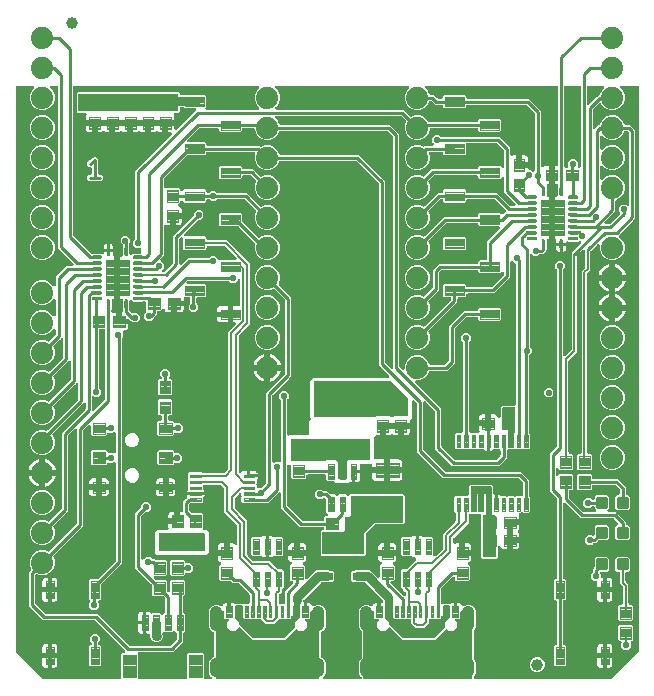
<source format=gtl>
G04 EAGLE Gerber RS-274X export*
G75*
%MOMM*%
%FSLAX34Y34*%
%LPD*%
%INTop Copper*%
%IPPOS*%
%AMOC8*
5,1,8,0,0,1.08239X$1,22.5*%
G01*
%ADD10C,0.279400*%
%ADD11C,0.096000*%
%ADD12C,0.102000*%
%ADD13C,0.100000*%
%ADD14C,1.000000*%
%ADD15C,0.099059*%
%ADD16C,1.879600*%
%ADD17C,0.300000*%
%ADD18C,0.099000*%
%ADD19C,0.101600*%
%ADD20C,1.000000*%
%ADD21C,0.100800*%
%ADD22C,0.102869*%
%ADD23C,0.102500*%
%ADD24C,0.254000*%
%ADD25C,0.558800*%
%ADD26C,0.762000*%
%ADD27C,0.203200*%

G36*
X466096Y374305D02*
X466096Y374305D01*
X466099Y374308D01*
X466033Y374725D01*
X466024Y374733D01*
X466028Y374740D01*
X465836Y375116D01*
X465826Y375121D01*
X465827Y375128D01*
X465528Y375427D01*
X465517Y375429D01*
X465516Y375436D01*
X465140Y375628D01*
X465129Y375626D01*
X465125Y375633D01*
X464708Y375699D01*
X464698Y375693D01*
X464692Y375699D01*
X464275Y375633D01*
X464267Y375624D01*
X464260Y375628D01*
X463884Y375436D01*
X463879Y375426D01*
X463872Y375427D01*
X463573Y375128D01*
X463571Y375117D01*
X463564Y375116D01*
X463372Y374740D01*
X463374Y374729D01*
X463367Y374725D01*
X463301Y374308D01*
X463304Y374303D01*
X463301Y374300D01*
X463301Y371969D01*
X460759Y371969D01*
X460759Y374640D01*
X460744Y374758D01*
X460737Y374877D01*
X460724Y374915D01*
X460719Y374956D01*
X460676Y375066D01*
X460639Y375179D01*
X460617Y375214D01*
X460602Y375251D01*
X460532Y375347D01*
X460469Y375448D01*
X460439Y375476D01*
X460416Y375509D01*
X460324Y375585D01*
X460237Y375666D01*
X460202Y375686D01*
X460171Y375711D01*
X460063Y375762D01*
X459959Y375820D01*
X459919Y375830D01*
X459883Y375847D01*
X459766Y375869D01*
X459739Y375876D01*
X459739Y392430D01*
X459724Y392548D01*
X459717Y392667D01*
X459704Y392705D01*
X459699Y392745D01*
X459655Y392856D01*
X459619Y392969D01*
X459597Y393004D01*
X459582Y393041D01*
X459512Y393137D01*
X459449Y393238D01*
X459419Y393266D01*
X459395Y393298D01*
X459304Y393374D01*
X459217Y393456D01*
X459182Y393475D01*
X459150Y393501D01*
X459043Y393552D01*
X458939Y393609D01*
X458899Y393620D01*
X458863Y393637D01*
X458746Y393659D01*
X458631Y393689D01*
X458570Y393693D01*
X458550Y393697D01*
X458530Y393695D01*
X458470Y393699D01*
X455930Y393699D01*
X455812Y393684D01*
X455693Y393677D01*
X455655Y393664D01*
X455615Y393659D01*
X455504Y393615D01*
X455391Y393579D01*
X455356Y393557D01*
X455319Y393542D01*
X455223Y393472D01*
X455122Y393409D01*
X455094Y393379D01*
X455061Y393355D01*
X454986Y393264D01*
X454904Y393177D01*
X454884Y393142D01*
X454859Y393110D01*
X454808Y393003D01*
X454750Y392899D01*
X454740Y392859D01*
X454723Y392823D01*
X454701Y392706D01*
X454671Y392591D01*
X454667Y392530D01*
X454663Y392510D01*
X454665Y392490D01*
X454661Y392430D01*
X454661Y375909D01*
X453682Y375909D01*
X453603Y375899D01*
X453524Y375899D01*
X453446Y375879D01*
X453367Y375869D01*
X453293Y375840D01*
X453216Y375821D01*
X453145Y375782D01*
X453071Y375752D01*
X453007Y375706D01*
X452937Y375668D01*
X452879Y375613D01*
X452814Y375566D01*
X452763Y375504D01*
X452705Y375450D01*
X452662Y375382D01*
X452611Y375321D01*
X452577Y375249D01*
X452534Y375182D01*
X452475Y375033D01*
X452475Y375032D01*
X452433Y374902D01*
X452419Y374830D01*
X452402Y374782D01*
X452397Y374733D01*
X452381Y374671D01*
X452377Y374610D01*
X452373Y374590D01*
X452375Y374570D01*
X452371Y374510D01*
X452371Y374504D01*
X452373Y374485D01*
X452371Y374466D01*
X452386Y374305D01*
X452452Y373893D01*
X452420Y373769D01*
X452381Y373619D01*
X452381Y373618D01*
X452381Y373617D01*
X452371Y373458D01*
X452371Y366855D01*
X452330Y366782D01*
X452315Y366723D01*
X452291Y366668D01*
X452276Y366570D01*
X452251Y366474D01*
X452245Y366374D01*
X452241Y366354D01*
X452243Y366341D01*
X452241Y366313D01*
X452241Y365838D01*
X449622Y363219D01*
X446963Y363219D01*
X446865Y363207D01*
X446766Y363204D01*
X446708Y363187D01*
X446648Y363179D01*
X446556Y363143D01*
X446461Y363115D01*
X446409Y363085D01*
X446352Y363062D01*
X446272Y363004D01*
X446187Y362954D01*
X446111Y362888D01*
X446095Y362876D01*
X446087Y362866D01*
X446066Y362848D01*
X444914Y361695D01*
X441546Y361695D01*
X440317Y362924D01*
X440227Y362994D01*
X440201Y363019D01*
X440187Y363026D01*
X440101Y363098D01*
X440082Y363107D01*
X440066Y363119D01*
X439938Y363175D01*
X439813Y363234D01*
X439793Y363237D01*
X439774Y363245D01*
X439636Y363267D01*
X439500Y363293D01*
X439480Y363292D01*
X439460Y363295D01*
X439321Y363282D01*
X439183Y363274D01*
X439164Y363267D01*
X439144Y363265D01*
X439012Y363218D01*
X438881Y363176D01*
X438863Y363165D01*
X438844Y363158D01*
X438729Y363080D01*
X438612Y363005D01*
X438598Y362991D01*
X438581Y362979D01*
X438489Y362875D01*
X438394Y362774D01*
X438384Y362756D01*
X438371Y362741D01*
X438307Y362617D01*
X438240Y362495D01*
X438235Y362476D01*
X438226Y362458D01*
X438196Y362322D01*
X438161Y362187D01*
X438159Y362159D01*
X438156Y362147D01*
X438157Y362127D01*
X438154Y362076D01*
X438153Y362073D01*
X438153Y362070D01*
X438151Y362027D01*
X438151Y284403D01*
X438163Y284305D01*
X438166Y284206D01*
X438183Y284148D01*
X438191Y284088D01*
X438227Y283996D01*
X438255Y283901D01*
X438285Y283849D01*
X438308Y283792D01*
X438366Y283712D01*
X438416Y283627D01*
X438482Y283551D01*
X438494Y283535D01*
X438504Y283527D01*
X438522Y283506D01*
X439675Y282354D01*
X439675Y278986D01*
X437887Y277199D01*
X437827Y277121D01*
X437759Y277049D01*
X437730Y276996D01*
X437693Y276948D01*
X437653Y276857D01*
X437605Y276770D01*
X437590Y276712D01*
X437566Y276656D01*
X437551Y276558D01*
X437526Y276462D01*
X437520Y276362D01*
X437516Y276342D01*
X437518Y276330D01*
X437516Y276302D01*
X437516Y211698D01*
X437528Y211600D01*
X437531Y211501D01*
X437548Y211442D01*
X437556Y211382D01*
X437592Y211290D01*
X437620Y211195D01*
X437650Y211143D01*
X437673Y211087D01*
X437731Y211007D01*
X437781Y210921D01*
X437847Y210846D01*
X437859Y210829D01*
X437869Y210821D01*
X437887Y210800D01*
X438151Y210537D01*
X438151Y198657D01*
X437105Y197611D01*
X432845Y197611D01*
X432697Y197759D01*
X432603Y197832D01*
X432514Y197910D01*
X432478Y197929D01*
X432446Y197954D01*
X432337Y198001D01*
X432231Y198055D01*
X432191Y198064D01*
X432154Y198080D01*
X432037Y198099D01*
X431921Y198125D01*
X431880Y198124D01*
X431840Y198130D01*
X431721Y198119D01*
X431603Y198115D01*
X431564Y198104D01*
X431524Y198100D01*
X431411Y198060D01*
X431297Y198027D01*
X431262Y198006D01*
X431224Y197992D01*
X431126Y197926D01*
X431023Y197865D01*
X430978Y197825D01*
X430961Y197814D01*
X430948Y197799D01*
X430902Y197759D01*
X430755Y197611D01*
X426434Y197611D01*
X426333Y197655D01*
X426227Y197709D01*
X426187Y197718D01*
X426150Y197734D01*
X426033Y197753D01*
X425916Y197779D01*
X425876Y197778D01*
X425836Y197784D01*
X425717Y197773D01*
X425598Y197769D01*
X425560Y197758D01*
X425519Y197754D01*
X425407Y197714D01*
X425293Y197681D01*
X425258Y197661D01*
X425220Y197647D01*
X425121Y197580D01*
X425019Y197519D01*
X424979Y197484D01*
X419735Y197484D01*
X419617Y197469D01*
X419498Y197462D01*
X419460Y197449D01*
X419419Y197444D01*
X419309Y197401D01*
X419196Y197364D01*
X419161Y197342D01*
X419124Y197327D01*
X419028Y197258D01*
X418927Y197194D01*
X418899Y197164D01*
X418866Y197141D01*
X418790Y197049D01*
X418709Y196962D01*
X418689Y196927D01*
X418664Y196896D01*
X418613Y196788D01*
X418555Y196684D01*
X418545Y196644D01*
X418528Y196608D01*
X418506Y196491D01*
X418476Y196376D01*
X418472Y196316D01*
X418468Y196296D01*
X418470Y196275D01*
X418466Y196215D01*
X418466Y190083D01*
X412024Y183641D01*
X372582Y183641D01*
X358139Y198084D01*
X358139Y229562D01*
X358127Y229660D01*
X358124Y229759D01*
X358107Y229817D01*
X358099Y229877D01*
X358063Y229969D01*
X358035Y230065D01*
X358005Y230117D01*
X357982Y230173D01*
X357924Y230253D01*
X357874Y230338D01*
X357808Y230414D01*
X357796Y230430D01*
X357786Y230438D01*
X357768Y230459D01*
X350147Y238079D01*
X350038Y238165D01*
X349931Y238253D01*
X349912Y238262D01*
X349896Y238274D01*
X349768Y238330D01*
X349643Y238389D01*
X349623Y238393D01*
X349604Y238401D01*
X349466Y238423D01*
X349330Y238449D01*
X349310Y238447D01*
X349290Y238451D01*
X349151Y238437D01*
X349013Y238429D01*
X348994Y238423D01*
X348974Y238421D01*
X348842Y238374D01*
X348711Y238331D01*
X348693Y238320D01*
X348674Y238313D01*
X348559Y238235D01*
X348442Y238161D01*
X348428Y238146D01*
X348411Y238135D01*
X348319Y238030D01*
X348224Y237929D01*
X348214Y237911D01*
X348201Y237896D01*
X348137Y237772D01*
X348070Y237651D01*
X348065Y237631D01*
X348056Y237613D01*
X348026Y237477D01*
X347991Y237343D01*
X347989Y237315D01*
X347986Y237303D01*
X347987Y237282D01*
X347981Y237182D01*
X347981Y197666D01*
X347993Y197568D01*
X347996Y197469D01*
X348013Y197411D01*
X348021Y197351D01*
X348057Y197259D01*
X348085Y197163D01*
X348115Y197111D01*
X348138Y197055D01*
X348196Y196975D01*
X348246Y196889D01*
X348312Y196814D01*
X348324Y196798D01*
X348334Y196790D01*
X348352Y196769D01*
X366441Y178680D01*
X366519Y178620D01*
X366591Y178552D01*
X366644Y178523D01*
X366692Y178486D01*
X366783Y178446D01*
X366870Y178398D01*
X366928Y178383D01*
X366984Y178359D01*
X367082Y178344D01*
X367177Y178319D01*
X367277Y178313D01*
X367298Y178309D01*
X367310Y178311D01*
X367338Y178309D01*
X431074Y178309D01*
X437516Y171867D01*
X437516Y158104D01*
X437528Y158006D01*
X437531Y157907D01*
X437548Y157848D01*
X437556Y157788D01*
X437592Y157696D01*
X437620Y157601D01*
X437650Y157549D01*
X437673Y157493D01*
X437731Y157413D01*
X437781Y157327D01*
X437847Y157252D01*
X437859Y157235D01*
X437869Y157227D01*
X437887Y157206D01*
X438151Y156943D01*
X438151Y145063D01*
X437105Y144017D01*
X432845Y144017D01*
X432697Y144165D01*
X432603Y144238D01*
X432514Y144316D01*
X432478Y144335D01*
X432446Y144360D01*
X432337Y144407D01*
X432231Y144461D01*
X432191Y144470D01*
X432154Y144486D01*
X432037Y144505D01*
X431921Y144531D01*
X431880Y144530D01*
X431840Y144536D01*
X431721Y144525D01*
X431603Y144521D01*
X431564Y144510D01*
X431524Y144506D01*
X431411Y144466D01*
X431297Y144433D01*
X431262Y144412D01*
X431224Y144398D01*
X431126Y144332D01*
X431023Y144271D01*
X430978Y144231D01*
X430961Y144220D01*
X430948Y144205D01*
X430902Y144165D01*
X430755Y144017D01*
X429865Y144017D01*
X429734Y144001D01*
X429602Y143990D01*
X429577Y143981D01*
X429550Y143977D01*
X429427Y143929D01*
X429302Y143885D01*
X429279Y143870D01*
X429254Y143860D01*
X429147Y143783D01*
X429037Y143709D01*
X429019Y143689D01*
X428997Y143674D01*
X428912Y143572D01*
X428824Y143473D01*
X428811Y143449D01*
X428794Y143429D01*
X428738Y143309D01*
X428676Y143192D01*
X428670Y143165D01*
X428658Y143141D01*
X428634Y143011D01*
X428603Y142882D01*
X428604Y142855D01*
X428599Y142829D01*
X428607Y142697D01*
X428609Y142564D01*
X428617Y142538D01*
X428618Y142511D01*
X428659Y142385D01*
X428695Y142258D01*
X428712Y142223D01*
X428716Y142209D01*
X428728Y142190D01*
X428766Y142113D01*
X429084Y141564D01*
X429291Y140790D01*
X429291Y138389D01*
X422480Y138389D01*
X422362Y138374D01*
X422243Y138367D01*
X422205Y138354D01*
X422165Y138349D01*
X422054Y138306D01*
X421941Y138269D01*
X421907Y138247D01*
X421869Y138232D01*
X421773Y138163D01*
X421672Y138099D01*
X421644Y138069D01*
X421612Y138046D01*
X421536Y137954D01*
X421454Y137867D01*
X421435Y137832D01*
X421409Y137801D01*
X421358Y137693D01*
X421301Y137589D01*
X421291Y137549D01*
X421273Y137513D01*
X421251Y137396D01*
X421221Y137281D01*
X421217Y137221D01*
X421214Y137201D01*
X421215Y137180D01*
X421211Y137120D01*
X421211Y135929D01*
X420020Y135929D01*
X419902Y135914D01*
X419783Y135907D01*
X419745Y135894D01*
X419704Y135889D01*
X419594Y135845D01*
X419481Y135809D01*
X419446Y135787D01*
X419409Y135772D01*
X419312Y135702D01*
X419212Y135639D01*
X419184Y135609D01*
X419151Y135585D01*
X419075Y135494D01*
X418994Y135407D01*
X418974Y135372D01*
X418949Y135340D01*
X418898Y135233D01*
X418840Y135128D01*
X418830Y135089D01*
X418813Y135053D01*
X418791Y134936D01*
X418761Y134820D01*
X418757Y134760D01*
X418753Y134740D01*
X418755Y134720D01*
X418751Y134660D01*
X418751Y121880D01*
X418766Y121762D01*
X418773Y121643D01*
X418785Y121605D01*
X418791Y121565D01*
X418834Y121454D01*
X418871Y121341D01*
X418893Y121307D01*
X418908Y121269D01*
X418977Y121173D01*
X419041Y121072D01*
X419071Y121044D01*
X419094Y121012D01*
X419186Y120936D01*
X419273Y120854D01*
X419308Y120835D01*
X419339Y120809D01*
X419447Y120758D01*
X419551Y120701D01*
X419591Y120691D01*
X419627Y120673D01*
X419734Y120653D01*
X419704Y120649D01*
X419594Y120605D01*
X419481Y120569D01*
X419446Y120547D01*
X419409Y120532D01*
X419312Y120462D01*
X419212Y120399D01*
X419184Y120369D01*
X419151Y120345D01*
X419075Y120254D01*
X418994Y120167D01*
X418974Y120132D01*
X418949Y120100D01*
X418898Y119993D01*
X418840Y119888D01*
X418830Y119849D01*
X418813Y119813D01*
X418791Y119696D01*
X418761Y119580D01*
X418757Y119520D01*
X418753Y119500D01*
X418755Y119480D01*
X418751Y119420D01*
X418751Y113109D01*
X415850Y113109D01*
X415076Y113316D01*
X414383Y113717D01*
X413817Y114283D01*
X413417Y114976D01*
X413386Y115089D01*
X413336Y115212D01*
X413291Y115337D01*
X413276Y115359D01*
X413266Y115384D01*
X413187Y115490D01*
X413112Y115600D01*
X413092Y115618D01*
X413077Y115639D01*
X412973Y115723D01*
X412874Y115811D01*
X412850Y115823D01*
X412829Y115839D01*
X412709Y115895D01*
X412591Y115955D01*
X412565Y115961D01*
X412540Y115972D01*
X412410Y115996D01*
X412280Y116025D01*
X412254Y116024D01*
X412227Y116028D01*
X412095Y116019D01*
X411963Y116015D01*
X411937Y116007D01*
X411910Y116005D01*
X411785Y115963D01*
X411657Y115926D01*
X411634Y115913D01*
X411609Y115904D01*
X411497Y115832D01*
X411383Y115765D01*
X411355Y115740D01*
X411342Y115731D01*
X411327Y115715D01*
X411262Y115658D01*
X411217Y115613D01*
X411157Y115535D01*
X411089Y115463D01*
X411060Y115410D01*
X411022Y115362D01*
X410983Y115271D01*
X410935Y115184D01*
X410920Y115126D01*
X410896Y115070D01*
X410881Y114972D01*
X410856Y114876D01*
X410850Y114776D01*
X410846Y114756D01*
X410848Y114744D01*
X410846Y114716D01*
X410846Y106145D01*
X409729Y105028D01*
X397991Y105028D01*
X396874Y106145D01*
X396874Y141605D01*
X396859Y141723D01*
X396852Y141842D01*
X396839Y141880D01*
X396834Y141921D01*
X396791Y142031D01*
X396754Y142144D01*
X396732Y142179D01*
X396717Y142216D01*
X396648Y142312D01*
X396584Y142413D01*
X396554Y142441D01*
X396531Y142474D01*
X396439Y142550D01*
X396352Y142631D01*
X396317Y142651D01*
X396286Y142676D01*
X396178Y142727D01*
X396074Y142785D01*
X396034Y142795D01*
X395998Y142812D01*
X395881Y142834D01*
X395766Y142864D01*
X395706Y142868D01*
X395686Y142872D01*
X395665Y142870D01*
X395605Y142874D01*
X387985Y142874D01*
X387867Y142859D01*
X387748Y142852D01*
X387710Y142839D01*
X387669Y142834D01*
X387559Y142791D01*
X387446Y142754D01*
X387411Y142732D01*
X387374Y142717D01*
X387278Y142648D01*
X387177Y142584D01*
X387149Y142554D01*
X387116Y142531D01*
X387040Y142439D01*
X386959Y142352D01*
X386939Y142317D01*
X386914Y142286D01*
X386863Y142178D01*
X386805Y142074D01*
X386795Y142034D01*
X386778Y141998D01*
X386756Y141881D01*
X386726Y141766D01*
X386722Y141706D01*
X386718Y141686D01*
X386720Y141665D01*
X386716Y141605D01*
X386716Y135473D01*
X373752Y122509D01*
X373692Y122431D01*
X373624Y122359D01*
X373595Y122306D01*
X373558Y122258D01*
X373518Y122167D01*
X373470Y122080D01*
X373455Y122022D01*
X373431Y121966D01*
X373416Y121868D01*
X373391Y121773D01*
X373385Y121672D01*
X373381Y121652D01*
X373383Y121640D01*
X373381Y121612D01*
X373381Y119009D01*
X373397Y118877D01*
X373408Y118745D01*
X373417Y118720D01*
X373421Y118693D01*
X373469Y118570D01*
X373513Y118445D01*
X373528Y118422D01*
X373538Y118397D01*
X373615Y118290D01*
X373689Y118180D01*
X373709Y118162D01*
X373724Y118140D01*
X373827Y118055D01*
X373925Y117967D01*
X373949Y117954D01*
X373969Y117937D01*
X374089Y117881D01*
X374207Y117819D01*
X374233Y117813D01*
X374257Y117802D01*
X374387Y117777D01*
X374516Y117746D01*
X374543Y117747D01*
X374569Y117742D01*
X374702Y117750D01*
X374834Y117753D01*
X374860Y117760D01*
X374887Y117762D01*
X375013Y117803D01*
X375141Y117838D01*
X375175Y117855D01*
X375189Y117860D01*
X375208Y117871D01*
X375285Y117909D01*
X375326Y117934D01*
X376100Y118141D01*
X378501Y118141D01*
X378501Y111330D01*
X378516Y111212D01*
X378523Y111093D01*
X378535Y111055D01*
X378541Y111015D01*
X378584Y110904D01*
X378621Y110791D01*
X378643Y110757D01*
X378658Y110719D01*
X378727Y110623D01*
X378791Y110522D01*
X378821Y110494D01*
X378844Y110462D01*
X378936Y110386D01*
X379023Y110304D01*
X379058Y110285D01*
X379089Y110259D01*
X379197Y110208D01*
X379301Y110151D01*
X379341Y110141D01*
X379377Y110123D01*
X379494Y110101D01*
X379609Y110071D01*
X379669Y110067D01*
X379689Y110064D01*
X379710Y110065D01*
X379770Y110061D01*
X380961Y110061D01*
X380961Y108870D01*
X380976Y108752D01*
X380983Y108633D01*
X380996Y108595D01*
X381001Y108554D01*
X381045Y108444D01*
X381081Y108331D01*
X381103Y108296D01*
X381118Y108259D01*
X381188Y108162D01*
X381251Y108062D01*
X381281Y108034D01*
X381305Y108001D01*
X381396Y107925D01*
X381483Y107844D01*
X381518Y107824D01*
X381550Y107799D01*
X381657Y107748D01*
X381762Y107690D01*
X381801Y107680D01*
X381837Y107663D01*
X381954Y107641D01*
X382070Y107611D01*
X382130Y107607D01*
X382150Y107603D01*
X382170Y107605D01*
X382230Y107601D01*
X388541Y107601D01*
X388541Y104700D01*
X388334Y103926D01*
X387933Y103233D01*
X387367Y102667D01*
X386674Y102267D01*
X386561Y102236D01*
X386438Y102186D01*
X386313Y102141D01*
X386291Y102126D01*
X386266Y102116D01*
X386160Y102037D01*
X386050Y101963D01*
X386032Y101943D01*
X386011Y101926D01*
X385928Y101824D01*
X385840Y101724D01*
X385828Y101700D01*
X385811Y101679D01*
X385755Y101559D01*
X385695Y101441D01*
X385689Y101415D01*
X385678Y101390D01*
X385654Y101260D01*
X385626Y101131D01*
X385626Y101104D01*
X385622Y101077D01*
X385631Y100945D01*
X385635Y100813D01*
X385643Y100787D01*
X385645Y100760D01*
X385687Y100635D01*
X385724Y100507D01*
X385737Y100484D01*
X385746Y100459D01*
X385818Y100348D01*
X385885Y100234D01*
X385910Y100205D01*
X385919Y100192D01*
X385935Y100177D01*
X385992Y100113D01*
X387271Y98833D01*
X387271Y87367D01*
X386233Y86329D01*
X375767Y86329D01*
X374729Y87367D01*
X374729Y88672D01*
X374712Y88809D01*
X374699Y88948D01*
X374692Y88967D01*
X374689Y88987D01*
X374638Y89116D01*
X374591Y89248D01*
X374580Y89264D01*
X374572Y89283D01*
X374491Y89395D01*
X374413Y89511D01*
X374397Y89524D01*
X374386Y89540D01*
X374278Y89629D01*
X374174Y89721D01*
X374156Y89730D01*
X374141Y89743D01*
X374015Y89803D01*
X373891Y89866D01*
X373871Y89870D01*
X373853Y89879D01*
X373717Y89905D01*
X373581Y89935D01*
X373560Y89935D01*
X373541Y89939D01*
X373402Y89930D01*
X373263Y89926D01*
X373243Y89920D01*
X373223Y89919D01*
X373091Y89876D01*
X372957Y89837D01*
X372940Y89827D01*
X372921Y89821D01*
X372803Y89746D01*
X372683Y89676D01*
X372662Y89657D01*
X372652Y89651D01*
X372638Y89636D01*
X372563Y89569D01*
X363312Y80319D01*
X363252Y80241D01*
X363184Y80169D01*
X363155Y80116D01*
X363118Y80068D01*
X363078Y79977D01*
X363030Y79890D01*
X363015Y79832D01*
X362991Y79776D01*
X362976Y79678D01*
X362951Y79583D01*
X362945Y79482D01*
X362941Y79462D01*
X362943Y79450D01*
X362941Y79422D01*
X362941Y67710D01*
X362958Y67572D01*
X362971Y67434D01*
X362978Y67415D01*
X362981Y67395D01*
X363032Y67266D01*
X363079Y67134D01*
X363090Y67118D01*
X363098Y67099D01*
X363179Y66987D01*
X363257Y66871D01*
X363273Y66858D01*
X363284Y66842D01*
X363392Y66753D01*
X363496Y66661D01*
X363514Y66652D01*
X363529Y66639D01*
X363655Y66579D01*
X363779Y66516D01*
X363799Y66512D01*
X363817Y66503D01*
X363954Y66477D01*
X364089Y66447D01*
X364110Y66447D01*
X364129Y66443D01*
X364268Y66452D01*
X364407Y66456D01*
X364427Y66462D01*
X364447Y66463D01*
X364579Y66506D01*
X364713Y66545D01*
X364730Y66555D01*
X364749Y66561D01*
X364867Y66636D01*
X364935Y66676D01*
X369906Y66676D01*
X370004Y66688D01*
X370103Y66691D01*
X370161Y66708D01*
X370221Y66716D01*
X370313Y66752D01*
X370408Y66780D01*
X370460Y66810D01*
X370517Y66833D01*
X370597Y66891D01*
X370682Y66941D01*
X370758Y67007D01*
X370774Y67019D01*
X370781Y67028D01*
X371482Y67433D01*
X372258Y67641D01*
X373651Y67641D01*
X373651Y62865D01*
X373666Y62747D01*
X373673Y62628D01*
X373685Y62590D01*
X373691Y62549D01*
X373734Y62439D01*
X373771Y62326D01*
X373793Y62291D01*
X373808Y62254D01*
X373877Y62158D01*
X373941Y62057D01*
X373971Y62029D01*
X373994Y61996D01*
X374086Y61920D01*
X374173Y61839D01*
X374208Y61819D01*
X374239Y61794D01*
X374347Y61743D01*
X374451Y61685D01*
X374491Y61675D01*
X374527Y61658D01*
X374644Y61636D01*
X374759Y61606D01*
X374819Y61602D01*
X374839Y61598D01*
X374860Y61600D01*
X374920Y61596D01*
X375380Y61596D01*
X375498Y61611D01*
X375617Y61618D01*
X375655Y61631D01*
X375696Y61636D01*
X375806Y61679D01*
X375919Y61716D01*
X375954Y61738D01*
X375991Y61753D01*
X376087Y61822D01*
X376188Y61886D01*
X376216Y61916D01*
X376249Y61939D01*
X376325Y62031D01*
X376406Y62118D01*
X376426Y62153D01*
X376451Y62184D01*
X376502Y62292D01*
X376560Y62396D01*
X376570Y62436D01*
X376587Y62472D01*
X376609Y62589D01*
X376639Y62704D01*
X376643Y62764D01*
X376647Y62784D01*
X376645Y62805D01*
X376649Y62865D01*
X376649Y67641D01*
X378042Y67641D01*
X378818Y67433D01*
X379513Y67031D01*
X380081Y66463D01*
X380493Y65751D01*
X380527Y65666D01*
X380572Y65541D01*
X380587Y65518D01*
X380598Y65493D01*
X380676Y65387D01*
X380751Y65278D01*
X380771Y65260D01*
X380787Y65238D01*
X380890Y65155D01*
X380989Y65067D01*
X381013Y65055D01*
X381034Y65038D01*
X381155Y64983D01*
X381273Y64923D01*
X381299Y64917D01*
X381323Y64905D01*
X381453Y64882D01*
X381583Y64853D01*
X381610Y64854D01*
X381636Y64849D01*
X381768Y64859D01*
X381901Y64863D01*
X381927Y64870D01*
X381954Y64872D01*
X382079Y64914D01*
X382206Y64951D01*
X382229Y64965D01*
X382255Y64973D01*
X382366Y65045D01*
X382480Y65113D01*
X382509Y65138D01*
X382522Y65146D01*
X382535Y65161D01*
X384853Y66121D01*
X387347Y66121D01*
X389652Y65166D01*
X391416Y63402D01*
X392371Y61097D01*
X392371Y47603D01*
X391416Y45298D01*
X390897Y44779D01*
X390837Y44701D01*
X390769Y44629D01*
X390740Y44576D01*
X390703Y44528D01*
X390663Y44437D01*
X390615Y44350D01*
X390600Y44292D01*
X390576Y44236D01*
X390561Y44138D01*
X390536Y44043D01*
X390530Y43942D01*
X390526Y43922D01*
X390528Y43910D01*
X390526Y43882D01*
X390526Y20518D01*
X390538Y20420D01*
X390541Y20321D01*
X390558Y20263D01*
X390566Y20203D01*
X390602Y20111D01*
X390630Y20015D01*
X390660Y19963D01*
X390683Y19907D01*
X390741Y19827D01*
X390791Y19742D01*
X390857Y19666D01*
X390869Y19650D01*
X390879Y19642D01*
X390897Y19621D01*
X391416Y19102D01*
X392371Y16797D01*
X392371Y8303D01*
X391416Y5998D01*
X390897Y5479D01*
X390837Y5401D01*
X390769Y5329D01*
X390740Y5276D01*
X390703Y5228D01*
X390663Y5137D01*
X390615Y5050D01*
X390600Y4992D01*
X390576Y4936D01*
X390561Y4838D01*
X390536Y4743D01*
X390530Y4642D01*
X390526Y4622D01*
X390528Y4610D01*
X390526Y4582D01*
X390526Y4064D01*
X390541Y3946D01*
X390548Y3827D01*
X390561Y3789D01*
X390566Y3748D01*
X390609Y3638D01*
X390646Y3525D01*
X390668Y3490D01*
X390683Y3453D01*
X390752Y3357D01*
X390816Y3256D01*
X390846Y3228D01*
X390869Y3195D01*
X390961Y3119D01*
X391048Y3038D01*
X391083Y3018D01*
X391114Y2993D01*
X391222Y2942D01*
X391326Y2884D01*
X391366Y2874D01*
X391402Y2857D01*
X391519Y2835D01*
X391634Y2805D01*
X391694Y2801D01*
X391714Y2797D01*
X391735Y2799D01*
X391795Y2795D01*
X506317Y2795D01*
X506415Y2807D01*
X506514Y2810D01*
X506572Y2827D01*
X506632Y2835D01*
X506724Y2871D01*
X506819Y2899D01*
X506872Y2929D01*
X506928Y2952D01*
X507008Y3010D01*
X507093Y3060D01*
X507169Y3126D01*
X507185Y3138D01*
X507193Y3148D01*
X507214Y3166D01*
X530234Y26186D01*
X530294Y26264D01*
X530362Y26336D01*
X530391Y26389D01*
X530428Y26437D01*
X530468Y26528D01*
X530516Y26615D01*
X530531Y26673D01*
X530555Y26729D01*
X530570Y26827D01*
X530595Y26923D01*
X530601Y27023D01*
X530605Y27043D01*
X530603Y27055D01*
X530605Y27083D01*
X530605Y504190D01*
X530590Y504308D01*
X530583Y504427D01*
X530570Y504465D01*
X530565Y504506D01*
X530522Y504616D01*
X530485Y504729D01*
X530463Y504764D01*
X530448Y504801D01*
X530379Y504897D01*
X530315Y504998D01*
X530285Y505026D01*
X530262Y505059D01*
X530170Y505135D01*
X530083Y505216D01*
X530048Y505236D01*
X530017Y505261D01*
X529909Y505312D01*
X529805Y505370D01*
X529765Y505380D01*
X529729Y505397D01*
X529612Y505419D01*
X529497Y505449D01*
X529437Y505453D01*
X529417Y505457D01*
X529396Y505455D01*
X529336Y505459D01*
X515993Y505459D01*
X515855Y505442D01*
X515717Y505429D01*
X515697Y505422D01*
X515677Y505419D01*
X515548Y505368D01*
X515417Y505321D01*
X515400Y505310D01*
X515382Y505302D01*
X515269Y505221D01*
X515154Y505143D01*
X515141Y505127D01*
X515124Y505116D01*
X515035Y505008D01*
X514944Y504904D01*
X514934Y504886D01*
X514921Y504871D01*
X514862Y504745D01*
X514799Y504621D01*
X514795Y504601D01*
X514786Y504583D01*
X514760Y504447D01*
X514729Y504311D01*
X514730Y504290D01*
X514726Y504271D01*
X514735Y504132D01*
X514739Y503993D01*
X514745Y503973D01*
X514746Y503953D01*
X514789Y503821D01*
X514827Y503687D01*
X514838Y503670D01*
X514844Y503651D01*
X514918Y503533D01*
X514989Y503413D01*
X515008Y503392D01*
X515014Y503382D01*
X515029Y503368D01*
X515095Y503293D01*
X517045Y501343D01*
X518669Y497422D01*
X518669Y493178D01*
X517045Y489257D01*
X514043Y486255D01*
X510122Y484631D01*
X505878Y484631D01*
X501957Y486255D01*
X498955Y489257D01*
X498638Y490023D01*
X498613Y490066D01*
X498597Y490113D01*
X498535Y490204D01*
X498481Y490299D01*
X498446Y490335D01*
X498418Y490376D01*
X498336Y490449D01*
X498259Y490528D01*
X498217Y490554D01*
X498180Y490587D01*
X498082Y490636D01*
X497988Y490694D01*
X497941Y490709D01*
X497896Y490731D01*
X497789Y490755D01*
X497684Y490788D01*
X497635Y490790D01*
X497586Y490801D01*
X497476Y490797D01*
X497367Y490803D01*
X497318Y490793D01*
X497268Y490791D01*
X497163Y490761D01*
X497055Y490738D01*
X497010Y490717D01*
X496963Y490703D01*
X496868Y490647D01*
X496769Y490599D01*
X496732Y490566D01*
X496689Y490541D01*
X496568Y490435D01*
X491862Y485729D01*
X491802Y485651D01*
X491734Y485579D01*
X491705Y485526D01*
X491668Y485478D01*
X491628Y485387D01*
X491580Y485300D01*
X491565Y485242D01*
X491541Y485186D01*
X491526Y485088D01*
X491501Y484993D01*
X491495Y484892D01*
X491491Y484872D01*
X491493Y484860D01*
X491491Y484832D01*
X491491Y470208D01*
X491508Y470071D01*
X491521Y469932D01*
X491528Y469913D01*
X491531Y469893D01*
X491582Y469764D01*
X491629Y469632D01*
X491640Y469616D01*
X491648Y469597D01*
X491729Y469484D01*
X491807Y469369D01*
X491823Y469356D01*
X491834Y469340D01*
X491942Y469251D01*
X492046Y469159D01*
X492064Y469150D01*
X492079Y469137D01*
X492205Y469077D01*
X492329Y469014D01*
X492349Y469010D01*
X492367Y469001D01*
X492503Y468975D01*
X492639Y468945D01*
X492660Y468945D01*
X492679Y468941D01*
X492818Y468950D01*
X492957Y468954D01*
X492977Y468960D01*
X492997Y468961D01*
X493129Y469004D01*
X493263Y469043D01*
X493280Y469053D01*
X493299Y469059D01*
X493417Y469134D01*
X493537Y469204D01*
X493558Y469223D01*
X493568Y469229D01*
X493582Y469244D01*
X493657Y469311D01*
X496804Y472458D01*
X496843Y472464D01*
X496972Y472481D01*
X496999Y472491D01*
X497029Y472496D01*
X497147Y472550D01*
X497268Y472598D01*
X497292Y472615D01*
X497319Y472627D01*
X497420Y472708D01*
X497525Y472784D01*
X497544Y472807D01*
X497567Y472826D01*
X497645Y472929D01*
X497728Y473029D01*
X497741Y473056D01*
X497758Y473080D01*
X497829Y473224D01*
X498955Y475943D01*
X501957Y478945D01*
X505878Y480569D01*
X510122Y480569D01*
X514043Y478945D01*
X517045Y475943D01*
X518171Y473224D01*
X518185Y473199D01*
X518195Y473171D01*
X518264Y473061D01*
X518328Y472948D01*
X518349Y472927D01*
X518365Y472902D01*
X518459Y472813D01*
X518550Y472720D01*
X518575Y472704D01*
X518596Y472684D01*
X518710Y472621D01*
X518821Y472553D01*
X518849Y472545D01*
X518875Y472530D01*
X519001Y472498D01*
X519125Y472460D01*
X519154Y472458D01*
X519183Y472451D01*
X519343Y472441D01*
X523022Y472441D01*
X527559Y467904D01*
X527559Y393156D01*
X525699Y391296D01*
X513763Y379360D01*
X513733Y379321D01*
X513696Y379287D01*
X513636Y379196D01*
X513568Y379109D01*
X513549Y379063D01*
X513521Y379022D01*
X513486Y378918D01*
X513442Y378817D01*
X513434Y378768D01*
X513418Y378721D01*
X513409Y378612D01*
X513392Y378503D01*
X513397Y378453D01*
X513393Y378404D01*
X513412Y378296D01*
X513422Y378186D01*
X513439Y378139D01*
X513447Y378090D01*
X513492Y377990D01*
X513530Y377887D01*
X513557Y377846D01*
X513578Y377800D01*
X513647Y377715D01*
X513708Y377624D01*
X513745Y377591D01*
X513777Y377552D01*
X513864Y377486D01*
X513947Y377413D01*
X513991Y377391D01*
X514016Y377372D01*
X517045Y374343D01*
X518669Y370422D01*
X518669Y366178D01*
X517045Y362257D01*
X514043Y359255D01*
X510122Y357631D01*
X505878Y357631D01*
X501957Y359255D01*
X498955Y362257D01*
X497331Y366178D01*
X497331Y370024D01*
X497314Y370161D01*
X497301Y370300D01*
X497294Y370319D01*
X497291Y370339D01*
X497240Y370468D01*
X497193Y370600D01*
X497182Y370616D01*
X497174Y370635D01*
X497093Y370748D01*
X497015Y370863D01*
X496999Y370876D01*
X496988Y370892D01*
X496880Y370981D01*
X496776Y371073D01*
X496758Y371082D01*
X496743Y371095D01*
X496617Y371155D01*
X496493Y371218D01*
X496473Y371222D01*
X496455Y371231D01*
X496319Y371257D01*
X496183Y371287D01*
X496162Y371287D01*
X496143Y371291D01*
X496004Y371282D01*
X495865Y371278D01*
X495845Y371272D01*
X495825Y371271D01*
X495693Y371228D01*
X495559Y371189D01*
X495542Y371179D01*
X495523Y371173D01*
X495405Y371098D01*
X495285Y371028D01*
X495264Y371009D01*
X495254Y371003D01*
X495240Y370988D01*
X495165Y370921D01*
X489830Y365587D01*
X489770Y365509D01*
X489702Y365437D01*
X489673Y365384D01*
X489636Y365336D01*
X489596Y365245D01*
X489548Y365158D01*
X489533Y365100D01*
X489509Y365044D01*
X489494Y364946D01*
X489469Y364851D01*
X489463Y364750D01*
X489459Y364730D01*
X489461Y364718D01*
X489459Y364690D01*
X489459Y349755D01*
X487036Y347332D01*
X486976Y347254D01*
X486908Y347182D01*
X486879Y347129D01*
X486842Y347081D01*
X486802Y346990D01*
X486754Y346903D01*
X486739Y346845D01*
X486715Y346789D01*
X486700Y346691D01*
X486675Y346595D01*
X486669Y346495D01*
X486665Y346475D01*
X486667Y346463D01*
X486665Y346435D01*
X486665Y195102D01*
X486680Y194984D01*
X486687Y194865D01*
X486700Y194827D01*
X486705Y194786D01*
X486748Y194676D01*
X486785Y194563D01*
X486807Y194528D01*
X486822Y194491D01*
X486891Y194395D01*
X486955Y194294D01*
X486985Y194266D01*
X487008Y194233D01*
X487100Y194157D01*
X487187Y194076D01*
X487222Y194056D01*
X487253Y194031D01*
X487361Y193980D01*
X487465Y193922D01*
X487505Y193912D01*
X487541Y193895D01*
X487658Y193873D01*
X487773Y193843D01*
X487833Y193839D01*
X487853Y193835D01*
X487874Y193837D01*
X487934Y193833D01*
X489611Y193833D01*
X490649Y192795D01*
X490649Y181329D01*
X489611Y180291D01*
X479145Y180291D01*
X478107Y181329D01*
X478107Y192795D01*
X479145Y193833D01*
X480822Y193833D01*
X480940Y193848D01*
X481059Y193855D01*
X481097Y193868D01*
X481138Y193873D01*
X481248Y193916D01*
X481361Y193953D01*
X481396Y193975D01*
X481433Y193990D01*
X481529Y194059D01*
X481630Y194123D01*
X481658Y194153D01*
X481691Y194176D01*
X481767Y194268D01*
X481848Y194355D01*
X481868Y194390D01*
X481893Y194421D01*
X481944Y194529D01*
X482002Y194633D01*
X482012Y194673D01*
X482029Y194709D01*
X482051Y194826D01*
X482081Y194941D01*
X482085Y195001D01*
X482089Y195021D01*
X482087Y195042D01*
X482091Y195102D01*
X482091Y348855D01*
X484514Y351277D01*
X484574Y351355D01*
X484642Y351428D01*
X484671Y351481D01*
X484708Y351528D01*
X484748Y351619D01*
X484796Y351706D01*
X484811Y351765D01*
X484835Y351820D01*
X484850Y351918D01*
X484875Y352014D01*
X484881Y352114D01*
X484885Y352134D01*
X484883Y352147D01*
X484885Y352175D01*
X484885Y365198D01*
X484868Y365335D01*
X484855Y365474D01*
X484848Y365493D01*
X484845Y365513D01*
X484794Y365642D01*
X484747Y365774D01*
X484736Y365790D01*
X484728Y365809D01*
X484647Y365921D01*
X484569Y366037D01*
X484553Y366050D01*
X484542Y366066D01*
X484434Y366155D01*
X484330Y366247D01*
X484312Y366256D01*
X484297Y366269D01*
X484171Y366328D01*
X484047Y366392D01*
X484027Y366396D01*
X484009Y366405D01*
X483873Y366431D01*
X483737Y366461D01*
X483716Y366461D01*
X483697Y366465D01*
X483558Y366456D01*
X483419Y366452D01*
X483399Y366446D01*
X483379Y366445D01*
X483247Y366402D01*
X483113Y366363D01*
X483096Y366353D01*
X483077Y366347D01*
X482959Y366272D01*
X482839Y366202D01*
X482818Y366183D01*
X482808Y366177D01*
X482794Y366162D01*
X482719Y366095D01*
X478654Y362031D01*
X478594Y361953D01*
X478526Y361881D01*
X478497Y361828D01*
X478460Y361780D01*
X478420Y361689D01*
X478372Y361602D01*
X478357Y361544D01*
X478333Y361488D01*
X478318Y361390D01*
X478293Y361295D01*
X478287Y361195D01*
X478283Y361174D01*
X478285Y361162D01*
X478283Y361134D01*
X478283Y280159D01*
X476572Y278447D01*
X476571Y278447D01*
X471288Y273164D01*
X471228Y273086D01*
X471160Y273014D01*
X471131Y272961D01*
X471094Y272913D01*
X471054Y272822D01*
X471006Y272735D01*
X470991Y272677D01*
X470967Y272621D01*
X470952Y272523D01*
X470927Y272427D01*
X470921Y272327D01*
X470917Y272307D01*
X470919Y272295D01*
X470917Y272267D01*
X470917Y195102D01*
X470932Y194984D01*
X470939Y194865D01*
X470952Y194827D01*
X470957Y194786D01*
X471000Y194676D01*
X471037Y194563D01*
X471059Y194528D01*
X471074Y194491D01*
X471143Y194395D01*
X471207Y194294D01*
X471237Y194266D01*
X471260Y194233D01*
X471352Y194157D01*
X471439Y194076D01*
X471474Y194056D01*
X471505Y194031D01*
X471613Y193980D01*
X471717Y193922D01*
X471757Y193912D01*
X471793Y193895D01*
X471910Y193873D01*
X472025Y193843D01*
X472085Y193839D01*
X472105Y193835D01*
X472126Y193837D01*
X472186Y193833D01*
X473863Y193833D01*
X474901Y192795D01*
X474901Y181329D01*
X473863Y180291D01*
X463397Y180291D01*
X462161Y181526D01*
X462052Y181612D01*
X461945Y181700D01*
X461926Y181709D01*
X461910Y181721D01*
X461782Y181777D01*
X461657Y181836D01*
X461637Y181840D01*
X461618Y181848D01*
X461480Y181870D01*
X461344Y181896D01*
X461324Y181894D01*
X461304Y181897D01*
X461165Y181884D01*
X461027Y181876D01*
X461008Y181870D01*
X460988Y181868D01*
X460856Y181820D01*
X460725Y181778D01*
X460707Y181767D01*
X460688Y181760D01*
X460573Y181682D01*
X460456Y181608D01*
X460442Y181593D01*
X460425Y181581D01*
X460333Y181477D01*
X460238Y181376D01*
X460228Y181358D01*
X460215Y181343D01*
X460151Y181219D01*
X460084Y181097D01*
X460079Y181078D01*
X460070Y181060D01*
X460040Y180923D01*
X460005Y180790D01*
X460003Y180761D01*
X460000Y180750D01*
X460001Y180729D01*
X459995Y180629D01*
X459995Y176495D01*
X460012Y176357D01*
X460025Y176219D01*
X460032Y176200D01*
X460035Y176180D01*
X460086Y176050D01*
X460133Y175920D01*
X460144Y175903D01*
X460152Y175884D01*
X460233Y175771D01*
X460311Y175656D01*
X460327Y175643D01*
X460338Y175627D01*
X460446Y175538D01*
X460550Y175446D01*
X460568Y175437D01*
X460583Y175424D01*
X460709Y175365D01*
X460833Y175301D01*
X460853Y175297D01*
X460871Y175288D01*
X461008Y175262D01*
X461143Y175232D01*
X461164Y175232D01*
X461183Y175228D01*
X461322Y175237D01*
X461461Y175241D01*
X461481Y175247D01*
X461501Y175248D01*
X461633Y175291D01*
X461767Y175330D01*
X461784Y175340D01*
X461803Y175346D01*
X461921Y175421D01*
X462041Y175491D01*
X462062Y175510D01*
X462072Y175516D01*
X462086Y175531D01*
X462161Y175598D01*
X463397Y176833D01*
X473863Y176833D01*
X474901Y175795D01*
X474901Y164329D01*
X473863Y163291D01*
X472440Y163291D01*
X472322Y163276D01*
X472203Y163269D01*
X472165Y163256D01*
X472124Y163251D01*
X472014Y163208D01*
X471901Y163171D01*
X471866Y163149D01*
X471829Y163134D01*
X471733Y163065D01*
X471632Y163001D01*
X471604Y162971D01*
X471571Y162948D01*
X471495Y162856D01*
X471414Y162769D01*
X471394Y162734D01*
X471369Y162703D01*
X471318Y162595D01*
X471260Y162491D01*
X471250Y162451D01*
X471233Y162415D01*
X471211Y162298D01*
X471181Y162183D01*
X471177Y162123D01*
X471173Y162103D01*
X471175Y162082D01*
X471171Y162022D01*
X471171Y157026D01*
X471183Y156928D01*
X471186Y156829D01*
X471203Y156771D01*
X471211Y156711D01*
X471247Y156619D01*
X471275Y156523D01*
X471305Y156471D01*
X471328Y156415D01*
X471386Y156335D01*
X471436Y156250D01*
X471502Y156174D01*
X471514Y156158D01*
X471524Y156150D01*
X471542Y156129D01*
X483027Y144644D01*
X483105Y144584D01*
X483177Y144516D01*
X483230Y144487D01*
X483278Y144450D01*
X483369Y144410D01*
X483456Y144362D01*
X483514Y144347D01*
X483570Y144323D01*
X483668Y144308D01*
X483763Y144283D01*
X483864Y144277D01*
X483884Y144273D01*
X483896Y144275D01*
X483924Y144273D01*
X493375Y144273D01*
X493512Y144290D01*
X493651Y144303D01*
X493670Y144310D01*
X493690Y144313D01*
X493819Y144364D01*
X493950Y144411D01*
X493967Y144422D01*
X493986Y144430D01*
X494098Y144511D01*
X494213Y144589D01*
X494227Y144605D01*
X494243Y144616D01*
X494332Y144724D01*
X494424Y144828D01*
X494433Y144846D01*
X494446Y144861D01*
X494505Y144987D01*
X494568Y145111D01*
X494573Y145131D01*
X494582Y145149D01*
X494608Y145286D01*
X494638Y145421D01*
X494638Y145442D01*
X494641Y145461D01*
X494633Y145600D01*
X494628Y145739D01*
X494623Y145759D01*
X494622Y145779D01*
X494579Y145911D01*
X494540Y146045D01*
X494530Y146062D01*
X494524Y146081D01*
X494449Y146199D01*
X494379Y146319D01*
X494360Y146340D01*
X494353Y146350D01*
X494338Y146364D01*
X494272Y146439D01*
X492959Y147752D01*
X492959Y148590D01*
X492944Y148708D01*
X492937Y148827D01*
X492924Y148865D01*
X492919Y148906D01*
X492876Y149016D01*
X492839Y149129D01*
X492817Y149164D01*
X492802Y149201D01*
X492733Y149297D01*
X492669Y149398D01*
X492639Y149426D01*
X492616Y149459D01*
X492524Y149535D01*
X492437Y149616D01*
X492402Y149636D01*
X492371Y149661D01*
X492263Y149712D01*
X492159Y149770D01*
X492119Y149780D01*
X492083Y149797D01*
X491966Y149819D01*
X491851Y149849D01*
X491791Y149853D01*
X491771Y149857D01*
X491750Y149855D01*
X491690Y149859D01*
X491413Y149859D01*
X491315Y149847D01*
X491216Y149844D01*
X491158Y149827D01*
X491098Y149819D01*
X491006Y149783D01*
X490911Y149755D01*
X490859Y149725D01*
X490802Y149702D01*
X490722Y149644D01*
X490637Y149594D01*
X490561Y149528D01*
X490545Y149516D01*
X490537Y149506D01*
X490516Y149488D01*
X489364Y148335D01*
X485996Y148335D01*
X483615Y150716D01*
X483615Y154084D01*
X485996Y156465D01*
X489364Y156465D01*
X490516Y155312D01*
X490594Y155252D01*
X490666Y155184D01*
X490719Y155155D01*
X490767Y155118D01*
X490858Y155078D01*
X490945Y155030D01*
X491003Y155015D01*
X491059Y154991D01*
X491157Y154976D01*
X491253Y154951D01*
X491353Y154945D01*
X491373Y154941D01*
X491385Y154943D01*
X491413Y154941D01*
X491690Y154941D01*
X491808Y154956D01*
X491927Y154963D01*
X491965Y154976D01*
X492006Y154981D01*
X492116Y155024D01*
X492229Y155061D01*
X492264Y155083D01*
X492301Y155098D01*
X492397Y155167D01*
X492498Y155231D01*
X492526Y155261D01*
X492559Y155284D01*
X492635Y155376D01*
X492716Y155463D01*
X492736Y155498D01*
X492761Y155529D01*
X492812Y155637D01*
X492870Y155741D01*
X492880Y155781D01*
X492897Y155817D01*
X492919Y155934D01*
X492949Y156049D01*
X492953Y156109D01*
X492957Y156129D01*
X492955Y156150D01*
X492959Y156210D01*
X492959Y157048D01*
X494582Y158671D01*
X503878Y158671D01*
X505501Y157048D01*
X505501Y147752D01*
X504188Y146439D01*
X504103Y146330D01*
X504014Y146223D01*
X504005Y146204D01*
X503993Y146188D01*
X503937Y146060D01*
X503878Y145935D01*
X503875Y145915D01*
X503867Y145896D01*
X503845Y145758D01*
X503819Y145622D01*
X503820Y145602D01*
X503817Y145582D01*
X503830Y145443D01*
X503838Y145305D01*
X503845Y145286D01*
X503847Y145266D01*
X503894Y145134D01*
X503936Y145003D01*
X503947Y144985D01*
X503954Y144966D01*
X504032Y144851D01*
X504107Y144734D01*
X504121Y144720D01*
X504133Y144703D01*
X504237Y144611D01*
X504338Y144516D01*
X504356Y144506D01*
X504371Y144493D01*
X504495Y144429D01*
X504617Y144362D01*
X504636Y144357D01*
X504654Y144348D01*
X504790Y144318D01*
X504925Y144283D01*
X504953Y144281D01*
X504965Y144278D01*
X504985Y144279D01*
X505085Y144273D01*
X510915Y144273D01*
X511052Y144290D01*
X511191Y144303D01*
X511210Y144310D01*
X511230Y144313D01*
X511260Y144324D01*
X511261Y144321D01*
X511336Y144203D01*
X511406Y144083D01*
X511425Y144062D01*
X511431Y144052D01*
X511446Y144038D01*
X511513Y143963D01*
X513062Y142413D01*
X519311Y136164D01*
X519311Y134540D01*
X519326Y134422D01*
X519333Y134303D01*
X519346Y134265D01*
X519351Y134224D01*
X519394Y134114D01*
X519431Y134001D01*
X519453Y133966D01*
X519468Y133929D01*
X519537Y133833D01*
X519601Y133732D01*
X519631Y133704D01*
X519654Y133671D01*
X519746Y133595D01*
X519833Y133514D01*
X519868Y133494D01*
X519899Y133469D01*
X520007Y133418D01*
X520111Y133360D01*
X520151Y133350D01*
X520187Y133333D01*
X520304Y133311D01*
X520419Y133281D01*
X520479Y133277D01*
X520499Y133273D01*
X520520Y133275D01*
X520580Y133271D01*
X521418Y133271D01*
X523041Y131648D01*
X523041Y122352D01*
X521418Y120729D01*
X512122Y120729D01*
X510499Y122352D01*
X510499Y131648D01*
X512145Y133293D01*
X512230Y133301D01*
X512249Y133308D01*
X512269Y133311D01*
X512398Y133362D01*
X512530Y133409D01*
X512546Y133420D01*
X512565Y133428D01*
X512678Y133509D01*
X512793Y133587D01*
X512806Y133603D01*
X512822Y133614D01*
X512911Y133722D01*
X513003Y133826D01*
X513012Y133844D01*
X513025Y133859D01*
X513085Y133985D01*
X513148Y134109D01*
X513152Y134129D01*
X513161Y134147D01*
X513187Y134283D01*
X513217Y134419D01*
X513217Y134440D01*
X513221Y134459D01*
X513212Y134598D01*
X513208Y134737D01*
X513202Y134757D01*
X513201Y134777D01*
X513158Y134909D01*
X513119Y135043D01*
X513109Y135060D01*
X513103Y135079D01*
X513028Y135197D01*
X512958Y135317D01*
X512939Y135338D01*
X512933Y135348D01*
X512918Y135362D01*
X512851Y135437D01*
X509469Y138820D01*
X509391Y138880D01*
X509319Y138948D01*
X509266Y138977D01*
X509218Y139014D01*
X509127Y139054D01*
X509040Y139102D01*
X508982Y139117D01*
X508926Y139141D01*
X508828Y139156D01*
X508733Y139181D01*
X508632Y139187D01*
X508612Y139191D01*
X508600Y139189D01*
X508572Y139191D01*
X481294Y139191D01*
X468257Y152227D01*
X468167Y152297D01*
X468140Y152323D01*
X468125Y152331D01*
X468041Y152401D01*
X468022Y152410D01*
X468006Y152422D01*
X467878Y152478D01*
X467753Y152537D01*
X467733Y152541D01*
X467714Y152549D01*
X467576Y152571D01*
X467440Y152597D01*
X467420Y152595D01*
X467400Y152599D01*
X467261Y152585D01*
X467123Y152577D01*
X467104Y152571D01*
X467084Y152569D01*
X466952Y152522D01*
X466821Y152479D01*
X466803Y152468D01*
X466784Y152461D01*
X466669Y152383D01*
X466552Y152309D01*
X466538Y152294D01*
X466521Y152283D01*
X466429Y152178D01*
X466334Y152077D01*
X466324Y152059D01*
X466311Y152044D01*
X466247Y151920D01*
X466180Y151799D01*
X466175Y151779D01*
X466166Y151761D01*
X466136Y151625D01*
X466101Y151491D01*
X466099Y151463D01*
X466096Y151451D01*
X466097Y151430D01*
X466094Y151381D01*
X466093Y151377D01*
X466094Y151374D01*
X466091Y151330D01*
X466091Y88900D01*
X466106Y88782D01*
X466113Y88663D01*
X466126Y88625D01*
X466131Y88584D01*
X466174Y88474D01*
X466211Y88361D01*
X466233Y88326D01*
X466248Y88289D01*
X466317Y88193D01*
X466381Y88092D01*
X466411Y88064D01*
X466434Y88031D01*
X466526Y87955D01*
X466613Y87874D01*
X466648Y87854D01*
X466679Y87829D01*
X466787Y87778D01*
X466891Y87720D01*
X466931Y87710D01*
X466967Y87693D01*
X467084Y87671D01*
X467199Y87641D01*
X467259Y87637D01*
X467279Y87633D01*
X467300Y87635D01*
X467360Y87631D01*
X467596Y87631D01*
X468631Y86596D01*
X468631Y70884D01*
X467596Y69849D01*
X467360Y69849D01*
X467242Y69834D01*
X467123Y69827D01*
X467085Y69814D01*
X467044Y69809D01*
X466934Y69766D01*
X466821Y69729D01*
X466786Y69707D01*
X466749Y69692D01*
X466653Y69623D01*
X466552Y69559D01*
X466524Y69529D01*
X466491Y69506D01*
X466415Y69414D01*
X466334Y69327D01*
X466314Y69292D01*
X466289Y69261D01*
X466238Y69153D01*
X466180Y69049D01*
X466170Y69009D01*
X466153Y68973D01*
X466131Y68856D01*
X466101Y68741D01*
X466097Y68681D01*
X466093Y68661D01*
X466095Y68640D01*
X466091Y68580D01*
X466091Y33020D01*
X466106Y32902D01*
X466113Y32783D01*
X466126Y32745D01*
X466131Y32704D01*
X466174Y32594D01*
X466211Y32481D01*
X466233Y32446D01*
X466248Y32409D01*
X466317Y32313D01*
X466381Y32212D01*
X466411Y32184D01*
X466434Y32151D01*
X466526Y32075D01*
X466613Y31994D01*
X466648Y31974D01*
X466679Y31949D01*
X466787Y31898D01*
X466891Y31840D01*
X466931Y31830D01*
X466967Y31813D01*
X467084Y31791D01*
X467199Y31761D01*
X467259Y31757D01*
X467279Y31753D01*
X467300Y31755D01*
X467360Y31751D01*
X467596Y31751D01*
X468631Y30716D01*
X468631Y15004D01*
X467596Y13969D01*
X459504Y13969D01*
X458469Y15004D01*
X458469Y30716D01*
X459504Y31751D01*
X459740Y31751D01*
X459858Y31766D01*
X459977Y31773D01*
X460015Y31786D01*
X460056Y31791D01*
X460166Y31834D01*
X460279Y31871D01*
X460314Y31893D01*
X460351Y31908D01*
X460447Y31977D01*
X460548Y32041D01*
X460576Y32071D01*
X460609Y32094D01*
X460685Y32186D01*
X460766Y32273D01*
X460786Y32308D01*
X460811Y32339D01*
X460862Y32447D01*
X460920Y32551D01*
X460930Y32591D01*
X460947Y32627D01*
X460969Y32744D01*
X460999Y32859D01*
X461003Y32919D01*
X461007Y32939D01*
X461005Y32960D01*
X461009Y33020D01*
X461009Y68580D01*
X460994Y68698D01*
X460987Y68817D01*
X460974Y68855D01*
X460969Y68896D01*
X460926Y69006D01*
X460889Y69119D01*
X460867Y69154D01*
X460852Y69191D01*
X460783Y69287D01*
X460719Y69388D01*
X460689Y69416D01*
X460666Y69449D01*
X460574Y69525D01*
X460487Y69606D01*
X460452Y69626D01*
X460421Y69651D01*
X460313Y69702D01*
X460209Y69760D01*
X460169Y69770D01*
X460133Y69787D01*
X460016Y69809D01*
X459901Y69839D01*
X459841Y69843D01*
X459821Y69847D01*
X459800Y69845D01*
X459740Y69849D01*
X459504Y69849D01*
X458469Y70884D01*
X458469Y86596D01*
X459504Y87631D01*
X459740Y87631D01*
X459858Y87646D01*
X459977Y87653D01*
X460015Y87666D01*
X460056Y87671D01*
X460166Y87714D01*
X460279Y87751D01*
X460314Y87773D01*
X460351Y87788D01*
X460447Y87857D01*
X460548Y87921D01*
X460576Y87951D01*
X460609Y87974D01*
X460685Y88066D01*
X460766Y88153D01*
X460786Y88188D01*
X460811Y88219D01*
X460862Y88327D01*
X460920Y88431D01*
X460930Y88471D01*
X460947Y88507D01*
X460969Y88624D01*
X460999Y88739D01*
X461003Y88799D01*
X461007Y88819D01*
X461005Y88840D01*
X461009Y88900D01*
X461009Y155902D01*
X460997Y156000D01*
X460994Y156099D01*
X460977Y156157D01*
X460969Y156217D01*
X460933Y156309D01*
X460905Y156405D01*
X460875Y156457D01*
X460852Y156513D01*
X460794Y156593D01*
X460744Y156678D01*
X460678Y156754D01*
X460666Y156770D01*
X460656Y156778D01*
X460638Y156799D01*
X454913Y162524D01*
X454913Y193584D01*
X460638Y199309D01*
X460698Y199387D01*
X460766Y199459D01*
X460795Y199512D01*
X460832Y199560D01*
X460872Y199651D01*
X460920Y199738D01*
X460935Y199796D01*
X460959Y199852D01*
X460974Y199950D01*
X460999Y200045D01*
X461005Y200146D01*
X461009Y200166D01*
X461007Y200178D01*
X461009Y200206D01*
X461009Y349327D01*
X460997Y349425D01*
X460994Y349524D01*
X460977Y349582D01*
X460969Y349642D01*
X460933Y349734D01*
X460905Y349829D01*
X460875Y349881D01*
X460852Y349938D01*
X460794Y350018D01*
X460744Y350103D01*
X460678Y350179D01*
X460666Y350195D01*
X460656Y350203D01*
X460638Y350224D01*
X459485Y351376D01*
X459485Y354744D01*
X461866Y357125D01*
X465234Y357125D01*
X467615Y354744D01*
X467615Y351376D01*
X466462Y350224D01*
X466402Y350146D01*
X466334Y350074D01*
X466305Y350021D01*
X466268Y349973D01*
X466228Y349882D01*
X466180Y349795D01*
X466165Y349737D01*
X466141Y349681D01*
X466126Y349583D01*
X466101Y349487D01*
X466095Y349387D01*
X466093Y349380D01*
X466093Y349379D01*
X466091Y349367D01*
X466093Y349355D01*
X466091Y349327D01*
X466091Y277499D01*
X466108Y277361D01*
X466121Y277222D01*
X466128Y277203D01*
X466131Y277183D01*
X466182Y277054D01*
X466229Y276923D01*
X466240Y276906D01*
X466248Y276887D01*
X466329Y276775D01*
X466407Y276660D01*
X466423Y276646D01*
X466434Y276630D01*
X466542Y276541D01*
X466646Y276449D01*
X466664Y276440D01*
X466679Y276427D01*
X466805Y276368D01*
X466929Y276305D01*
X466949Y276300D01*
X466967Y276292D01*
X467103Y276266D01*
X467239Y276235D01*
X467260Y276236D01*
X467279Y276232D01*
X467418Y276241D01*
X467557Y276245D01*
X467577Y276250D01*
X467597Y276252D01*
X467729Y276295D01*
X467863Y276333D01*
X467880Y276343D01*
X467899Y276350D01*
X468017Y276424D01*
X468137Y276495D01*
X468158Y276513D01*
X468168Y276520D01*
X468182Y276535D01*
X468257Y276601D01*
X473338Y281681D01*
X473398Y281759D01*
X473466Y281832D01*
X473495Y281885D01*
X473532Y281932D01*
X473572Y282023D01*
X473620Y282110D01*
X473635Y282169D01*
X473659Y282224D01*
X473674Y282322D01*
X473699Y282418D01*
X473705Y282518D01*
X473709Y282538D01*
X473707Y282551D01*
X473709Y282579D01*
X473709Y364272D01*
X481531Y372095D01*
X481617Y372204D01*
X481705Y372311D01*
X481714Y372330D01*
X481726Y372346D01*
X481782Y372474D01*
X481841Y372599D01*
X481845Y372619D01*
X481853Y372638D01*
X481875Y372776D01*
X481901Y372912D01*
X481899Y372932D01*
X481903Y372952D01*
X481889Y373091D01*
X481881Y373229D01*
X481875Y373248D01*
X481873Y373268D01*
X481826Y373400D01*
X481783Y373531D01*
X481772Y373549D01*
X481765Y373568D01*
X481687Y373683D01*
X481613Y373800D01*
X481598Y373814D01*
X481587Y373831D01*
X481482Y373923D01*
X481381Y374018D01*
X481363Y374028D01*
X481348Y374041D01*
X481224Y374105D01*
X481103Y374172D01*
X481083Y374177D01*
X481065Y374186D01*
X480929Y374216D01*
X480795Y374251D01*
X480790Y374251D01*
X480721Y374287D01*
X480681Y374296D01*
X480644Y374312D01*
X480526Y374330D01*
X480410Y374356D01*
X480370Y374355D01*
X480330Y374362D01*
X480211Y374350D01*
X480092Y374347D01*
X480054Y374335D01*
X480013Y374332D01*
X479901Y374291D01*
X479787Y374258D01*
X479752Y374238D01*
X479714Y374224D01*
X479616Y374157D01*
X479513Y374097D01*
X479468Y374057D01*
X479451Y374046D01*
X479437Y374030D01*
X479392Y373990D01*
X478931Y373529D01*
X472442Y373529D01*
X472285Y373510D01*
X472127Y373490D01*
X472126Y373489D01*
X472018Y373447D01*
X471595Y373514D01*
X471576Y373514D01*
X471557Y373519D01*
X471488Y373523D01*
X471471Y373527D01*
X471454Y373526D01*
X471396Y373529D01*
X471390Y373529D01*
X471332Y373522D01*
X471277Y373524D01*
X471222Y373511D01*
X471153Y373507D01*
X471095Y373492D01*
X471074Y373489D01*
X471055Y373482D01*
X471054Y373482D01*
X471011Y373515D01*
X471010Y373516D01*
X470851Y373585D01*
X470719Y373642D01*
X470718Y373642D01*
X470717Y373643D01*
X470562Y373677D01*
X470109Y373749D01*
X470049Y373751D01*
X469990Y373762D01*
X469891Y373756D01*
X469791Y373759D01*
X469732Y373746D01*
X469673Y373742D01*
X469578Y373711D01*
X469480Y373690D01*
X469427Y373663D01*
X469371Y373644D01*
X469286Y373591D01*
X469197Y373545D01*
X469152Y373506D01*
X469102Y373474D01*
X469033Y373401D01*
X468958Y373335D01*
X468925Y373286D01*
X468884Y373242D01*
X468836Y373155D01*
X468779Y373072D01*
X468759Y373016D01*
X468730Y372964D01*
X468705Y372867D01*
X468671Y372773D01*
X468666Y372714D01*
X468651Y372656D01*
X468641Y372495D01*
X468641Y371969D01*
X466099Y371969D01*
X466099Y374300D01*
X466096Y374305D01*
G37*
G36*
X146578Y2810D02*
X146578Y2810D01*
X146697Y2817D01*
X146735Y2830D01*
X146776Y2835D01*
X146886Y2878D01*
X146999Y2915D01*
X147034Y2937D01*
X147071Y2952D01*
X147167Y3021D01*
X147268Y3085D01*
X147296Y3115D01*
X147329Y3138D01*
X147405Y3230D01*
X147486Y3317D01*
X147506Y3352D01*
X147531Y3383D01*
X147582Y3491D01*
X147640Y3595D01*
X147650Y3635D01*
X147667Y3671D01*
X147689Y3788D01*
X147719Y3903D01*
X147723Y3963D01*
X147727Y3983D01*
X147725Y4004D01*
X147729Y4064D01*
X147729Y24295D01*
X148755Y25321D01*
X161245Y25321D01*
X162271Y24295D01*
X162271Y4064D01*
X162286Y3946D01*
X162293Y3827D01*
X162306Y3789D01*
X162311Y3748D01*
X162354Y3638D01*
X162391Y3525D01*
X162413Y3490D01*
X162428Y3453D01*
X162497Y3357D01*
X162561Y3256D01*
X162591Y3228D01*
X162614Y3195D01*
X162706Y3119D01*
X162793Y3038D01*
X162828Y3018D01*
X162859Y2993D01*
X162967Y2942D01*
X163071Y2884D01*
X163111Y2874D01*
X163147Y2857D01*
X163264Y2835D01*
X163379Y2805D01*
X163439Y2801D01*
X163459Y2797D01*
X163480Y2799D01*
X163540Y2795D01*
X167523Y2795D01*
X167661Y2812D01*
X167799Y2825D01*
X167818Y2832D01*
X167838Y2835D01*
X167968Y2886D01*
X168099Y2933D01*
X168115Y2944D01*
X168134Y2952D01*
X168246Y3033D01*
X168362Y3111D01*
X168375Y3127D01*
X168391Y3138D01*
X168480Y3246D01*
X168572Y3350D01*
X168581Y3368D01*
X168594Y3383D01*
X168654Y3509D01*
X168717Y3633D01*
X168721Y3653D01*
X168730Y3671D01*
X168756Y3808D01*
X168786Y3943D01*
X168786Y3964D01*
X168790Y3983D01*
X168781Y4122D01*
X168777Y4261D01*
X168771Y4281D01*
X168770Y4301D01*
X168727Y4433D01*
X168688Y4567D01*
X168678Y4584D01*
X168672Y4603D01*
X168597Y4721D01*
X168527Y4841D01*
X168508Y4862D01*
X168502Y4872D01*
X168487Y4886D01*
X168420Y4961D01*
X167384Y5998D01*
X166429Y8303D01*
X166429Y16797D01*
X167384Y19102D01*
X169148Y20866D01*
X170031Y21232D01*
X170056Y21246D01*
X170084Y21255D01*
X170194Y21325D01*
X170307Y21389D01*
X170328Y21410D01*
X170353Y21426D01*
X170442Y21520D01*
X170535Y21611D01*
X170551Y21636D01*
X170571Y21657D01*
X170634Y21771D01*
X170702Y21882D01*
X170710Y21910D01*
X170725Y21936D01*
X170757Y22061D01*
X170795Y22186D01*
X170797Y22215D01*
X170804Y22244D01*
X170814Y22404D01*
X170814Y41996D01*
X170811Y42025D01*
X170813Y42054D01*
X170791Y42182D01*
X170774Y42311D01*
X170764Y42339D01*
X170759Y42368D01*
X170705Y42486D01*
X170657Y42607D01*
X170640Y42631D01*
X170628Y42658D01*
X170547Y42759D01*
X170471Y42864D01*
X170448Y42883D01*
X170429Y42906D01*
X170326Y42984D01*
X170226Y43067D01*
X170199Y43080D01*
X170175Y43097D01*
X170031Y43168D01*
X169148Y43534D01*
X167384Y45298D01*
X166429Y47603D01*
X166429Y61097D01*
X167384Y63402D01*
X169148Y65166D01*
X171453Y66121D01*
X173947Y66121D01*
X176285Y65152D01*
X176303Y65138D01*
X176405Y65052D01*
X176429Y65041D01*
X176450Y65024D01*
X176572Y64972D01*
X176691Y64914D01*
X176717Y64908D01*
X176742Y64898D01*
X176872Y64877D01*
X177003Y64851D01*
X177030Y64852D01*
X177056Y64848D01*
X177188Y64860D01*
X177320Y64867D01*
X177346Y64875D01*
X177373Y64878D01*
X177497Y64922D01*
X177624Y64962D01*
X177647Y64976D01*
X177672Y64985D01*
X177782Y65060D01*
X177894Y65129D01*
X177913Y65149D01*
X177935Y65164D01*
X178023Y65263D01*
X178115Y65358D01*
X178128Y65382D01*
X178146Y65402D01*
X178206Y65520D01*
X178271Y65635D01*
X178283Y65672D01*
X178290Y65685D01*
X178295Y65707D01*
X178314Y65762D01*
X178719Y66463D01*
X179287Y67031D01*
X179982Y67433D01*
X180758Y67641D01*
X182151Y67641D01*
X182151Y62865D01*
X182166Y62747D01*
X182173Y62628D01*
X182185Y62590D01*
X182191Y62549D01*
X182234Y62439D01*
X182271Y62326D01*
X182293Y62291D01*
X182308Y62254D01*
X182377Y62158D01*
X182441Y62057D01*
X182471Y62029D01*
X182494Y61996D01*
X182586Y61920D01*
X182673Y61839D01*
X182708Y61819D01*
X182739Y61794D01*
X182847Y61743D01*
X182951Y61685D01*
X182991Y61675D01*
X183027Y61658D01*
X183144Y61636D01*
X183259Y61606D01*
X183319Y61602D01*
X183339Y61598D01*
X183360Y61600D01*
X183420Y61596D01*
X183880Y61596D01*
X183998Y61611D01*
X184117Y61618D01*
X184155Y61631D01*
X184196Y61636D01*
X184306Y61679D01*
X184419Y61716D01*
X184454Y61738D01*
X184491Y61753D01*
X184587Y61822D01*
X184688Y61886D01*
X184716Y61916D01*
X184749Y61939D01*
X184825Y62031D01*
X184906Y62118D01*
X184926Y62153D01*
X184951Y62184D01*
X185002Y62292D01*
X185060Y62396D01*
X185070Y62436D01*
X185087Y62472D01*
X185109Y62589D01*
X185139Y62704D01*
X185143Y62764D01*
X185147Y62784D01*
X185145Y62805D01*
X185149Y62865D01*
X185149Y67641D01*
X186542Y67641D01*
X187318Y67433D01*
X188032Y67021D01*
X188075Y66987D01*
X188147Y66919D01*
X188200Y66890D01*
X188248Y66853D01*
X188339Y66813D01*
X188426Y66765D01*
X188484Y66750D01*
X188540Y66726D01*
X188638Y66711D01*
X188734Y66686D01*
X188834Y66680D01*
X188854Y66676D01*
X188866Y66678D01*
X188894Y66676D01*
X195099Y66676D01*
X195141Y66634D01*
X195235Y66561D01*
X195324Y66482D01*
X195360Y66464D01*
X195392Y66439D01*
X195501Y66392D01*
X195608Y66338D01*
X195647Y66329D01*
X195684Y66313D01*
X195802Y66294D01*
X195918Y66268D01*
X195958Y66269D01*
X195998Y66263D01*
X196117Y66274D01*
X196236Y66278D01*
X196275Y66289D01*
X196315Y66293D01*
X196427Y66333D01*
X196541Y66366D01*
X196549Y66371D01*
X199590Y66371D01*
X199708Y66386D01*
X199827Y66393D01*
X199865Y66406D01*
X199906Y66411D01*
X200016Y66454D01*
X200129Y66491D01*
X200164Y66513D01*
X200201Y66528D01*
X200297Y66597D01*
X200398Y66661D01*
X200426Y66691D01*
X200459Y66714D01*
X200534Y66806D01*
X200616Y66893D01*
X200636Y66928D01*
X200661Y66959D01*
X200712Y67067D01*
X200770Y67171D01*
X200780Y67211D01*
X200797Y67247D01*
X200819Y67364D01*
X200849Y67479D01*
X200853Y67539D01*
X200857Y67559D01*
X200855Y67580D01*
X200859Y67640D01*
X200859Y74422D01*
X200847Y74520D01*
X200844Y74619D01*
X200827Y74677D01*
X200819Y74737D01*
X200783Y74829D01*
X200755Y74925D01*
X200725Y74977D01*
X200702Y75033D01*
X200644Y75113D01*
X200594Y75198D01*
X200528Y75274D01*
X200516Y75290D01*
X200506Y75298D01*
X200488Y75319D01*
X191724Y84083D01*
X191646Y84143D01*
X191574Y84211D01*
X191521Y84240D01*
X191473Y84277D01*
X191382Y84317D01*
X191295Y84365D01*
X191237Y84380D01*
X191181Y84404D01*
X191083Y84419D01*
X190988Y84444D01*
X190887Y84450D01*
X190867Y84454D01*
X190855Y84452D01*
X190827Y84454D01*
X186663Y84454D01*
X185159Y85958D01*
X185081Y86018D01*
X185009Y86086D01*
X184956Y86115D01*
X184908Y86152D01*
X184817Y86192D01*
X184730Y86240D01*
X184672Y86255D01*
X184616Y86279D01*
X184518Y86294D01*
X184423Y86319D01*
X184322Y86325D01*
X184302Y86329D01*
X184290Y86327D01*
X184262Y86329D01*
X176377Y86329D01*
X175339Y87367D01*
X175339Y98833D01*
X176619Y100113D01*
X176700Y100218D01*
X176785Y100318D01*
X176797Y100343D01*
X176813Y100364D01*
X176866Y100486D01*
X176924Y100605D01*
X176929Y100631D01*
X176940Y100656D01*
X176961Y100787D01*
X176987Y100916D01*
X176985Y100943D01*
X176990Y100970D01*
X176977Y101102D01*
X176970Y101234D01*
X176962Y101260D01*
X176960Y101287D01*
X176915Y101411D01*
X176876Y101538D01*
X176861Y101560D01*
X176852Y101586D01*
X176778Y101695D01*
X176708Y101808D01*
X176689Y101827D01*
X176674Y101849D01*
X176575Y101936D01*
X176479Y102028D01*
X176455Y102042D01*
X176435Y102059D01*
X176317Y102120D01*
X176202Y102185D01*
X176166Y102197D01*
X176152Y102204D01*
X176131Y102209D01*
X176049Y102236D01*
X175936Y102267D01*
X175243Y102667D01*
X174677Y103233D01*
X174276Y103926D01*
X174069Y104700D01*
X174069Y107601D01*
X180380Y107601D01*
X180498Y107616D01*
X180617Y107623D01*
X180655Y107635D01*
X180695Y107641D01*
X180806Y107684D01*
X180919Y107721D01*
X180953Y107743D01*
X180991Y107758D01*
X181087Y107827D01*
X181188Y107891D01*
X181216Y107921D01*
X181248Y107944D01*
X181324Y108036D01*
X181406Y108123D01*
X181425Y108158D01*
X181451Y108189D01*
X181502Y108297D01*
X181559Y108401D01*
X181569Y108441D01*
X181587Y108477D01*
X181609Y108594D01*
X181639Y108709D01*
X181643Y108769D01*
X181646Y108789D01*
X181645Y108810D01*
X181649Y108870D01*
X181649Y110061D01*
X182840Y110061D01*
X182958Y110076D01*
X183077Y110083D01*
X183115Y110096D01*
X183156Y110101D01*
X183266Y110145D01*
X183379Y110181D01*
X183414Y110203D01*
X183451Y110218D01*
X183547Y110288D01*
X183648Y110351D01*
X183676Y110381D01*
X183709Y110405D01*
X183785Y110496D01*
X183866Y110583D01*
X183886Y110618D01*
X183911Y110650D01*
X183962Y110757D01*
X184020Y110862D01*
X184030Y110901D01*
X184047Y110937D01*
X184069Y111054D01*
X184099Y111170D01*
X184103Y111230D01*
X184107Y111250D01*
X184105Y111270D01*
X184109Y111330D01*
X184109Y118141D01*
X186510Y118141D01*
X187284Y117934D01*
X187977Y117533D01*
X188332Y117178D01*
X188442Y117093D01*
X188549Y117004D01*
X188568Y116995D01*
X188584Y116983D01*
X188712Y116927D01*
X188837Y116868D01*
X188857Y116865D01*
X188876Y116856D01*
X189014Y116834D01*
X189150Y116809D01*
X189170Y116810D01*
X189190Y116807D01*
X189329Y116820D01*
X189467Y116828D01*
X189486Y116834D01*
X189506Y116836D01*
X189637Y116883D01*
X189769Y116926D01*
X189787Y116937D01*
X189806Y116944D01*
X189920Y117022D01*
X190038Y117096D01*
X190052Y117111D01*
X190069Y117123D01*
X190161Y117227D01*
X190256Y117328D01*
X190266Y117346D01*
X190279Y117361D01*
X190343Y117485D01*
X190410Y117607D01*
X190415Y117626D01*
X190424Y117644D01*
X190454Y117780D01*
X190489Y117915D01*
X190491Y117943D01*
X190494Y117955D01*
X190493Y117975D01*
X190499Y118075D01*
X190499Y133042D01*
X190487Y133140D01*
X190484Y133239D01*
X190467Y133297D01*
X190459Y133357D01*
X190423Y133449D01*
X190395Y133545D01*
X190365Y133597D01*
X190342Y133653D01*
X190284Y133733D01*
X190234Y133818D01*
X190168Y133894D01*
X190156Y133910D01*
X190146Y133918D01*
X190128Y133939D01*
X179377Y144690D01*
X179377Y164392D01*
X179365Y164490D01*
X179362Y164589D01*
X179345Y164647D01*
X179337Y164707D01*
X179301Y164799D01*
X179273Y164895D01*
X179243Y164947D01*
X179220Y165003D01*
X179162Y165083D01*
X179112Y165168D01*
X179046Y165244D01*
X179034Y165260D01*
X179024Y165268D01*
X179006Y165289D01*
X177107Y167188D01*
X177029Y167248D01*
X176957Y167316D01*
X176904Y167345D01*
X176856Y167382D01*
X176765Y167422D01*
X176678Y167470D01*
X176620Y167485D01*
X176564Y167509D01*
X176466Y167524D01*
X176371Y167549D01*
X176270Y167555D01*
X176250Y167559D01*
X176238Y167557D01*
X176210Y167559D01*
X162840Y167559D01*
X162722Y167544D01*
X162603Y167537D01*
X162565Y167524D01*
X162524Y167519D01*
X162414Y167476D01*
X162301Y167439D01*
X162266Y167417D01*
X162229Y167402D01*
X162133Y167333D01*
X162032Y167269D01*
X162004Y167239D01*
X161971Y167216D01*
X161895Y167124D01*
X161814Y167037D01*
X161794Y167002D01*
X161769Y166971D01*
X161718Y166863D01*
X161660Y166759D01*
X161650Y166719D01*
X161633Y166683D01*
X161611Y166566D01*
X161581Y166451D01*
X161577Y166391D01*
X161573Y166371D01*
X161575Y166350D01*
X161571Y166290D01*
X161571Y164149D01*
X161583Y164051D01*
X161586Y163952D01*
X161603Y163894D01*
X161611Y163834D01*
X161647Y163742D01*
X161675Y163647D01*
X161705Y163595D01*
X161728Y163538D01*
X161786Y163458D01*
X161836Y163373D01*
X161902Y163297D01*
X161914Y163281D01*
X161924Y163273D01*
X161942Y163252D01*
X162231Y162963D01*
X162633Y162268D01*
X162841Y161492D01*
X162841Y161369D01*
X155300Y161369D01*
X147759Y161369D01*
X147759Y161492D01*
X147967Y162268D01*
X148369Y162963D01*
X148658Y163252D01*
X148718Y163330D01*
X148786Y163402D01*
X148815Y163455D01*
X148852Y163503D01*
X148892Y163594D01*
X148940Y163681D01*
X148955Y163739D01*
X148979Y163795D01*
X148994Y163893D01*
X149019Y163989D01*
X149025Y164089D01*
X149029Y164109D01*
X149027Y164121D01*
X149029Y164149D01*
X149029Y167027D01*
X149030Y167029D01*
X149046Y167066D01*
X149064Y167183D01*
X149091Y167300D01*
X149089Y167340D01*
X149096Y167380D01*
X149085Y167499D01*
X149081Y167618D01*
X149070Y167656D01*
X149066Y167696D01*
X149026Y167809D01*
X148992Y167923D01*
X148972Y167958D01*
X148958Y167996D01*
X148891Y168094D01*
X148831Y168197D01*
X148791Y168242D01*
X148780Y168259D01*
X148775Y168263D01*
X148775Y172036D01*
X148787Y172063D01*
X148841Y172169D01*
X148850Y172209D01*
X148866Y172246D01*
X148885Y172363D01*
X148911Y172480D01*
X148910Y172520D01*
X148916Y172560D01*
X148905Y172678D01*
X148901Y172797D01*
X148890Y172836D01*
X148886Y172876D01*
X148846Y172989D01*
X148813Y173103D01*
X148792Y173138D01*
X148779Y173176D01*
X148775Y173181D01*
X148775Y176933D01*
X149967Y178125D01*
X160633Y178125D01*
X160745Y178012D01*
X160823Y177952D01*
X160895Y177884D01*
X160948Y177855D01*
X160996Y177818D01*
X161087Y177778D01*
X161174Y177730D01*
X161233Y177715D01*
X161288Y177691D01*
X161386Y177676D01*
X161482Y177651D01*
X161582Y177645D01*
X161602Y177641D01*
X161615Y177643D01*
X161643Y177641D01*
X179222Y177641D01*
X179320Y177653D01*
X179419Y177656D01*
X179477Y177673D01*
X179537Y177681D01*
X179629Y177717D01*
X179725Y177745D01*
X179777Y177775D01*
X179833Y177798D01*
X179913Y177856D01*
X179998Y177906D01*
X180074Y177972D01*
X180090Y177984D01*
X180098Y177994D01*
X180119Y178012D01*
X182488Y180381D01*
X182548Y180459D01*
X182616Y180531D01*
X182645Y180584D01*
X182682Y180632D01*
X182722Y180723D01*
X182770Y180810D01*
X182785Y180868D01*
X182809Y180924D01*
X182824Y181022D01*
X182849Y181117D01*
X182855Y181218D01*
X182859Y181238D01*
X182857Y181250D01*
X182859Y181278D01*
X182859Y296872D01*
X184719Y298732D01*
X189129Y303143D01*
X189215Y303252D01*
X189303Y303359D01*
X189312Y303378D01*
X189324Y303394D01*
X189380Y303522D01*
X189439Y303647D01*
X189443Y303667D01*
X189451Y303686D01*
X189473Y303824D01*
X189499Y303960D01*
X189497Y303980D01*
X189501Y304000D01*
X189487Y304139D01*
X189479Y304277D01*
X189473Y304296D01*
X189471Y304316D01*
X189424Y304448D01*
X189381Y304579D01*
X189370Y304597D01*
X189363Y304616D01*
X189285Y304731D01*
X189211Y304848D01*
X189196Y304862D01*
X189185Y304879D01*
X189080Y304971D01*
X188979Y305066D01*
X188961Y305076D01*
X188946Y305089D01*
X188822Y305152D01*
X188701Y305220D01*
X188681Y305225D01*
X188663Y305234D01*
X188527Y305264D01*
X188393Y305299D01*
X188365Y305301D01*
X188353Y305304D01*
X188332Y305303D01*
X188232Y305309D01*
X186524Y305309D01*
X186524Y311245D01*
X186509Y311363D01*
X186502Y311482D01*
X186489Y311520D01*
X186484Y311560D01*
X186441Y311671D01*
X186404Y311784D01*
X186382Y311818D01*
X186367Y311856D01*
X186298Y311952D01*
X186234Y312053D01*
X186204Y312081D01*
X186186Y312105D01*
X186200Y312121D01*
X186281Y312208D01*
X186301Y312243D01*
X186326Y312275D01*
X186377Y312382D01*
X186435Y312487D01*
X186445Y312526D01*
X186462Y312562D01*
X186484Y312679D01*
X186514Y312795D01*
X186518Y312855D01*
X186522Y312875D01*
X186520Y312895D01*
X186524Y312955D01*
X186524Y318891D01*
X191770Y318891D01*
X191888Y318906D01*
X192007Y318913D01*
X192045Y318926D01*
X192086Y318931D01*
X192196Y318974D01*
X192309Y319011D01*
X192344Y319033D01*
X192381Y319048D01*
X192477Y319117D01*
X192578Y319181D01*
X192606Y319211D01*
X192639Y319234D01*
X192715Y319326D01*
X192796Y319413D01*
X192816Y319448D01*
X192841Y319479D01*
X192892Y319587D01*
X192950Y319691D01*
X192960Y319731D01*
X192977Y319767D01*
X192999Y319884D01*
X193029Y319999D01*
X193033Y320059D01*
X193037Y320079D01*
X193035Y320100D01*
X193039Y320160D01*
X193039Y340437D01*
X193022Y340574D01*
X193022Y340577D01*
X193017Y340652D01*
X193014Y340663D01*
X193009Y340713D01*
X193002Y340732D01*
X192999Y340752D01*
X192948Y340881D01*
X192901Y341012D01*
X192890Y341029D01*
X192882Y341048D01*
X192801Y341160D01*
X192723Y341275D01*
X192707Y341289D01*
X192696Y341305D01*
X192588Y341394D01*
X192484Y341486D01*
X192466Y341495D01*
X192451Y341508D01*
X192325Y341567D01*
X192201Y341630D01*
X192181Y341635D01*
X192163Y341644D01*
X192027Y341670D01*
X191891Y341700D01*
X191870Y341700D01*
X191851Y341703D01*
X191712Y341695D01*
X191573Y341690D01*
X191553Y341685D01*
X191533Y341684D01*
X191401Y341641D01*
X191267Y341602D01*
X191250Y341592D01*
X191231Y341586D01*
X191142Y341529D01*
X191137Y341528D01*
X191126Y341519D01*
X191113Y341511D01*
X190993Y341441D01*
X190972Y341422D01*
X190962Y341415D01*
X190948Y341400D01*
X190873Y341334D01*
X188374Y338835D01*
X185006Y338835D01*
X183854Y339988D01*
X183776Y340048D01*
X183704Y340116D01*
X183651Y340145D01*
X183603Y340182D01*
X183512Y340222D01*
X183425Y340270D01*
X183367Y340285D01*
X183311Y340309D01*
X183213Y340324D01*
X183117Y340349D01*
X183017Y340355D01*
X182997Y340359D01*
X182985Y340357D01*
X182957Y340359D01*
X148898Y340359D01*
X148800Y340347D01*
X148701Y340344D01*
X148643Y340327D01*
X148583Y340319D01*
X148491Y340283D01*
X148396Y340256D01*
X148343Y340225D01*
X148287Y340202D01*
X148207Y340144D01*
X148122Y340094D01*
X148046Y340028D01*
X148030Y340016D01*
X148022Y340006D01*
X148001Y339988D01*
X147801Y339788D01*
X147715Y339678D01*
X147627Y339571D01*
X147618Y339552D01*
X147606Y339536D01*
X147550Y339408D01*
X147491Y339283D01*
X147487Y339263D01*
X147479Y339244D01*
X147458Y339107D01*
X147431Y338970D01*
X147433Y338950D01*
X147430Y338930D01*
X147443Y338792D01*
X147451Y338653D01*
X147457Y338634D01*
X147459Y338614D01*
X147506Y338483D01*
X147549Y338351D01*
X147560Y338333D01*
X147567Y338314D01*
X147645Y338200D01*
X147719Y338082D01*
X147734Y338068D01*
X147745Y338051D01*
X147850Y337959D01*
X147951Y337864D01*
X147969Y337854D01*
X147984Y337841D01*
X148108Y337777D01*
X148229Y337710D01*
X148249Y337705D01*
X148267Y337696D01*
X148403Y337666D01*
X148537Y337631D01*
X148565Y337629D01*
X148577Y337626D01*
X148598Y337627D01*
X148698Y337621D01*
X163128Y337621D01*
X164171Y336578D01*
X164171Y327622D01*
X163128Y326579D01*
X157226Y326579D01*
X157108Y326564D01*
X156989Y326557D01*
X156951Y326544D01*
X156910Y326539D01*
X156800Y326496D01*
X156687Y326459D01*
X156652Y326437D01*
X156615Y326422D01*
X156519Y326353D01*
X156418Y326289D01*
X156390Y326259D01*
X156357Y326236D01*
X156281Y326144D01*
X156200Y326057D01*
X156180Y326022D01*
X156155Y325991D01*
X156104Y325883D01*
X156046Y325779D01*
X156036Y325739D01*
X156019Y325703D01*
X155997Y325586D01*
X155967Y325471D01*
X155963Y325411D01*
X155959Y325391D01*
X155961Y325370D01*
X155957Y325310D01*
X155957Y321741D01*
X155969Y321643D01*
X155972Y321544D01*
X155989Y321486D01*
X155997Y321426D01*
X156033Y321334D01*
X156061Y321239D01*
X156091Y321187D01*
X156114Y321130D01*
X156172Y321050D01*
X156222Y320965D01*
X156288Y320889D01*
X156300Y320873D01*
X156310Y320865D01*
X156328Y320844D01*
X157481Y319692D01*
X157481Y316324D01*
X155100Y313943D01*
X151732Y313943D01*
X149351Y316324D01*
X149351Y319692D01*
X150504Y320844D01*
X150564Y320922D01*
X150632Y320994D01*
X150661Y321047D01*
X150698Y321095D01*
X150738Y321186D01*
X150786Y321273D01*
X150801Y321331D01*
X150825Y321387D01*
X150840Y321485D01*
X150865Y321581D01*
X150871Y321681D01*
X150875Y321701D01*
X150873Y321713D01*
X150875Y321741D01*
X150875Y325310D01*
X150860Y325428D01*
X150853Y325547D01*
X150840Y325585D01*
X150835Y325626D01*
X150792Y325736D01*
X150755Y325849D01*
X150733Y325884D01*
X150718Y325921D01*
X150649Y326017D01*
X150585Y326118D01*
X150555Y326146D01*
X150532Y326179D01*
X150440Y326255D01*
X150353Y326336D01*
X150318Y326356D01*
X150287Y326381D01*
X150179Y326432D01*
X150075Y326490D01*
X150035Y326500D01*
X149999Y326517D01*
X149882Y326539D01*
X149767Y326569D01*
X149707Y326573D01*
X149687Y326577D01*
X149666Y326575D01*
X149606Y326579D01*
X146334Y326579D01*
X146216Y326564D01*
X146097Y326557D01*
X146059Y326544D01*
X146018Y326539D01*
X145908Y326496D01*
X145795Y326459D01*
X145760Y326437D01*
X145723Y326422D01*
X145627Y326353D01*
X145526Y326289D01*
X145498Y326259D01*
X145465Y326236D01*
X145389Y326144D01*
X145308Y326057D01*
X145288Y326022D01*
X145263Y325991D01*
X145212Y325883D01*
X145154Y325779D01*
X145144Y325739D01*
X145127Y325703D01*
X145105Y325586D01*
X145075Y325471D01*
X145071Y325411D01*
X145067Y325391D01*
X145069Y325370D01*
X145065Y325310D01*
X145065Y323555D01*
X138254Y323555D01*
X138136Y323540D01*
X138017Y323533D01*
X137979Y323520D01*
X137939Y323515D01*
X137828Y323472D01*
X137715Y323435D01*
X137681Y323413D01*
X137643Y323398D01*
X137547Y323329D01*
X137446Y323265D01*
X137418Y323235D01*
X137386Y323212D01*
X137310Y323120D01*
X137228Y323033D01*
X137209Y322998D01*
X137183Y322967D01*
X137132Y322859D01*
X137075Y322755D01*
X137065Y322715D01*
X137047Y322679D01*
X137025Y322562D01*
X136995Y322447D01*
X136991Y322387D01*
X136988Y322367D01*
X136989Y322346D01*
X136985Y322286D01*
X136985Y321095D01*
X135794Y321095D01*
X135676Y321080D01*
X135557Y321073D01*
X135519Y321060D01*
X135478Y321055D01*
X135368Y321011D01*
X135255Y320975D01*
X135220Y320953D01*
X135183Y320938D01*
X135086Y320868D01*
X134986Y320805D01*
X134958Y320775D01*
X134925Y320751D01*
X134849Y320660D01*
X134768Y320573D01*
X134748Y320538D01*
X134723Y320506D01*
X134672Y320399D01*
X134614Y320294D01*
X134604Y320255D01*
X134587Y320219D01*
X134565Y320102D01*
X134535Y319986D01*
X134531Y319926D01*
X134527Y319906D01*
X134529Y319886D01*
X134525Y319826D01*
X134525Y313515D01*
X131624Y313515D01*
X130850Y313722D01*
X130157Y314123D01*
X129591Y314689D01*
X129191Y315382D01*
X129160Y315495D01*
X129110Y315618D01*
X129065Y315743D01*
X129050Y315765D01*
X129040Y315790D01*
X128961Y315896D01*
X128887Y316006D01*
X128867Y316024D01*
X128850Y316045D01*
X128748Y316128D01*
X128648Y316216D01*
X128624Y316228D01*
X128603Y316245D01*
X128483Y316301D01*
X128365Y316361D01*
X128339Y316367D01*
X128314Y316378D01*
X128184Y316402D01*
X128055Y316430D01*
X128028Y316430D01*
X128001Y316434D01*
X127869Y316425D01*
X127737Y316421D01*
X127711Y316413D01*
X127684Y316411D01*
X127559Y316369D01*
X127431Y316332D01*
X127408Y316319D01*
X127383Y316310D01*
X127272Y316238D01*
X127158Y316171D01*
X127129Y316146D01*
X127116Y316137D01*
X127101Y316121D01*
X127037Y316064D01*
X125757Y314785D01*
X123834Y314785D01*
X123716Y314770D01*
X123597Y314763D01*
X123559Y314750D01*
X123518Y314745D01*
X123408Y314702D01*
X123295Y314665D01*
X123260Y314643D01*
X123223Y314628D01*
X123127Y314559D01*
X123026Y314495D01*
X122998Y314465D01*
X122965Y314442D01*
X122889Y314350D01*
X122808Y314263D01*
X122788Y314228D01*
X122763Y314197D01*
X122712Y314089D01*
X122654Y313985D01*
X122644Y313945D01*
X122627Y313909D01*
X122605Y313792D01*
X122575Y313677D01*
X122571Y313617D01*
X122567Y313597D01*
X122569Y313576D01*
X122565Y313516D01*
X122565Y312266D01*
X120006Y309707D01*
X119946Y309629D01*
X119878Y309557D01*
X119849Y309504D01*
X119812Y309456D01*
X119772Y309365D01*
X119724Y309278D01*
X119709Y309220D01*
X119685Y309164D01*
X119670Y309066D01*
X119645Y308971D01*
X119645Y308968D01*
X117254Y306577D01*
X113886Y306577D01*
X111505Y308958D01*
X111505Y312326D01*
X113230Y314051D01*
X113303Y314145D01*
X113382Y314234D01*
X113400Y314270D01*
X113425Y314302D01*
X113472Y314411D01*
X113527Y314517D01*
X113535Y314557D01*
X113552Y314594D01*
X113570Y314712D01*
X113596Y314828D01*
X113595Y314868D01*
X113601Y314908D01*
X113590Y315027D01*
X113587Y315145D01*
X113575Y315184D01*
X113572Y315224D01*
X113531Y315337D01*
X113498Y315451D01*
X113478Y315486D01*
X113464Y315524D01*
X113397Y315622D01*
X113337Y315725D01*
X113297Y315770D01*
X113285Y315787D01*
X113270Y315800D01*
X113253Y315819D01*
X113253Y321590D01*
X113238Y321708D01*
X113231Y321827D01*
X113218Y321865D01*
X113213Y321906D01*
X113170Y322016D01*
X113133Y322129D01*
X113111Y322164D01*
X113096Y322201D01*
X113027Y322297D01*
X112963Y322398D01*
X112933Y322426D01*
X112910Y322459D01*
X112818Y322535D01*
X112731Y322616D01*
X112696Y322636D01*
X112665Y322661D01*
X112557Y322712D01*
X112453Y322770D01*
X112413Y322780D01*
X112377Y322797D01*
X112260Y322819D01*
X112145Y322849D01*
X112085Y322853D01*
X112065Y322857D01*
X112044Y322855D01*
X111984Y322859D01*
X111287Y322859D01*
X111189Y322847D01*
X111090Y322844D01*
X111031Y322827D01*
X110971Y322819D01*
X110879Y322783D01*
X110784Y322755D01*
X110740Y322729D01*
X104142Y322729D01*
X103985Y322710D01*
X103827Y322690D01*
X103826Y322689D01*
X103718Y322647D01*
X103295Y322714D01*
X103276Y322714D01*
X103257Y322719D01*
X103188Y322723D01*
X103171Y322727D01*
X103154Y322726D01*
X103096Y322729D01*
X103090Y322729D01*
X103032Y322722D01*
X102977Y322724D01*
X102922Y322711D01*
X102853Y322707D01*
X102795Y322692D01*
X102774Y322689D01*
X102755Y322682D01*
X102754Y322682D01*
X102711Y322715D01*
X102710Y322716D01*
X102557Y322782D01*
X102419Y322842D01*
X102418Y322842D01*
X102417Y322842D01*
X102262Y322877D01*
X102033Y322913D01*
X101863Y323084D01*
X101769Y323157D01*
X101680Y323235D01*
X101628Y323266D01*
X101611Y323279D01*
X101593Y323287D01*
X101541Y323317D01*
X101197Y323493D01*
X101158Y323525D01*
X101054Y323617D01*
X101036Y323626D01*
X101021Y323639D01*
X100895Y323698D01*
X100771Y323761D01*
X100751Y323766D01*
X100733Y323774D01*
X100596Y323800D01*
X100460Y323831D01*
X100440Y323830D01*
X100420Y323834D01*
X100282Y323826D01*
X100142Y323821D01*
X100123Y323816D01*
X100103Y323814D01*
X99971Y323772D01*
X99837Y323733D01*
X99820Y323723D01*
X99801Y323716D01*
X99683Y323642D01*
X99563Y323571D01*
X99549Y323557D01*
X99532Y323546D01*
X99436Y323445D01*
X99338Y323346D01*
X99328Y323329D01*
X99314Y323315D01*
X99247Y323193D01*
X99176Y323073D01*
X99170Y323054D01*
X99160Y323036D01*
X99126Y322902D01*
X99087Y322768D01*
X99086Y322748D01*
X99081Y322728D01*
X99071Y322567D01*
X99071Y316055D01*
X99030Y315982D01*
X99015Y315923D01*
X98991Y315868D01*
X98976Y315770D01*
X98951Y315674D01*
X98945Y315574D01*
X98941Y315554D01*
X98943Y315541D01*
X98941Y315513D01*
X98941Y315388D01*
X98953Y315290D01*
X98956Y315191D01*
X98973Y315133D01*
X98981Y315073D01*
X99017Y314981D01*
X99045Y314885D01*
X99075Y314833D01*
X99098Y314777D01*
X99156Y314697D01*
X99206Y314612D01*
X99272Y314536D01*
X99284Y314520D01*
X99294Y314512D01*
X99312Y314491D01*
X100641Y313162D01*
X100735Y313089D01*
X100824Y313010D01*
X100860Y312992D01*
X100892Y312967D01*
X101001Y312920D01*
X101107Y312866D01*
X101147Y312857D01*
X101184Y312841D01*
X101302Y312822D01*
X101418Y312796D01*
X101458Y312797D01*
X101498Y312791D01*
X101617Y312802D01*
X101736Y312806D01*
X101774Y312817D01*
X101815Y312821D01*
X101927Y312861D01*
X102041Y312894D01*
X102076Y312915D01*
X102114Y312929D01*
X102212Y312995D01*
X102315Y313056D01*
X102360Y313096D01*
X102377Y313107D01*
X102391Y313122D01*
X102436Y313162D01*
X102495Y313221D01*
X105862Y313221D01*
X108243Y310840D01*
X108243Y307473D01*
X105862Y305092D01*
X102495Y305092D01*
X101342Y306244D01*
X101264Y306305D01*
X101192Y306372D01*
X101139Y306402D01*
X101091Y306439D01*
X101000Y306478D01*
X100913Y306526D01*
X100855Y306541D01*
X100799Y306565D01*
X100701Y306581D01*
X100606Y306605D01*
X100506Y306612D01*
X100485Y306615D01*
X100473Y306614D01*
X100445Y306616D01*
X100001Y306616D01*
X98673Y307944D01*
X98595Y308004D01*
X98523Y308072D01*
X98470Y308101D01*
X98422Y308138D01*
X98331Y308178D01*
X98244Y308226D01*
X98186Y308241D01*
X98130Y308265D01*
X98032Y308280D01*
X97937Y308305D01*
X97836Y308311D01*
X97816Y308315D01*
X97804Y308313D01*
X97776Y308315D01*
X92533Y308315D01*
X92533Y313357D01*
X92590Y313357D01*
X92708Y313372D01*
X92827Y313379D01*
X92865Y313392D01*
X92906Y313397D01*
X93016Y313440D01*
X93129Y313477D01*
X93164Y313499D01*
X93201Y313514D01*
X93297Y313583D01*
X93398Y313647D01*
X93426Y313677D01*
X93459Y313700D01*
X93535Y313792D01*
X93616Y313879D01*
X93636Y313914D01*
X93661Y313945D01*
X93712Y314053D01*
X93770Y314157D01*
X93780Y314197D01*
X93797Y314233D01*
X93819Y314350D01*
X93849Y314465D01*
X93853Y314525D01*
X93857Y314545D01*
X93855Y314566D01*
X93859Y314626D01*
X93859Y315513D01*
X93847Y315611D01*
X93844Y315711D01*
X93827Y315769D01*
X93819Y315829D01*
X93783Y315921D01*
X93755Y316016D01*
X93729Y316060D01*
X93729Y322658D01*
X93713Y322789D01*
X93707Y322883D01*
X93697Y322912D01*
X93690Y322973D01*
X93689Y322974D01*
X93647Y323082D01*
X93714Y323505D01*
X93714Y323524D01*
X93719Y323543D01*
X93723Y323612D01*
X93727Y323629D01*
X93726Y323646D01*
X93729Y323704D01*
X93729Y323710D01*
X93722Y323768D01*
X93724Y323823D01*
X93711Y323878D01*
X93707Y323946D01*
X93692Y324006D01*
X93689Y324026D01*
X93682Y324045D01*
X93667Y324102D01*
X93625Y324232D01*
X93591Y324304D01*
X93567Y324379D01*
X93524Y324447D01*
X93490Y324520D01*
X93439Y324581D01*
X93397Y324648D01*
X93338Y324703D01*
X93287Y324765D01*
X93223Y324812D01*
X93165Y324866D01*
X93095Y324905D01*
X93030Y324952D01*
X92956Y324981D01*
X92886Y325020D01*
X92809Y325040D01*
X92734Y325069D01*
X92655Y325079D01*
X92579Y325099D01*
X92419Y325109D01*
X92418Y325109D01*
X91439Y325109D01*
X91439Y341630D01*
X91424Y341748D01*
X91417Y341867D01*
X91404Y341905D01*
X91399Y341945D01*
X91355Y342056D01*
X91319Y342169D01*
X91297Y342204D01*
X91282Y342241D01*
X91212Y342337D01*
X91149Y342438D01*
X91119Y342466D01*
X91095Y342498D01*
X91004Y342574D01*
X90917Y342656D01*
X90882Y342675D01*
X90850Y342701D01*
X90743Y342752D01*
X90639Y342809D01*
X90599Y342820D01*
X90563Y342837D01*
X90446Y342859D01*
X90331Y342889D01*
X90270Y342893D01*
X90250Y342897D01*
X90230Y342895D01*
X90170Y342899D01*
X87630Y342899D01*
X87512Y342884D01*
X87393Y342877D01*
X87355Y342864D01*
X87315Y342859D01*
X87204Y342815D01*
X87091Y342779D01*
X87056Y342757D01*
X87019Y342742D01*
X86923Y342672D01*
X86822Y342609D01*
X86794Y342579D01*
X86761Y342555D01*
X86686Y342464D01*
X86604Y342377D01*
X86584Y342342D01*
X86559Y342310D01*
X86508Y342203D01*
X86450Y342099D01*
X86440Y342059D01*
X86423Y342023D01*
X86401Y341906D01*
X86371Y341791D01*
X86367Y341730D01*
X86363Y341710D01*
X86365Y341690D01*
X86361Y341630D01*
X86361Y325109D01*
X85382Y325109D01*
X85303Y325099D01*
X85224Y325099D01*
X85146Y325079D01*
X85067Y325069D01*
X84993Y325040D01*
X84916Y325021D01*
X84845Y324982D01*
X84771Y324952D01*
X84707Y324906D01*
X84637Y324868D01*
X84579Y324813D01*
X84514Y324766D01*
X84463Y324704D01*
X84405Y324650D01*
X84362Y324582D01*
X84311Y324521D01*
X84277Y324449D01*
X84234Y324382D01*
X84175Y324233D01*
X84175Y324232D01*
X84133Y324102D01*
X84119Y324030D01*
X84102Y323982D01*
X84097Y323933D01*
X84081Y323871D01*
X84077Y323810D01*
X84073Y323790D01*
X84075Y323770D01*
X84071Y323710D01*
X84071Y323704D01*
X84073Y323685D01*
X84071Y323666D01*
X84086Y323505D01*
X84152Y323093D01*
X84143Y323059D01*
X84133Y323039D01*
X84120Y322971D01*
X84118Y322964D01*
X84081Y322819D01*
X84081Y322818D01*
X84081Y322817D01*
X84076Y322740D01*
X84073Y322726D01*
X84074Y322712D01*
X84071Y322658D01*
X84071Y316055D01*
X84030Y315982D01*
X84015Y315923D01*
X83991Y315868D01*
X83976Y315770D01*
X83951Y315674D01*
X83945Y315574D01*
X83941Y315553D01*
X83943Y315541D01*
X83941Y315513D01*
X83941Y314626D01*
X83956Y314508D01*
X83963Y314389D01*
X83976Y314351D01*
X83981Y314310D01*
X84024Y314200D01*
X84061Y314087D01*
X84083Y314052D01*
X84098Y314015D01*
X84167Y313919D01*
X84231Y313818D01*
X84261Y313790D01*
X84284Y313757D01*
X84376Y313681D01*
X84463Y313600D01*
X84498Y313580D01*
X84529Y313555D01*
X84637Y313504D01*
X84741Y313446D01*
X84781Y313436D01*
X84817Y313419D01*
X84934Y313397D01*
X85049Y313367D01*
X85109Y313363D01*
X85129Y313359D01*
X85150Y313361D01*
X85210Y313357D01*
X87535Y313357D01*
X87535Y307046D01*
X87550Y306928D01*
X87557Y306809D01*
X87569Y306771D01*
X87575Y306731D01*
X87618Y306620D01*
X87655Y306507D01*
X87677Y306473D01*
X87692Y306435D01*
X87761Y306339D01*
X87825Y306238D01*
X87855Y306210D01*
X87878Y306178D01*
X87970Y306102D01*
X88057Y306020D01*
X88092Y306001D01*
X88123Y305975D01*
X88231Y305924D01*
X88335Y305867D01*
X88375Y305857D01*
X88411Y305839D01*
X88528Y305817D01*
X88643Y305787D01*
X88703Y305783D01*
X88723Y305780D01*
X88744Y305781D01*
X88804Y305777D01*
X89995Y305777D01*
X89995Y304586D01*
X90010Y304468D01*
X90017Y304349D01*
X90030Y304311D01*
X90035Y304270D01*
X90079Y304160D01*
X90115Y304047D01*
X90137Y304012D01*
X90152Y303975D01*
X90222Y303878D01*
X90285Y303778D01*
X90315Y303750D01*
X90339Y303717D01*
X90430Y303641D01*
X90517Y303560D01*
X90552Y303540D01*
X90584Y303515D01*
X90691Y303464D01*
X90796Y303406D01*
X90835Y303396D01*
X90871Y303379D01*
X90988Y303357D01*
X91104Y303327D01*
X91164Y303323D01*
X91184Y303319D01*
X91204Y303321D01*
X91264Y303317D01*
X98075Y303317D01*
X98075Y300916D01*
X97868Y300142D01*
X97467Y299449D01*
X96901Y298883D01*
X96208Y298482D01*
X95434Y298275D01*
X94585Y298275D01*
X94447Y298258D01*
X94309Y298245D01*
X94290Y298238D01*
X94270Y298235D01*
X94140Y298184D01*
X94010Y298137D01*
X93993Y298126D01*
X93974Y298118D01*
X93862Y298037D01*
X93747Y297959D01*
X93733Y297943D01*
X93717Y297932D01*
X93628Y297825D01*
X93536Y297720D01*
X93527Y297702D01*
X93514Y297687D01*
X93455Y297561D01*
X93391Y297437D01*
X93387Y297417D01*
X93378Y297399D01*
X93352Y297263D01*
X93322Y297127D01*
X93322Y297106D01*
X93319Y297087D01*
X93327Y296948D01*
X93332Y296809D01*
X93337Y296789D01*
X93338Y296769D01*
X93381Y296637D01*
X93420Y296503D01*
X93430Y296486D01*
X93436Y296467D01*
X93511Y296349D01*
X93581Y296229D01*
X93600Y296208D01*
X93607Y296198D01*
X93622Y296184D01*
X93688Y296108D01*
X93727Y296070D01*
X93727Y292702D01*
X93082Y292058D01*
X93022Y291980D01*
X92954Y291908D01*
X92925Y291855D01*
X92888Y291807D01*
X92848Y291716D01*
X92800Y291629D01*
X92785Y291571D01*
X92761Y291515D01*
X92746Y291417D01*
X92721Y291321D01*
X92715Y291221D01*
X92711Y291201D01*
X92713Y291189D01*
X92711Y291161D01*
X92711Y100802D01*
X75302Y83393D01*
X75242Y83315D01*
X75174Y83243D01*
X75145Y83190D01*
X75108Y83142D01*
X75068Y83051D01*
X75020Y82964D01*
X75005Y82906D01*
X74981Y82850D01*
X74966Y82752D01*
X74941Y82657D01*
X74935Y82556D01*
X74931Y82536D01*
X74933Y82524D01*
X74931Y82496D01*
X74931Y70884D01*
X73871Y69824D01*
X73815Y69819D01*
X73796Y69812D01*
X73776Y69809D01*
X73647Y69758D01*
X73516Y69711D01*
X73499Y69700D01*
X73480Y69692D01*
X73368Y69611D01*
X73253Y69533D01*
X73239Y69517D01*
X73223Y69506D01*
X73134Y69398D01*
X73042Y69294D01*
X73033Y69276D01*
X73020Y69261D01*
X72961Y69135D01*
X72897Y69011D01*
X72893Y68991D01*
X72884Y68973D01*
X72858Y68836D01*
X72828Y68701D01*
X72828Y68680D01*
X72825Y68661D01*
X72833Y68522D01*
X72838Y68383D01*
X72843Y68363D01*
X72844Y68343D01*
X72887Y68210D01*
X72926Y68077D01*
X72936Y68060D01*
X72942Y68041D01*
X73017Y67923D01*
X73088Y67803D01*
X73106Y67782D01*
X73113Y67772D01*
X73128Y67758D01*
X73153Y67729D01*
X73153Y64356D01*
X70772Y61975D01*
X67404Y61975D01*
X65023Y64356D01*
X65023Y67724D01*
X65579Y68279D01*
X65652Y68373D01*
X65731Y68463D01*
X65749Y68499D01*
X65774Y68530D01*
X65821Y68640D01*
X65875Y68746D01*
X65884Y68785D01*
X65900Y68822D01*
X65919Y68940D01*
X65945Y69056D01*
X65944Y69096D01*
X65950Y69136D01*
X65939Y69255D01*
X65935Y69374D01*
X65924Y69413D01*
X65920Y69453D01*
X65880Y69565D01*
X65847Y69679D01*
X65826Y69714D01*
X65813Y69752D01*
X65746Y69851D01*
X65685Y69953D01*
X65645Y69999D01*
X65634Y70015D01*
X65619Y70029D01*
X65579Y70074D01*
X64769Y70884D01*
X64769Y86596D01*
X65804Y87631D01*
X71828Y87631D01*
X71926Y87643D01*
X72025Y87646D01*
X72083Y87663D01*
X72143Y87671D01*
X72235Y87707D01*
X72331Y87735D01*
X72383Y87765D01*
X72439Y87788D01*
X72519Y87846D01*
X72604Y87896D01*
X72680Y87962D01*
X72696Y87974D01*
X72704Y87984D01*
X72725Y88002D01*
X87258Y102535D01*
X87318Y102613D01*
X87386Y102685D01*
X87415Y102738D01*
X87452Y102786D01*
X87492Y102877D01*
X87540Y102964D01*
X87555Y103022D01*
X87579Y103078D01*
X87594Y103176D01*
X87619Y103271D01*
X87625Y103372D01*
X87629Y103392D01*
X87627Y103404D01*
X87629Y103432D01*
X87629Y185497D01*
X87612Y185635D01*
X87599Y185773D01*
X87592Y185792D01*
X87589Y185812D01*
X87538Y185941D01*
X87491Y186072D01*
X87480Y186089D01*
X87472Y186108D01*
X87391Y186220D01*
X87313Y186335D01*
X87297Y186349D01*
X87286Y186365D01*
X87178Y186454D01*
X87074Y186546D01*
X87056Y186555D01*
X87041Y186568D01*
X86915Y186627D01*
X86791Y186691D01*
X86771Y186695D01*
X86753Y186704D01*
X86617Y186730D01*
X86481Y186760D01*
X86460Y186760D01*
X86441Y186763D01*
X86302Y186755D01*
X86163Y186750D01*
X86143Y186745D01*
X86123Y186744D01*
X85991Y186701D01*
X85857Y186662D01*
X85840Y186652D01*
X85821Y186646D01*
X85703Y186571D01*
X85583Y186500D01*
X85562Y186482D01*
X85552Y186475D01*
X85538Y186460D01*
X85509Y186435D01*
X81640Y186435D01*
X81522Y186420D01*
X81403Y186413D01*
X81365Y186400D01*
X81324Y186395D01*
X81214Y186352D01*
X81101Y186315D01*
X81066Y186293D01*
X81029Y186278D01*
X80933Y186209D01*
X80832Y186145D01*
X80804Y186115D01*
X80771Y186092D01*
X80695Y186000D01*
X80614Y185913D01*
X80594Y185878D01*
X80569Y185847D01*
X80518Y185739D01*
X80460Y185635D01*
X80450Y185595D01*
X80433Y185559D01*
X80411Y185442D01*
X80381Y185327D01*
X80378Y185273D01*
X79333Y184229D01*
X67367Y184229D01*
X66329Y185267D01*
X66329Y195733D01*
X67367Y196771D01*
X79333Y196771D01*
X80385Y195719D01*
X80386Y195716D01*
X80393Y195597D01*
X80406Y195559D01*
X80411Y195518D01*
X80455Y195407D01*
X80491Y195295D01*
X80513Y195260D01*
X80528Y195223D01*
X80597Y195127D01*
X80661Y195026D01*
X80691Y194998D01*
X80714Y194965D01*
X80806Y194889D01*
X80893Y194808D01*
X80928Y194788D01*
X80959Y194763D01*
X81067Y194712D01*
X81171Y194654D01*
X81211Y194644D01*
X81247Y194627D01*
X81364Y194605D01*
X81479Y194575D01*
X81539Y194571D01*
X81559Y194567D01*
X81580Y194569D01*
X81640Y194565D01*
X85516Y194565D01*
X85572Y194521D01*
X85679Y194432D01*
X85698Y194423D01*
X85714Y194411D01*
X85842Y194356D01*
X85967Y194296D01*
X85987Y194293D01*
X86006Y194285D01*
X86143Y194263D01*
X86280Y194237D01*
X86300Y194238D01*
X86320Y194235D01*
X86458Y194248D01*
X86597Y194256D01*
X86616Y194263D01*
X86636Y194265D01*
X86767Y194312D01*
X86899Y194354D01*
X86917Y194365D01*
X86936Y194372D01*
X87051Y194450D01*
X87168Y194525D01*
X87182Y194539D01*
X87199Y194551D01*
X87290Y194654D01*
X87386Y194756D01*
X87396Y194774D01*
X87409Y194789D01*
X87473Y194913D01*
X87540Y195035D01*
X87545Y195054D01*
X87554Y195072D01*
X87584Y195209D01*
X87619Y195343D01*
X87621Y195371D01*
X87624Y195383D01*
X87623Y195403D01*
X87629Y195503D01*
X87629Y210897D01*
X87612Y211035D01*
X87599Y211173D01*
X87592Y211192D01*
X87589Y211212D01*
X87538Y211341D01*
X87491Y211472D01*
X87480Y211489D01*
X87472Y211508D01*
X87391Y211620D01*
X87313Y211735D01*
X87297Y211749D01*
X87286Y211765D01*
X87178Y211854D01*
X87074Y211946D01*
X87056Y211955D01*
X87041Y211968D01*
X86915Y212027D01*
X86791Y212091D01*
X86771Y212095D01*
X86753Y212104D01*
X86617Y212130D01*
X86481Y212160D01*
X86460Y212160D01*
X86441Y212163D01*
X86302Y212155D01*
X86163Y212150D01*
X86143Y212145D01*
X86123Y212144D01*
X85991Y212101D01*
X85857Y212062D01*
X85840Y212052D01*
X85821Y212046D01*
X85703Y211971D01*
X85583Y211900D01*
X85562Y211882D01*
X85552Y211875D01*
X85538Y211860D01*
X85509Y211835D01*
X81640Y211835D01*
X81522Y211820D01*
X81403Y211813D01*
X81365Y211800D01*
X81324Y211795D01*
X81214Y211752D01*
X81101Y211715D01*
X81066Y211693D01*
X81029Y211678D01*
X80933Y211609D01*
X80832Y211545D01*
X80804Y211515D01*
X80771Y211492D01*
X80695Y211400D01*
X80614Y211313D01*
X80594Y211278D01*
X80569Y211247D01*
X80518Y211139D01*
X80460Y211035D01*
X80450Y210995D01*
X80433Y210959D01*
X80411Y210842D01*
X80381Y210727D01*
X80377Y210667D01*
X80373Y210647D01*
X80375Y210626D01*
X80371Y210566D01*
X80371Y210267D01*
X79333Y209229D01*
X67367Y209229D01*
X66329Y210267D01*
X66329Y217152D01*
X66312Y217289D01*
X66299Y217428D01*
X66292Y217447D01*
X66289Y217467D01*
X66238Y217596D01*
X66191Y217728D01*
X66180Y217744D01*
X66172Y217763D01*
X66091Y217876D01*
X66013Y217991D01*
X65997Y218004D01*
X65986Y218020D01*
X65878Y218109D01*
X65774Y218201D01*
X65756Y218210D01*
X65741Y218223D01*
X65615Y218283D01*
X65491Y218346D01*
X65471Y218350D01*
X65453Y218359D01*
X65317Y218385D01*
X65181Y218415D01*
X65160Y218415D01*
X65141Y218419D01*
X65002Y218410D01*
X64863Y218406D01*
X64843Y218400D01*
X64823Y218399D01*
X64691Y218356D01*
X64557Y218317D01*
X64540Y218307D01*
X64521Y218301D01*
X64403Y218226D01*
X64283Y218156D01*
X64262Y218137D01*
X64252Y218131D01*
X64238Y218116D01*
X64163Y218049D01*
X60062Y213949D01*
X60002Y213871D01*
X59934Y213799D01*
X59905Y213746D01*
X59868Y213698D01*
X59828Y213607D01*
X59780Y213520D01*
X59765Y213462D01*
X59741Y213406D01*
X59726Y213308D01*
X59701Y213213D01*
X59695Y213112D01*
X59691Y213092D01*
X59693Y213080D01*
X59691Y213052D01*
X59691Y132298D01*
X57831Y130438D01*
X35218Y107824D01*
X35199Y107801D01*
X35177Y107782D01*
X35102Y107676D01*
X35023Y107573D01*
X35011Y107546D01*
X34994Y107522D01*
X34948Y107401D01*
X34896Y107281D01*
X34892Y107252D01*
X34881Y107225D01*
X34867Y107096D01*
X34846Y106967D01*
X34849Y106938D01*
X34846Y106908D01*
X34864Y106780D01*
X34876Y106651D01*
X34886Y106623D01*
X34890Y106594D01*
X34942Y106441D01*
X36069Y103722D01*
X36069Y99478D01*
X34445Y95557D01*
X31443Y92555D01*
X28515Y91343D01*
X28455Y91308D01*
X28390Y91282D01*
X28317Y91230D01*
X28239Y91185D01*
X28189Y91137D01*
X28132Y91096D01*
X28075Y91026D01*
X28011Y90964D01*
X27974Y90904D01*
X27930Y90851D01*
X27891Y90769D01*
X27844Y90693D01*
X27824Y90626D01*
X27794Y90563D01*
X27777Y90475D01*
X27751Y90389D01*
X27747Y90319D01*
X27734Y90250D01*
X27740Y90161D01*
X27736Y90071D01*
X27750Y90003D01*
X27754Y89933D01*
X27782Y89848D01*
X27800Y89760D01*
X27831Y89697D01*
X27852Y89631D01*
X27900Y89555D01*
X27940Y89474D01*
X27985Y89421D01*
X28022Y89362D01*
X28088Y89300D01*
X28146Y89232D01*
X28203Y89192D01*
X28254Y89144D01*
X28332Y89101D01*
X28406Y89049D01*
X28471Y89024D01*
X28532Y88990D01*
X28619Y88968D01*
X28703Y88936D01*
X28773Y88928D01*
X28840Y88911D01*
X29001Y88901D01*
X29846Y88901D01*
X29846Y80644D01*
X25399Y80644D01*
X25399Y86264D01*
X25606Y87037D01*
X26006Y87729D01*
X26571Y88294D01*
X27036Y88563D01*
X27152Y88651D01*
X27270Y88736D01*
X27279Y88747D01*
X27290Y88755D01*
X27380Y88869D01*
X27473Y88981D01*
X27479Y88994D01*
X27487Y89004D01*
X27546Y89137D01*
X27609Y89269D01*
X27611Y89282D01*
X27617Y89295D01*
X27641Y89439D01*
X27669Y89582D01*
X27668Y89595D01*
X27670Y89608D01*
X27658Y89754D01*
X27649Y89899D01*
X27645Y89912D01*
X27644Y89925D01*
X27596Y90063D01*
X27551Y90201D01*
X27544Y90213D01*
X27539Y90226D01*
X27458Y90347D01*
X27381Y90470D01*
X27371Y90479D01*
X27363Y90491D01*
X27255Y90588D01*
X27149Y90688D01*
X27137Y90695D01*
X27127Y90704D01*
X26998Y90771D01*
X26871Y90842D01*
X26857Y90845D01*
X26846Y90851D01*
X26704Y90885D01*
X26563Y90921D01*
X26544Y90922D01*
X26536Y90924D01*
X26519Y90924D01*
X26402Y90931D01*
X23278Y90931D01*
X21060Y91850D01*
X21012Y91863D01*
X20967Y91884D01*
X20859Y91905D01*
X20753Y91934D01*
X20703Y91935D01*
X20654Y91944D01*
X20545Y91937D01*
X20435Y91939D01*
X20387Y91927D01*
X20337Y91924D01*
X20233Y91891D01*
X20126Y91865D01*
X20082Y91842D01*
X20035Y91826D01*
X19942Y91768D01*
X19845Y91716D01*
X19808Y91683D01*
X19766Y91656D01*
X19691Y91576D01*
X19609Y91502D01*
X19582Y91461D01*
X19548Y91425D01*
X19495Y91328D01*
X19435Y91237D01*
X19418Y91190D01*
X19394Y91146D01*
X19367Y91040D01*
X19331Y90936D01*
X19327Y90886D01*
X19315Y90838D01*
X19305Y90677D01*
X19305Y67364D01*
X19317Y67266D01*
X19320Y67167D01*
X19337Y67109D01*
X19345Y67049D01*
X19381Y66956D01*
X19409Y66861D01*
X19439Y66809D01*
X19462Y66753D01*
X19520Y66673D01*
X19570Y66588D01*
X19636Y66512D01*
X19648Y66496D01*
X19658Y66488D01*
X19676Y66467D01*
X27859Y58284D01*
X27937Y58224D01*
X28009Y58156D01*
X28062Y58127D01*
X28110Y58090D01*
X28201Y58050D01*
X28288Y58002D01*
X28346Y57987D01*
X28402Y57963D01*
X28500Y57948D01*
X28595Y57923D01*
X28696Y57917D01*
X28716Y57913D01*
X28728Y57915D01*
X28756Y57913D01*
X72172Y57913D01*
X98471Y31614D01*
X98549Y31554D01*
X98621Y31486D01*
X98674Y31457D01*
X98722Y31420D01*
X98813Y31380D01*
X98900Y31332D01*
X98958Y31317D01*
X99014Y31293D01*
X99112Y31278D01*
X99207Y31253D01*
X99308Y31247D01*
X99328Y31243D01*
X99340Y31245D01*
X99368Y31243D01*
X133296Y31243D01*
X133394Y31255D01*
X133493Y31258D01*
X133551Y31275D01*
X133611Y31283D01*
X133703Y31319D01*
X133799Y31347D01*
X133851Y31377D01*
X133907Y31400D01*
X133987Y31458D01*
X134072Y31508D01*
X134148Y31574D01*
X134164Y31586D01*
X134172Y31596D01*
X134193Y31614D01*
X139088Y36509D01*
X139148Y36587D01*
X139216Y36659D01*
X139245Y36712D01*
X139282Y36760D01*
X139322Y36851D01*
X139370Y36938D01*
X139385Y36996D01*
X139409Y37052D01*
X139424Y37150D01*
X139449Y37245D01*
X139455Y37346D01*
X139459Y37366D01*
X139457Y37378D01*
X139459Y37406D01*
X139459Y41567D01*
X139447Y41665D01*
X139444Y41764D01*
X139427Y41822D01*
X139419Y41882D01*
X139383Y41974D01*
X139355Y42069D01*
X139325Y42122D01*
X139302Y42178D01*
X139244Y42258D01*
X139194Y42343D01*
X139128Y42419D01*
X139116Y42435D01*
X139106Y42443D01*
X139088Y42464D01*
X137897Y43654D01*
X137803Y43727D01*
X137714Y43806D01*
X137678Y43824D01*
X137646Y43849D01*
X137537Y43896D01*
X137431Y43951D01*
X137392Y43959D01*
X137354Y43975D01*
X137237Y43994D01*
X137121Y44020D01*
X137080Y44019D01*
X137040Y44025D01*
X136922Y44014D01*
X136803Y44011D01*
X136764Y43999D01*
X136724Y43995D01*
X136612Y43955D01*
X136497Y43922D01*
X136462Y43902D01*
X136424Y43888D01*
X136326Y43821D01*
X136223Y43761D01*
X136178Y43721D01*
X136161Y43709D01*
X136148Y43694D01*
X136102Y43654D01*
X135228Y42779D01*
X128350Y42779D01*
X128232Y42764D01*
X128113Y42757D01*
X128075Y42744D01*
X128034Y42739D01*
X127924Y42696D01*
X127811Y42659D01*
X127776Y42637D01*
X127739Y42622D01*
X127643Y42553D01*
X127542Y42489D01*
X127514Y42459D01*
X127481Y42436D01*
X127405Y42344D01*
X127324Y42257D01*
X127304Y42222D01*
X127279Y42191D01*
X127228Y42083D01*
X127170Y41979D01*
X127160Y41939D01*
X127143Y41903D01*
X127121Y41786D01*
X127091Y41671D01*
X127087Y41611D01*
X127083Y41591D01*
X127085Y41570D01*
X127081Y41510D01*
X127081Y41307D01*
X127082Y41298D01*
X127081Y41289D01*
X127102Y41140D01*
X127121Y40992D01*
X127124Y40983D01*
X127125Y40974D01*
X127177Y40821D01*
X127255Y40635D01*
X127255Y38613D01*
X126481Y36746D01*
X125052Y35317D01*
X123185Y34543D01*
X121163Y34543D01*
X119296Y35317D01*
X117693Y36920D01*
X116919Y38787D01*
X116919Y40398D01*
X116904Y40523D01*
X116894Y40649D01*
X116884Y40681D01*
X116879Y40714D01*
X116833Y40831D01*
X116793Y40950D01*
X116775Y40978D01*
X116762Y41010D01*
X116689Y41111D01*
X116620Y41217D01*
X116595Y41240D01*
X116576Y41267D01*
X116479Y41347D01*
X116386Y41432D01*
X116357Y41448D01*
X116331Y41470D01*
X116217Y41523D01*
X116106Y41583D01*
X116073Y41591D01*
X116043Y41605D01*
X115919Y41629D01*
X115797Y41659D01*
X115764Y41659D01*
X115731Y41665D01*
X115605Y41657D01*
X115479Y41656D01*
X115431Y41647D01*
X115413Y41645D01*
X115393Y41639D01*
X115321Y41624D01*
X114892Y41509D01*
X113499Y41509D01*
X113499Y50570D01*
X113484Y50688D01*
X113477Y50807D01*
X113475Y50814D01*
X113489Y50870D01*
X113493Y50930D01*
X113497Y50950D01*
X113495Y50970D01*
X113499Y51030D01*
X113499Y60091D01*
X114892Y60091D01*
X115668Y59883D01*
X116363Y59481D01*
X117001Y58844D01*
X117095Y58771D01*
X117184Y58692D01*
X117220Y58674D01*
X117252Y58649D01*
X117361Y58602D01*
X117467Y58548D01*
X117506Y58539D01*
X117544Y58523D01*
X117661Y58504D01*
X117777Y58478D01*
X117818Y58479D01*
X117858Y58473D01*
X117976Y58484D01*
X118095Y58488D01*
X118134Y58499D01*
X118174Y58503D01*
X118286Y58543D01*
X118401Y58576D01*
X118436Y58596D01*
X118474Y58610D01*
X118572Y58677D01*
X118675Y58737D01*
X118720Y58777D01*
X118737Y58789D01*
X118750Y58804D01*
X118769Y58821D01*
X125228Y58821D01*
X126102Y57946D01*
X126196Y57873D01*
X126286Y57794D01*
X126322Y57776D01*
X126354Y57751D01*
X126463Y57704D01*
X126569Y57649D01*
X126608Y57641D01*
X126646Y57625D01*
X126763Y57606D01*
X126879Y57580D01*
X126920Y57581D01*
X126960Y57575D01*
X127078Y57586D01*
X127197Y57589D01*
X127236Y57601D01*
X127276Y57605D01*
X127389Y57645D01*
X127503Y57678D01*
X127537Y57698D01*
X127576Y57712D01*
X127674Y57779D01*
X127777Y57839D01*
X127822Y57879D01*
X127839Y57891D01*
X127852Y57906D01*
X127897Y57946D01*
X129088Y59136D01*
X129148Y59214D01*
X129216Y59286D01*
X129245Y59339D01*
X129282Y59387D01*
X129322Y59478D01*
X129370Y59565D01*
X129385Y59623D01*
X129409Y59679D01*
X129424Y59777D01*
X129449Y59873D01*
X129455Y59973D01*
X129459Y59993D01*
X129457Y60005D01*
X129459Y60033D01*
X129459Y71282D01*
X129447Y71380D01*
X129444Y71479D01*
X129427Y71537D01*
X129419Y71597D01*
X129383Y71689D01*
X129355Y71785D01*
X129325Y71837D01*
X129302Y71893D01*
X129244Y71973D01*
X129194Y72058D01*
X129128Y72134D01*
X129116Y72150D01*
X129106Y72158D01*
X129088Y72179D01*
X128009Y73257D01*
X127931Y73318D01*
X127859Y73386D01*
X127806Y73415D01*
X127758Y73452D01*
X127667Y73492D01*
X127580Y73540D01*
X127522Y73555D01*
X127466Y73579D01*
X127368Y73594D01*
X127273Y73619D01*
X127173Y73625D01*
X127152Y73629D01*
X127140Y73627D01*
X127112Y73629D01*
X119227Y73629D01*
X118189Y74667D01*
X118189Y82552D01*
X118177Y82650D01*
X118174Y82749D01*
X118157Y82807D01*
X118149Y82867D01*
X118113Y82959D01*
X118085Y83055D01*
X118055Y83107D01*
X118032Y83163D01*
X117974Y83243D01*
X117924Y83329D01*
X117858Y83404D01*
X117846Y83420D01*
X117836Y83428D01*
X117818Y83449D01*
X105999Y95268D01*
X104139Y97128D01*
X104139Y143292D01*
X105999Y145152D01*
X108594Y147747D01*
X108654Y147825D01*
X108722Y147897D01*
X108751Y147950D01*
X108788Y147998D01*
X108828Y148089D01*
X108876Y148176D01*
X108891Y148234D01*
X108915Y148290D01*
X108930Y148388D01*
X108955Y148483D01*
X108961Y148584D01*
X108965Y148604D01*
X108963Y148616D01*
X108965Y148644D01*
X108965Y150274D01*
X111346Y152655D01*
X114714Y152655D01*
X117095Y150274D01*
X117095Y146906D01*
X114714Y144525D01*
X113084Y144525D01*
X112986Y144513D01*
X112887Y144510D01*
X112829Y144493D01*
X112769Y144485D01*
X112677Y144449D01*
X112581Y144421D01*
X112529Y144391D01*
X112473Y144368D01*
X112393Y144310D01*
X112308Y144260D01*
X112232Y144194D01*
X112216Y144182D01*
X112208Y144172D01*
X112187Y144154D01*
X109592Y141559D01*
X109532Y141481D01*
X109464Y141409D01*
X109435Y141356D01*
X109398Y141308D01*
X109358Y141217D01*
X109310Y141130D01*
X109295Y141072D01*
X109271Y141016D01*
X109256Y140918D01*
X109231Y140823D01*
X109225Y140723D01*
X109221Y140702D01*
X109223Y140690D01*
X109221Y140662D01*
X109221Y105587D01*
X109238Y105453D01*
X109243Y105367D01*
X109247Y105355D01*
X109251Y105311D01*
X109258Y105292D01*
X109261Y105272D01*
X109312Y105143D01*
X109359Y105012D01*
X109370Y104995D01*
X109378Y104976D01*
X109459Y104864D01*
X109537Y104749D01*
X109553Y104735D01*
X109564Y104719D01*
X109672Y104630D01*
X109776Y104538D01*
X109794Y104529D01*
X109809Y104516D01*
X109935Y104457D01*
X110059Y104394D01*
X110079Y104389D01*
X110097Y104380D01*
X110233Y104354D01*
X110369Y104324D01*
X110390Y104324D01*
X110409Y104321D01*
X110548Y104329D01*
X110687Y104334D01*
X110707Y104339D01*
X110727Y104340D01*
X110859Y104383D01*
X110993Y104422D01*
X111010Y104432D01*
X111029Y104438D01*
X111106Y104487D01*
X111118Y104492D01*
X111148Y104514D01*
X111267Y104583D01*
X111288Y104602D01*
X111298Y104609D01*
X111312Y104624D01*
X111371Y104676D01*
X111375Y104678D01*
X111377Y104681D01*
X111387Y104690D01*
X113378Y106681D01*
X116746Y106681D01*
X117898Y105528D01*
X117976Y105468D01*
X118048Y105400D01*
X118101Y105371D01*
X118149Y105334D01*
X118240Y105294D01*
X118327Y105246D01*
X118385Y105231D01*
X118441Y105207D01*
X118539Y105192D01*
X118635Y105167D01*
X118735Y105161D01*
X118755Y105157D01*
X118767Y105159D01*
X118795Y105157D01*
X120296Y105157D01*
X120911Y104543D01*
X120989Y104482D01*
X121061Y104414D01*
X121114Y104385D01*
X121162Y104348D01*
X121253Y104308D01*
X121340Y104260D01*
X121398Y104245D01*
X121454Y104221D01*
X121552Y104206D01*
X121647Y104181D01*
X121747Y104175D01*
X121768Y104171D01*
X121780Y104173D01*
X121808Y104171D01*
X129693Y104171D01*
X130731Y103133D01*
X130731Y91667D01*
X129693Y90629D01*
X120888Y90629D01*
X120751Y90612D01*
X120612Y90599D01*
X120593Y90592D01*
X120573Y90589D01*
X120444Y90538D01*
X120312Y90491D01*
X120296Y90480D01*
X120277Y90472D01*
X120165Y90391D01*
X120049Y90313D01*
X120036Y90297D01*
X120020Y90286D01*
X119931Y90178D01*
X119839Y90074D01*
X119830Y90056D01*
X119817Y90041D01*
X119758Y89915D01*
X119694Y89791D01*
X119690Y89771D01*
X119681Y89753D01*
X119655Y89617D01*
X119625Y89481D01*
X119625Y89460D01*
X119621Y89441D01*
X119630Y89302D01*
X119634Y89163D01*
X119640Y89143D01*
X119641Y89123D01*
X119684Y88991D01*
X119723Y88857D01*
X119733Y88840D01*
X119739Y88821D01*
X119814Y88703D01*
X119884Y88583D01*
X119903Y88562D01*
X119909Y88552D01*
X119924Y88538D01*
X119991Y88463D01*
X120911Y87542D01*
X120989Y87482D01*
X121061Y87414D01*
X121114Y87385D01*
X121162Y87348D01*
X121253Y87308D01*
X121340Y87260D01*
X121398Y87245D01*
X121454Y87221D01*
X121552Y87206D01*
X121647Y87181D01*
X121747Y87175D01*
X121768Y87171D01*
X121780Y87173D01*
X121808Y87171D01*
X129693Y87171D01*
X130731Y86133D01*
X130731Y78248D01*
X130743Y78150D01*
X130746Y78051D01*
X130763Y77993D01*
X130771Y77933D01*
X130807Y77841D01*
X130835Y77745D01*
X130865Y77693D01*
X130888Y77637D01*
X130946Y77557D01*
X130996Y77471D01*
X131062Y77396D01*
X131074Y77380D01*
X131084Y77372D01*
X131102Y77351D01*
X131263Y77191D01*
X131372Y77105D01*
X131479Y77017D01*
X131498Y77008D01*
X131514Y76996D01*
X131642Y76940D01*
X131767Y76881D01*
X131787Y76877D01*
X131806Y76869D01*
X131944Y76847D01*
X132080Y76821D01*
X132100Y76823D01*
X132120Y76819D01*
X132259Y76833D01*
X132397Y76841D01*
X132416Y76847D01*
X132436Y76849D01*
X132568Y76896D01*
X132699Y76939D01*
X132717Y76950D01*
X132736Y76957D01*
X132851Y77035D01*
X132968Y77109D01*
X132982Y77124D01*
X132999Y77135D01*
X133091Y77240D01*
X133186Y77341D01*
X133196Y77359D01*
X133209Y77374D01*
X133273Y77498D01*
X133340Y77619D01*
X133345Y77639D01*
X133354Y77657D01*
X133384Y77793D01*
X133419Y77927D01*
X133421Y77955D01*
X133424Y77967D01*
X133423Y77988D01*
X133429Y78088D01*
X133429Y86133D01*
X134467Y87171D01*
X144933Y87171D01*
X145971Y86133D01*
X145971Y74667D01*
X144912Y73608D01*
X144852Y73530D01*
X144784Y73458D01*
X144755Y73405D01*
X144718Y73357D01*
X144678Y73266D01*
X144630Y73179D01*
X144615Y73121D01*
X144591Y73065D01*
X144576Y72967D01*
X144551Y72871D01*
X144545Y72771D01*
X144541Y72751D01*
X144543Y72739D01*
X144541Y72711D01*
X144541Y60033D01*
X144553Y59935D01*
X144556Y59836D01*
X144573Y59778D01*
X144581Y59718D01*
X144617Y59626D01*
X144645Y59531D01*
X144675Y59478D01*
X144698Y59422D01*
X144756Y59342D01*
X144806Y59257D01*
X144873Y59181D01*
X144884Y59165D01*
X144894Y59157D01*
X144912Y59136D01*
X146271Y57778D01*
X146271Y43822D01*
X144912Y42464D01*
X144852Y42386D01*
X144784Y42314D01*
X144755Y42261D01*
X144718Y42213D01*
X144678Y42122D01*
X144630Y42035D01*
X144615Y41977D01*
X144591Y41921D01*
X144576Y41823D01*
X144551Y41727D01*
X144545Y41627D01*
X144541Y41607D01*
X144543Y41595D01*
X144541Y41567D01*
X144541Y34776D01*
X135926Y26161D01*
X107469Y26161D01*
X107331Y26144D01*
X107192Y26131D01*
X107173Y26124D01*
X107153Y26121D01*
X107024Y26070D01*
X106893Y26023D01*
X106876Y26012D01*
X106858Y26004D01*
X106745Y25923D01*
X106630Y25844D01*
X106617Y25829D01*
X106600Y25818D01*
X106511Y25710D01*
X106419Y25606D01*
X106410Y25588D01*
X106397Y25573D01*
X106338Y25447D01*
X106275Y25323D01*
X106271Y25303D01*
X106262Y25285D01*
X106236Y25149D01*
X106205Y25012D01*
X106206Y24992D01*
X106202Y24973D01*
X106211Y24834D01*
X106215Y24695D01*
X106221Y24675D01*
X106222Y24655D01*
X106265Y24523D01*
X106271Y24502D01*
X106271Y4064D01*
X106286Y3946D01*
X106293Y3827D01*
X106306Y3789D01*
X106311Y3748D01*
X106354Y3638D01*
X106391Y3525D01*
X106413Y3490D01*
X106428Y3453D01*
X106497Y3357D01*
X106561Y3256D01*
X106591Y3228D01*
X106614Y3195D01*
X106706Y3119D01*
X106793Y3038D01*
X106828Y3018D01*
X106859Y2993D01*
X106967Y2942D01*
X107071Y2884D01*
X107111Y2874D01*
X107147Y2857D01*
X107264Y2835D01*
X107379Y2805D01*
X107439Y2801D01*
X107459Y2797D01*
X107480Y2799D01*
X107540Y2795D01*
X146460Y2795D01*
X146578Y2810D01*
G37*
G36*
X210196Y164511D02*
X210196Y164511D01*
X210295Y164514D01*
X210353Y164531D01*
X210413Y164539D01*
X210505Y164575D01*
X210601Y164603D01*
X210653Y164633D01*
X210709Y164656D01*
X210789Y164714D01*
X210874Y164764D01*
X210950Y164830D01*
X210966Y164842D01*
X210974Y164852D01*
X210995Y164870D01*
X214766Y168641D01*
X214826Y168719D01*
X214894Y168791D01*
X214923Y168844D01*
X214960Y168892D01*
X215000Y168983D01*
X215048Y169070D01*
X215063Y169128D01*
X215087Y169184D01*
X215102Y169282D01*
X215127Y169377D01*
X215133Y169478D01*
X215137Y169498D01*
X215135Y169510D01*
X215137Y169538D01*
X215137Y245400D01*
X216997Y247260D01*
X230768Y261031D01*
X230828Y261109D01*
X230896Y261181D01*
X230925Y261234D01*
X230962Y261282D01*
X231002Y261373D01*
X231050Y261460D01*
X231065Y261518D01*
X231089Y261574D01*
X231104Y261672D01*
X231129Y261767D01*
X231135Y261868D01*
X231139Y261888D01*
X231137Y261900D01*
X231139Y261928D01*
X231139Y323542D01*
X231127Y323640D01*
X231124Y323739D01*
X231107Y323797D01*
X231099Y323857D01*
X231063Y323949D01*
X231035Y324045D01*
X231005Y324097D01*
X230982Y324153D01*
X230924Y324233D01*
X230874Y324318D01*
X230808Y324394D01*
X230796Y324410D01*
X230786Y324418D01*
X230768Y324439D01*
X222124Y333082D01*
X222101Y333101D01*
X222082Y333123D01*
X221976Y333198D01*
X221873Y333277D01*
X221846Y333289D01*
X221822Y333306D01*
X221701Y333352D01*
X221581Y333404D01*
X221552Y333408D01*
X221525Y333419D01*
X221396Y333433D01*
X221267Y333454D01*
X221238Y333451D01*
X221208Y333454D01*
X221080Y333436D01*
X220951Y333424D01*
X220923Y333414D01*
X220894Y333410D01*
X220741Y333358D01*
X218022Y332231D01*
X213778Y332231D01*
X209857Y333855D01*
X206855Y336857D01*
X205231Y340778D01*
X205231Y345022D01*
X206855Y348943D01*
X209857Y351945D01*
X213778Y353569D01*
X218022Y353569D01*
X221943Y351945D01*
X224945Y348943D01*
X226569Y345022D01*
X226569Y340778D01*
X225442Y338059D01*
X225435Y338030D01*
X225421Y338004D01*
X225393Y337877D01*
X225359Y337752D01*
X225358Y337723D01*
X225352Y337694D01*
X225356Y337564D01*
X225353Y337434D01*
X225360Y337405D01*
X225361Y337376D01*
X225397Y337251D01*
X225428Y337125D01*
X225441Y337099D01*
X225450Y337070D01*
X225515Y336959D01*
X225576Y336844D01*
X225596Y336822D01*
X225611Y336796D01*
X225718Y336676D01*
X234361Y328032D01*
X236221Y326172D01*
X236221Y259298D01*
X234361Y257438D01*
X220590Y243667D01*
X220530Y243589D01*
X220462Y243517D01*
X220433Y243464D01*
X220396Y243416D01*
X220356Y243325D01*
X220308Y243238D01*
X220293Y243180D01*
X220269Y243124D01*
X220254Y243026D01*
X220229Y242931D01*
X220223Y242831D01*
X220219Y242810D01*
X220221Y242798D01*
X220219Y242770D01*
X220219Y187375D01*
X220236Y187237D01*
X220249Y187099D01*
X220256Y187080D01*
X220259Y187060D01*
X220310Y186931D01*
X220357Y186800D01*
X220368Y186783D01*
X220376Y186764D01*
X220457Y186652D01*
X220535Y186537D01*
X220551Y186523D01*
X220562Y186507D01*
X220670Y186418D01*
X220774Y186326D01*
X220792Y186317D01*
X220807Y186304D01*
X220933Y186245D01*
X221057Y186182D01*
X221077Y186177D01*
X221095Y186168D01*
X221232Y186142D01*
X221367Y186112D01*
X221388Y186112D01*
X221407Y186109D01*
X221546Y186117D01*
X221685Y186122D01*
X221705Y186127D01*
X221725Y186128D01*
X221857Y186171D01*
X221991Y186210D01*
X222008Y186220D01*
X222027Y186226D01*
X222145Y186301D01*
X222265Y186371D01*
X222286Y186390D01*
X222296Y186397D01*
X222310Y186412D01*
X222385Y186478D01*
X222852Y186945D01*
X226314Y186945D01*
X226432Y186960D01*
X226551Y186967D01*
X226589Y186980D01*
X226630Y186985D01*
X226740Y187028D01*
X226853Y187065D01*
X226888Y187087D01*
X226925Y187102D01*
X227021Y187171D01*
X227122Y187235D01*
X227150Y187265D01*
X227183Y187288D01*
X227259Y187380D01*
X227340Y187467D01*
X227360Y187502D01*
X227385Y187533D01*
X227436Y187641D01*
X227494Y187745D01*
X227504Y187785D01*
X227521Y187821D01*
X227543Y187938D01*
X227573Y188053D01*
X227577Y188113D01*
X227581Y188133D01*
X227579Y188154D01*
X227583Y188214D01*
X227583Y238583D01*
X227571Y238681D01*
X227568Y238780D01*
X227551Y238838D01*
X227543Y238898D01*
X227507Y238990D01*
X227479Y239085D01*
X227449Y239137D01*
X227426Y239194D01*
X227368Y239274D01*
X227318Y239359D01*
X227252Y239435D01*
X227240Y239451D01*
X227230Y239459D01*
X227212Y239480D01*
X225805Y240886D01*
X225805Y244254D01*
X228186Y246635D01*
X231554Y246635D01*
X233935Y244254D01*
X233935Y240886D01*
X233036Y239988D01*
X232976Y239910D01*
X232908Y239838D01*
X232879Y239785D01*
X232842Y239737D01*
X232802Y239646D01*
X232754Y239559D01*
X232739Y239501D01*
X232715Y239445D01*
X232700Y239347D01*
X232675Y239251D01*
X232669Y239151D01*
X232665Y239131D01*
X232667Y239118D01*
X232665Y239091D01*
X232665Y210459D01*
X232682Y210321D01*
X232695Y210182D01*
X232702Y210163D01*
X232705Y210143D01*
X232756Y210014D01*
X232803Y209883D01*
X232814Y209866D01*
X232822Y209847D01*
X232903Y209735D01*
X232981Y209620D01*
X232997Y209606D01*
X233008Y209590D01*
X233116Y209501D01*
X233220Y209409D01*
X233238Y209400D01*
X233253Y209387D01*
X233379Y209328D01*
X233503Y209265D01*
X233523Y209260D01*
X233541Y209252D01*
X233678Y209226D01*
X233813Y209195D01*
X233834Y209196D01*
X233853Y209192D01*
X233992Y209200D01*
X234131Y209205D01*
X234151Y209210D01*
X234171Y209212D01*
X234303Y209254D01*
X234437Y209293D01*
X234454Y209303D01*
X234473Y209310D01*
X234591Y209384D01*
X234658Y209424D01*
X250190Y209424D01*
X250308Y209439D01*
X250427Y209446D01*
X250465Y209459D01*
X250506Y209464D01*
X250616Y209507D01*
X250729Y209544D01*
X250764Y209566D01*
X250801Y209581D01*
X250897Y209650D01*
X250998Y209714D01*
X251026Y209744D01*
X251059Y209767D01*
X251135Y209859D01*
X251216Y209946D01*
X251236Y209981D01*
X251261Y210012D01*
X251312Y210120D01*
X251370Y210224D01*
X251380Y210264D01*
X251397Y210300D01*
X251419Y210417D01*
X251449Y210532D01*
X251453Y210592D01*
X251457Y210612D01*
X251455Y210633D01*
X251459Y210693D01*
X251459Y221506D01*
X252325Y222372D01*
X252398Y222466D01*
X252477Y222556D01*
X252495Y222592D01*
X252520Y222624D01*
X252567Y222733D01*
X252622Y222839D01*
X252630Y222878D01*
X252646Y222915D01*
X252665Y223033D01*
X252691Y223149D01*
X252690Y223189D01*
X252696Y223229D01*
X252685Y223348D01*
X252681Y223467D01*
X252670Y223506D01*
X252666Y223546D01*
X252626Y223658D01*
X252593Y223772D01*
X252573Y223807D01*
X252559Y223845D01*
X252492Y223944D01*
X252432Y224046D01*
X252392Y224092D01*
X252380Y224108D01*
X252365Y224122D01*
X252325Y224167D01*
X252221Y224271D01*
X252221Y255789D01*
X254751Y258319D01*
X317954Y258319D01*
X318091Y258336D01*
X318230Y258349D01*
X318249Y258356D01*
X318269Y258359D01*
X318398Y258410D01*
X318530Y258457D01*
X318546Y258468D01*
X318565Y258476D01*
X318677Y258557D01*
X318793Y258635D01*
X318806Y258651D01*
X318822Y258662D01*
X318911Y258770D01*
X319003Y258874D01*
X319012Y258892D01*
X319025Y258907D01*
X319085Y259033D01*
X319148Y259157D01*
X319152Y259177D01*
X319161Y259195D01*
X319187Y259331D01*
X319217Y259467D01*
X319217Y259488D01*
X319221Y259507D01*
X319212Y259646D01*
X319208Y259785D01*
X319202Y259805D01*
X319201Y259825D01*
X319158Y259957D01*
X319119Y260091D01*
X319109Y260108D01*
X319103Y260127D01*
X319028Y260245D01*
X318958Y260365D01*
X318939Y260386D01*
X318933Y260396D01*
X318918Y260410D01*
X318851Y260485D01*
X310514Y268823D01*
X310514Y421967D01*
X310502Y422065D01*
X310499Y422164D01*
X310482Y422222D01*
X310474Y422282D01*
X310438Y422374D01*
X310410Y422470D01*
X310380Y422522D01*
X310357Y422578D01*
X310299Y422658D01*
X310249Y422743D01*
X310183Y422819D01*
X310171Y422835D01*
X310161Y422843D01*
X310143Y422864D01*
X291419Y441588D01*
X291341Y441648D01*
X291269Y441716D01*
X291216Y441745D01*
X291168Y441782D01*
X291077Y441822D01*
X290990Y441870D01*
X290932Y441885D01*
X290876Y441909D01*
X290778Y441924D01*
X290683Y441949D01*
X290582Y441955D01*
X290562Y441959D01*
X290550Y441957D01*
X290522Y441959D01*
X227243Y441959D01*
X227214Y441956D01*
X227185Y441958D01*
X227057Y441936D01*
X226928Y441919D01*
X226901Y441909D01*
X226871Y441904D01*
X226753Y441850D01*
X226632Y441802D01*
X226608Y441785D01*
X226581Y441773D01*
X226480Y441692D01*
X226375Y441616D01*
X226356Y441593D01*
X226333Y441574D01*
X226255Y441471D01*
X226172Y441371D01*
X226159Y441344D01*
X226142Y441320D01*
X226071Y441176D01*
X224945Y438457D01*
X221943Y435455D01*
X218022Y433831D01*
X213778Y433831D01*
X209857Y435455D01*
X206855Y438457D01*
X205231Y442378D01*
X205231Y446622D01*
X205721Y447804D01*
X205734Y447852D01*
X205755Y447897D01*
X205776Y448005D01*
X205805Y448111D01*
X205806Y448161D01*
X205815Y448210D01*
X205808Y448319D01*
X205810Y448429D01*
X205798Y448477D01*
X205795Y448527D01*
X205761Y448631D01*
X205736Y448738D01*
X205713Y448782D01*
X205697Y448829D01*
X205638Y448922D01*
X205587Y449019D01*
X205554Y449056D01*
X205527Y449098D01*
X205447Y449173D01*
X205373Y449255D01*
X205332Y449282D01*
X205295Y449316D01*
X205199Y449369D01*
X205107Y449429D01*
X205060Y449446D01*
X205017Y449470D01*
X204911Y449497D01*
X204807Y449533D01*
X204757Y449537D01*
X204709Y449549D01*
X204548Y449559D01*
X165440Y449559D01*
X165322Y449544D01*
X165203Y449537D01*
X165165Y449524D01*
X165124Y449519D01*
X165014Y449476D01*
X164901Y449439D01*
X164866Y449417D01*
X164829Y449402D01*
X164733Y449333D01*
X164632Y449269D01*
X164604Y449239D01*
X164571Y449216D01*
X164495Y449124D01*
X164414Y449037D01*
X164394Y449002D01*
X164369Y448971D01*
X164318Y448863D01*
X164260Y448759D01*
X164250Y448719D01*
X164233Y448683D01*
X164211Y448566D01*
X164181Y448451D01*
X164177Y448390D01*
X164173Y448371D01*
X164175Y448350D01*
X164171Y448290D01*
X164171Y447622D01*
X163128Y446579D01*
X148438Y446579D01*
X148340Y446567D01*
X148241Y446564D01*
X148183Y446547D01*
X148123Y446539D01*
X148031Y446503D01*
X147935Y446475D01*
X147883Y446445D01*
X147827Y446422D01*
X147747Y446364D01*
X147661Y446314D01*
X147586Y446248D01*
X147570Y446236D01*
X147562Y446226D01*
X147541Y446208D01*
X128642Y427309D01*
X128582Y427231D01*
X128514Y427159D01*
X128485Y427106D01*
X128448Y427058D01*
X128408Y426967D01*
X128360Y426880D01*
X128345Y426822D01*
X128321Y426766D01*
X128306Y426668D01*
X128281Y426573D01*
X128275Y426472D01*
X128271Y426452D01*
X128273Y426440D01*
X128271Y426412D01*
X128271Y419809D01*
X128288Y419671D01*
X128301Y419533D01*
X128308Y419514D01*
X128311Y419494D01*
X128362Y419364D01*
X128409Y419233D01*
X128420Y419217D01*
X128428Y419198D01*
X128509Y419085D01*
X128587Y418970D01*
X128603Y418957D01*
X128614Y418941D01*
X128722Y418852D01*
X128826Y418760D01*
X128844Y418751D01*
X128859Y418738D01*
X128985Y418679D01*
X129109Y418615D01*
X129129Y418611D01*
X129147Y418602D01*
X129283Y418576D01*
X129419Y418546D01*
X129440Y418546D01*
X129459Y418542D01*
X129598Y418551D01*
X129737Y418555D01*
X129757Y418561D01*
X129777Y418562D01*
X129909Y418605D01*
X130043Y418644D01*
X130060Y418654D01*
X130079Y418660D01*
X130197Y418735D01*
X130317Y418805D01*
X130338Y418824D01*
X130348Y418830D01*
X130362Y418845D01*
X130438Y418912D01*
X130657Y419131D01*
X141123Y419131D01*
X142161Y418093D01*
X142161Y417173D01*
X142178Y417036D01*
X142191Y416897D01*
X142198Y416878D01*
X142201Y416858D01*
X142252Y416729D01*
X142299Y416598D01*
X142310Y416581D01*
X142318Y416562D01*
X142399Y416449D01*
X142477Y416335D01*
X142493Y416321D01*
X142504Y416305D01*
X142612Y416216D01*
X142716Y416124D01*
X142734Y416115D01*
X142749Y416102D01*
X142875Y416043D01*
X142999Y415979D01*
X143019Y415975D01*
X143037Y415966D01*
X143174Y415940D01*
X143309Y415910D01*
X143330Y415910D01*
X143349Y415907D01*
X143488Y415915D01*
X143627Y415919D01*
X143647Y415925D01*
X143667Y415926D01*
X143799Y415969D01*
X143933Y416008D01*
X143950Y416018D01*
X143969Y416024D01*
X144087Y416099D01*
X144207Y416169D01*
X144228Y416188D01*
X144238Y416195D01*
X144252Y416210D01*
X144327Y416276D01*
X145672Y417621D01*
X163128Y417621D01*
X164171Y416578D01*
X164171Y415910D01*
X164186Y415792D01*
X164193Y415673D01*
X164206Y415635D01*
X164211Y415594D01*
X164254Y415484D01*
X164291Y415371D01*
X164313Y415336D01*
X164328Y415299D01*
X164397Y415203D01*
X164461Y415102D01*
X164491Y415074D01*
X164514Y415041D01*
X164606Y414965D01*
X164693Y414884D01*
X164728Y414864D01*
X164759Y414839D01*
X164867Y414788D01*
X164971Y414730D01*
X165011Y414720D01*
X165047Y414703D01*
X165164Y414681D01*
X165279Y414651D01*
X165339Y414647D01*
X165359Y414643D01*
X165380Y414645D01*
X165440Y414641D01*
X166447Y414641D01*
X166545Y414653D01*
X166644Y414656D01*
X166702Y414673D01*
X166762Y414681D01*
X166854Y414717D01*
X166949Y414745D01*
X167001Y414775D01*
X167058Y414798D01*
X167138Y414856D01*
X167223Y414906D01*
X167299Y414972D01*
X167315Y414984D01*
X167323Y414994D01*
X167344Y415012D01*
X168496Y416165D01*
X171864Y416165D01*
X173016Y415012D01*
X173094Y414952D01*
X173166Y414884D01*
X173219Y414855D01*
X173267Y414818D01*
X173358Y414778D01*
X173445Y414730D01*
X173503Y414715D01*
X173559Y414691D01*
X173657Y414676D01*
X173753Y414651D01*
X173853Y414645D01*
X173873Y414641D01*
X173885Y414643D01*
X173913Y414641D01*
X198552Y414641D01*
X209676Y403518D01*
X209699Y403499D01*
X209718Y403477D01*
X209824Y403402D01*
X209927Y403323D01*
X209954Y403311D01*
X209978Y403294D01*
X210099Y403248D01*
X210219Y403196D01*
X210248Y403192D01*
X210275Y403181D01*
X210404Y403167D01*
X210533Y403146D01*
X210562Y403149D01*
X210592Y403146D01*
X210720Y403164D01*
X210849Y403176D01*
X210877Y403186D01*
X210906Y403190D01*
X211059Y403242D01*
X213778Y404369D01*
X218022Y404369D01*
X221943Y402745D01*
X224945Y399743D01*
X226569Y395822D01*
X226569Y391578D01*
X224945Y387657D01*
X221943Y384655D01*
X218022Y383031D01*
X213778Y383031D01*
X209857Y384655D01*
X206855Y387657D01*
X205231Y391578D01*
X205231Y395822D01*
X206358Y398541D01*
X206365Y398570D01*
X206379Y398596D01*
X206407Y398723D01*
X206441Y398848D01*
X206442Y398877D01*
X206448Y398906D01*
X206444Y399036D01*
X206447Y399166D01*
X206440Y399195D01*
X206439Y399224D01*
X206403Y399349D01*
X206372Y399475D01*
X206359Y399501D01*
X206350Y399530D01*
X206285Y399641D01*
X206224Y399756D01*
X206204Y399778D01*
X206189Y399804D01*
X206082Y399924D01*
X196819Y409188D01*
X196741Y409248D01*
X196669Y409316D01*
X196616Y409345D01*
X196568Y409382D01*
X196477Y409422D01*
X196390Y409470D01*
X196332Y409485D01*
X196276Y409509D01*
X196178Y409524D01*
X196083Y409549D01*
X195982Y409555D01*
X195962Y409559D01*
X195950Y409557D01*
X195922Y409559D01*
X173913Y409559D01*
X173815Y409547D01*
X173716Y409544D01*
X173658Y409527D01*
X173598Y409519D01*
X173506Y409483D01*
X173411Y409455D01*
X173359Y409425D01*
X173302Y409402D01*
X173222Y409344D01*
X173137Y409294D01*
X173061Y409228D01*
X173045Y409216D01*
X173037Y409206D01*
X173016Y409188D01*
X171864Y408035D01*
X168496Y408035D01*
X167344Y409188D01*
X167266Y409248D01*
X167194Y409316D01*
X167141Y409345D01*
X167093Y409382D01*
X167002Y409422D01*
X166915Y409470D01*
X166857Y409485D01*
X166801Y409509D01*
X166703Y409524D01*
X166607Y409549D01*
X166507Y409555D01*
X166487Y409559D01*
X166475Y409557D01*
X166447Y409559D01*
X165440Y409559D01*
X165322Y409544D01*
X165203Y409537D01*
X165165Y409524D01*
X165124Y409519D01*
X165014Y409476D01*
X164901Y409439D01*
X164866Y409417D01*
X164829Y409402D01*
X164733Y409333D01*
X164632Y409269D01*
X164604Y409239D01*
X164571Y409216D01*
X164495Y409124D01*
X164414Y409037D01*
X164394Y409002D01*
X164369Y408971D01*
X164318Y408863D01*
X164260Y408759D01*
X164250Y408719D01*
X164233Y408683D01*
X164211Y408566D01*
X164181Y408451D01*
X164177Y408391D01*
X164173Y408371D01*
X164175Y408350D01*
X164171Y408290D01*
X164171Y407622D01*
X163128Y406579D01*
X145672Y406579D01*
X144327Y407924D01*
X144218Y408009D01*
X144111Y408098D01*
X144092Y408107D01*
X144076Y408119D01*
X143948Y408175D01*
X143823Y408234D01*
X143803Y408237D01*
X143784Y408245D01*
X143646Y408267D01*
X143510Y408293D01*
X143490Y408292D01*
X143470Y408295D01*
X143331Y408282D01*
X143193Y408274D01*
X143174Y408267D01*
X143154Y408266D01*
X143022Y408218D01*
X142891Y408176D01*
X142873Y408165D01*
X142854Y408158D01*
X142739Y408080D01*
X142622Y408005D01*
X142608Y407991D01*
X142591Y407979D01*
X142499Y407875D01*
X142404Y407774D01*
X142394Y407756D01*
X142381Y407741D01*
X142317Y407617D01*
X142250Y407495D01*
X142245Y407476D01*
X142236Y407458D01*
X142206Y407322D01*
X142171Y407187D01*
X142169Y407159D01*
X142166Y407147D01*
X142167Y407127D01*
X142161Y407027D01*
X142161Y406627D01*
X140881Y405347D01*
X140800Y405242D01*
X140715Y405142D01*
X140703Y405117D01*
X140687Y405096D01*
X140634Y404974D01*
X140576Y404855D01*
X140571Y404829D01*
X140560Y404804D01*
X140539Y404673D01*
X140513Y404544D01*
X140515Y404517D01*
X140510Y404490D01*
X140523Y404358D01*
X140530Y404226D01*
X140538Y404200D01*
X140540Y404173D01*
X140585Y404049D01*
X140624Y403922D01*
X140639Y403900D01*
X140648Y403874D01*
X140722Y403765D01*
X140792Y403652D01*
X140811Y403633D01*
X140826Y403611D01*
X140925Y403524D01*
X141021Y403432D01*
X141045Y403418D01*
X141065Y403401D01*
X141183Y403340D01*
X141298Y403275D01*
X141334Y403263D01*
X141348Y403256D01*
X141369Y403251D01*
X141451Y403224D01*
X141564Y403193D01*
X142257Y402793D01*
X142823Y402227D01*
X143224Y401534D01*
X143431Y400760D01*
X143431Y397859D01*
X137120Y397859D01*
X137002Y397844D01*
X136883Y397837D01*
X136845Y397824D01*
X136805Y397819D01*
X136694Y397776D01*
X136581Y397739D01*
X136547Y397717D01*
X136509Y397702D01*
X136413Y397633D01*
X136312Y397569D01*
X136284Y397539D01*
X136252Y397516D01*
X136176Y397424D01*
X136094Y397337D01*
X136075Y397302D01*
X136049Y397271D01*
X135998Y397163D01*
X135941Y397059D01*
X135931Y397019D01*
X135913Y396983D01*
X135891Y396866D01*
X135861Y396751D01*
X135857Y396691D01*
X135854Y396671D01*
X135855Y396650D01*
X135851Y396590D01*
X135851Y395399D01*
X134660Y395399D01*
X134542Y395384D01*
X134423Y395377D01*
X134385Y395364D01*
X134344Y395359D01*
X134234Y395315D01*
X134121Y395279D01*
X134086Y395257D01*
X134049Y395242D01*
X133952Y395172D01*
X133852Y395109D01*
X133824Y395079D01*
X133791Y395055D01*
X133715Y394964D01*
X133634Y394877D01*
X133614Y394842D01*
X133589Y394810D01*
X133538Y394703D01*
X133480Y394598D01*
X133470Y394559D01*
X133453Y394523D01*
X133431Y394406D01*
X133401Y394290D01*
X133397Y394230D01*
X133393Y394210D01*
X133395Y394190D01*
X133391Y394130D01*
X133391Y387319D01*
X130990Y387319D01*
X130216Y387526D01*
X130175Y387551D01*
X130052Y387602D01*
X129933Y387658D01*
X129906Y387663D01*
X129882Y387674D01*
X129750Y387693D01*
X129620Y387718D01*
X129594Y387716D01*
X129567Y387720D01*
X129435Y387707D01*
X129303Y387698D01*
X129278Y387690D01*
X129251Y387687D01*
X129126Y387641D01*
X129001Y387600D01*
X128978Y387586D01*
X128953Y387577D01*
X128844Y387501D01*
X128732Y387430D01*
X128713Y387411D01*
X128691Y387395D01*
X128605Y387295D01*
X128514Y387199D01*
X128501Y387175D01*
X128483Y387155D01*
X128424Y387036D01*
X128360Y386920D01*
X128354Y386894D01*
X128342Y386870D01*
X128314Y386740D01*
X128281Y386612D01*
X128279Y386574D01*
X128275Y386559D01*
X128276Y386537D01*
X128271Y386451D01*
X128271Y361968D01*
X126411Y360108D01*
X125556Y359253D01*
X125483Y359159D01*
X125405Y359070D01*
X125386Y359034D01*
X125361Y359002D01*
X125314Y358893D01*
X125260Y358787D01*
X125251Y358747D01*
X125235Y358710D01*
X125216Y358592D01*
X125190Y358476D01*
X125191Y358436D01*
X125185Y358396D01*
X125196Y358277D01*
X125200Y358158D01*
X125211Y358120D01*
X125215Y358079D01*
X125255Y357967D01*
X125288Y357853D01*
X125309Y357818D01*
X125323Y357780D01*
X125389Y357682D01*
X125450Y357579D01*
X125490Y357534D01*
X125501Y357517D01*
X125516Y357503D01*
X125556Y357458D01*
X128271Y354744D01*
X128271Y351376D01*
X126748Y349853D01*
X126663Y349744D01*
X126574Y349637D01*
X126565Y349618D01*
X126553Y349602D01*
X126497Y349474D01*
X126438Y349349D01*
X126435Y349329D01*
X126427Y349310D01*
X126405Y349172D01*
X126379Y349036D01*
X126380Y349016D01*
X126377Y348996D01*
X126390Y348857D01*
X126398Y348719D01*
X126405Y348700D01*
X126407Y348680D01*
X126454Y348548D01*
X126496Y348417D01*
X126507Y348399D01*
X126514Y348380D01*
X126592Y348265D01*
X126667Y348148D01*
X126681Y348134D01*
X126693Y348117D01*
X126797Y348025D01*
X126898Y347930D01*
X126916Y347920D01*
X126931Y347907D01*
X127055Y347843D01*
X127177Y347776D01*
X127196Y347771D01*
X127214Y347762D01*
X127350Y347732D01*
X127485Y347697D01*
X127513Y347695D01*
X127525Y347692D01*
X127545Y347693D01*
X127645Y347687D01*
X128096Y347687D01*
X128194Y347699D01*
X128293Y347702D01*
X128351Y347719D01*
X128412Y347727D01*
X128504Y347763D01*
X128599Y347791D01*
X128651Y347821D01*
X128707Y347844D01*
X128787Y347902D01*
X128873Y347952D01*
X128948Y348018D01*
X128965Y348030D01*
X128972Y348040D01*
X128994Y348058D01*
X136026Y355090D01*
X136086Y355169D01*
X136154Y355241D01*
X136183Y355294D01*
X136220Y355342D01*
X136260Y355433D01*
X136308Y355519D01*
X136323Y355578D01*
X136347Y355634D01*
X136362Y355732D01*
X136387Y355827D01*
X136393Y355927D01*
X136397Y355948D01*
X136395Y355960D01*
X136397Y355988D01*
X136397Y378202D01*
X153298Y395102D01*
X153358Y395180D01*
X153426Y395252D01*
X153455Y395305D01*
X153492Y395353D01*
X153532Y395444D01*
X153580Y395531D01*
X153595Y395589D01*
X153619Y395645D01*
X153634Y395743D01*
X153659Y395839D01*
X153665Y395939D01*
X153669Y395959D01*
X153667Y395971D01*
X153669Y395999D01*
X153669Y397670D01*
X156050Y400051D01*
X159418Y400051D01*
X161799Y397670D01*
X161799Y394302D01*
X159418Y391921D01*
X157829Y391921D01*
X157731Y391909D01*
X157632Y391906D01*
X157573Y391889D01*
X157513Y391881D01*
X157421Y391845D01*
X157326Y391817D01*
X157274Y391787D01*
X157218Y391764D01*
X157138Y391706D01*
X157052Y391656D01*
X156977Y391590D01*
X156960Y391578D01*
X156953Y391568D01*
X156931Y391550D01*
X145423Y380041D01*
X145338Y379932D01*
X145249Y379825D01*
X145241Y379806D01*
X145228Y379790D01*
X145173Y379662D01*
X145114Y379537D01*
X145110Y379517D01*
X145102Y379498D01*
X145080Y379360D01*
X145054Y379224D01*
X145055Y379204D01*
X145052Y379184D01*
X145065Y379045D01*
X145074Y378907D01*
X145080Y378888D01*
X145082Y378868D01*
X145129Y378736D01*
X145172Y378605D01*
X145183Y378587D01*
X145190Y378568D01*
X145268Y378453D01*
X145342Y378336D01*
X145357Y378322D01*
X145368Y378305D01*
X145472Y378213D01*
X145574Y378118D01*
X145591Y378108D01*
X145607Y378095D01*
X145731Y378031D01*
X145852Y377964D01*
X145872Y377959D01*
X145890Y377950D01*
X146026Y377920D01*
X146160Y377885D01*
X146188Y377883D01*
X146200Y377880D01*
X146221Y377881D01*
X146321Y377875D01*
X163233Y377875D01*
X164425Y376683D01*
X164425Y375910D01*
X164440Y375792D01*
X164447Y375673D01*
X164460Y375635D01*
X164465Y375594D01*
X164508Y375484D01*
X164545Y375371D01*
X164567Y375336D01*
X164582Y375299D01*
X164651Y375203D01*
X164715Y375102D01*
X164745Y375074D01*
X164768Y375041D01*
X164860Y374965D01*
X164947Y374884D01*
X164982Y374864D01*
X165013Y374839D01*
X165121Y374788D01*
X165225Y374730D01*
X165265Y374720D01*
X165301Y374703D01*
X165418Y374681D01*
X165533Y374651D01*
X165593Y374647D01*
X165613Y374643D01*
X165634Y374645D01*
X165694Y374641D01*
X182176Y374641D01*
X201677Y355140D01*
X201677Y303475D01*
X191900Y293698D01*
X191840Y293620D01*
X191772Y293548D01*
X191743Y293495D01*
X191706Y293447D01*
X191666Y293356D01*
X191618Y293269D01*
X191603Y293211D01*
X191579Y293155D01*
X191564Y293057D01*
X191539Y292962D01*
X191533Y292861D01*
X191529Y292841D01*
X191531Y292829D01*
X191529Y292801D01*
X191529Y179187D01*
X191546Y179049D01*
X191549Y179025D01*
X191551Y178984D01*
X191553Y178978D01*
X191559Y178911D01*
X191566Y178892D01*
X191569Y178872D01*
X191620Y178743D01*
X191667Y178612D01*
X191678Y178595D01*
X191686Y178576D01*
X191767Y178464D01*
X191845Y178349D01*
X191861Y178335D01*
X191872Y178319D01*
X191980Y178230D01*
X192084Y178138D01*
X192102Y178129D01*
X192117Y178116D01*
X192243Y178057D01*
X192367Y177993D01*
X192387Y177989D01*
X192405Y177980D01*
X192541Y177954D01*
X192677Y177924D01*
X192698Y177924D01*
X192717Y177921D01*
X192856Y177929D01*
X192995Y177934D01*
X193015Y177939D01*
X193035Y177940D01*
X193167Y177983D01*
X193301Y178022D01*
X193318Y178032D01*
X193337Y178038D01*
X193455Y178113D01*
X193575Y178184D01*
X193596Y178202D01*
X193606Y178209D01*
X193620Y178224D01*
X193696Y178290D01*
X193937Y178531D01*
X194632Y178933D01*
X195408Y179141D01*
X199031Y179141D01*
X199031Y175100D01*
X199046Y174982D01*
X199053Y174863D01*
X199065Y174825D01*
X199070Y174785D01*
X199114Y174674D01*
X199151Y174561D01*
X199173Y174527D01*
X199187Y174489D01*
X199257Y174393D01*
X199321Y174292D01*
X199322Y174292D01*
X199351Y174264D01*
X199374Y174232D01*
X199375Y174231D01*
X199467Y174155D01*
X199553Y174074D01*
X199589Y174054D01*
X199620Y174028D01*
X199727Y173978D01*
X199832Y173920D01*
X199871Y173910D01*
X199907Y173893D01*
X200024Y173871D01*
X200140Y173841D01*
X200200Y173837D01*
X200220Y173833D01*
X200240Y173834D01*
X200300Y173831D01*
X207841Y173831D01*
X207841Y173708D01*
X207633Y172932D01*
X207231Y172237D01*
X207196Y172202D01*
X207136Y172124D01*
X207068Y172052D01*
X207039Y171999D01*
X207002Y171951D01*
X206962Y171860D01*
X206914Y171773D01*
X206899Y171715D01*
X206875Y171659D01*
X206860Y171561D01*
X206835Y171465D01*
X206829Y171365D01*
X206825Y171345D01*
X206827Y171333D01*
X206825Y171305D01*
X206825Y168164D01*
X206813Y168137D01*
X206759Y168031D01*
X206750Y167991D01*
X206734Y167954D01*
X206715Y167837D01*
X206689Y167720D01*
X206690Y167680D01*
X206684Y167640D01*
X206695Y167521D01*
X206699Y167403D01*
X206710Y167364D01*
X206714Y167324D01*
X206754Y167211D01*
X206787Y167097D01*
X206808Y167062D01*
X206821Y167024D01*
X206825Y167019D01*
X206825Y165768D01*
X206840Y165650D01*
X206847Y165531D01*
X206860Y165493D01*
X206865Y165452D01*
X206909Y165341D01*
X206945Y165229D01*
X206967Y165194D01*
X206982Y165157D01*
X207051Y165061D01*
X207115Y164960D01*
X207145Y164932D01*
X207168Y164899D01*
X207260Y164823D01*
X207347Y164742D01*
X207382Y164722D01*
X207413Y164697D01*
X207521Y164646D01*
X207625Y164588D01*
X207665Y164578D01*
X207701Y164561D01*
X207818Y164539D01*
X207933Y164509D01*
X207993Y164505D01*
X208013Y164501D01*
X208034Y164503D01*
X208094Y164499D01*
X210098Y164499D01*
X210196Y164511D01*
G37*
G36*
X409492Y188735D02*
X409492Y188735D01*
X409591Y188738D01*
X409649Y188755D01*
X409709Y188763D01*
X409801Y188799D01*
X409897Y188827D01*
X409949Y188857D01*
X410005Y188880D01*
X410085Y188938D01*
X410170Y188988D01*
X410246Y189054D01*
X410262Y189066D01*
X410270Y189076D01*
X410291Y189094D01*
X413013Y191816D01*
X413073Y191894D01*
X413141Y191966D01*
X413170Y192019D01*
X413207Y192067D01*
X413247Y192158D01*
X413295Y192245D01*
X413310Y192303D01*
X413334Y192359D01*
X413349Y192457D01*
X413374Y192552D01*
X413380Y192653D01*
X413384Y192673D01*
X413382Y192685D01*
X413384Y192713D01*
X413384Y196342D01*
X413369Y196460D01*
X413362Y196579D01*
X413349Y196617D01*
X413344Y196658D01*
X413301Y196768D01*
X413264Y196881D01*
X413242Y196916D01*
X413227Y196953D01*
X413158Y197049D01*
X413094Y197150D01*
X413064Y197178D01*
X413041Y197211D01*
X412949Y197287D01*
X412862Y197368D01*
X412827Y197388D01*
X412796Y197413D01*
X412688Y197464D01*
X412584Y197522D01*
X412544Y197532D01*
X412508Y197549D01*
X412391Y197571D01*
X412276Y197601D01*
X412216Y197605D01*
X412196Y197609D01*
X412175Y197607D01*
X412115Y197611D01*
X407677Y197611D01*
X407579Y197599D01*
X407480Y197596D01*
X407421Y197579D01*
X407361Y197571D01*
X407269Y197535D01*
X407174Y197507D01*
X407122Y197477D01*
X407066Y197454D01*
X406986Y197396D01*
X406900Y197346D01*
X406825Y197280D01*
X406808Y197268D01*
X406801Y197258D01*
X406779Y197240D01*
X406491Y196952D01*
X405795Y196549D01*
X405018Y196341D01*
X404494Y196341D01*
X404494Y204597D01*
X404494Y212889D01*
X404526Y212893D01*
X404636Y212936D01*
X404749Y212973D01*
X404784Y212995D01*
X404821Y213010D01*
X404917Y213079D01*
X405018Y213143D01*
X405046Y213173D01*
X405079Y213196D01*
X405155Y213288D01*
X405236Y213375D01*
X405256Y213410D01*
X405281Y213441D01*
X405332Y213549D01*
X405390Y213653D01*
X405400Y213693D01*
X405417Y213729D01*
X405439Y213846D01*
X405469Y213961D01*
X405473Y214021D01*
X405477Y214041D01*
X405475Y214062D01*
X405479Y214122D01*
X405479Y218480D01*
X405464Y218598D01*
X405457Y218717D01*
X405444Y218755D01*
X405439Y218795D01*
X405396Y218906D01*
X405359Y219019D01*
X405337Y219053D01*
X405322Y219091D01*
X405253Y219187D01*
X405189Y219288D01*
X405159Y219316D01*
X405136Y219348D01*
X405044Y219424D01*
X404957Y219506D01*
X404922Y219525D01*
X404891Y219551D01*
X404783Y219602D01*
X404679Y219659D01*
X404639Y219669D01*
X404603Y219687D01*
X404496Y219707D01*
X404526Y219711D01*
X404636Y219755D01*
X404749Y219791D01*
X404784Y219813D01*
X404821Y219828D01*
X404917Y219898D01*
X405018Y219961D01*
X405046Y219991D01*
X405079Y220015D01*
X405155Y220106D01*
X405236Y220193D01*
X405256Y220228D01*
X405281Y220260D01*
X405332Y220367D01*
X405390Y220472D01*
X405400Y220511D01*
X405417Y220547D01*
X405439Y220664D01*
X405469Y220780D01*
X405473Y220840D01*
X405477Y220860D01*
X405475Y220880D01*
X405479Y220940D01*
X405479Y227251D01*
X408380Y227251D01*
X409154Y227044D01*
X409847Y226643D01*
X410413Y226077D01*
X410813Y225384D01*
X410844Y225271D01*
X410894Y225148D01*
X410939Y225023D01*
X410954Y225001D01*
X410964Y224976D01*
X411043Y224870D01*
X411117Y224760D01*
X411137Y224742D01*
X411154Y224721D01*
X411256Y224638D01*
X411356Y224550D01*
X411380Y224538D01*
X411401Y224521D01*
X411521Y224465D01*
X411639Y224405D01*
X411665Y224399D01*
X411690Y224388D01*
X411820Y224364D01*
X411949Y224336D01*
X411976Y224336D01*
X412003Y224332D01*
X412135Y224341D01*
X412267Y224345D01*
X412293Y224353D01*
X412320Y224355D01*
X412445Y224397D01*
X412573Y224434D01*
X412596Y224447D01*
X412621Y224456D01*
X412732Y224528D01*
X412846Y224595D01*
X412875Y224620D01*
X412888Y224629D01*
X412903Y224645D01*
X412967Y224702D01*
X413013Y224747D01*
X413073Y224825D01*
X413141Y224897D01*
X413170Y224950D01*
X413207Y224998D01*
X413247Y225089D01*
X413295Y225176D01*
X413310Y225234D01*
X413334Y225290D01*
X413349Y225388D01*
X413374Y225484D01*
X413380Y225584D01*
X413384Y225604D01*
X413382Y225616D01*
X413384Y225644D01*
X413384Y233199D01*
X414501Y234316D01*
X424815Y234316D01*
X424933Y234331D01*
X425052Y234338D01*
X425090Y234351D01*
X425131Y234356D01*
X425241Y234399D01*
X425354Y234436D01*
X425389Y234458D01*
X425426Y234473D01*
X425522Y234542D01*
X425623Y234606D01*
X425651Y234636D01*
X425684Y234659D01*
X425760Y234751D01*
X425841Y234838D01*
X425861Y234873D01*
X425886Y234904D01*
X425937Y235012D01*
X425995Y235116D01*
X426005Y235156D01*
X426022Y235192D01*
X426044Y235309D01*
X426074Y235424D01*
X426078Y235484D01*
X426082Y235504D01*
X426080Y235525D01*
X426084Y235585D01*
X426084Y354076D01*
X426069Y354194D01*
X426062Y354313D01*
X426049Y354351D01*
X426044Y354392D01*
X426001Y354502D01*
X425964Y354615D01*
X425942Y354650D01*
X425927Y354687D01*
X425858Y354783D01*
X425794Y354884D01*
X425764Y354912D01*
X425741Y354945D01*
X425649Y355021D01*
X425562Y355102D01*
X425527Y355122D01*
X425496Y355147D01*
X425482Y355154D01*
X423807Y356828D01*
X423698Y356913D01*
X423591Y357002D01*
X423572Y357011D01*
X423556Y357023D01*
X423428Y357079D01*
X423303Y357138D01*
X423283Y357141D01*
X423264Y357149D01*
X423126Y357171D01*
X422990Y357197D01*
X422970Y357196D01*
X422950Y357199D01*
X422811Y357186D01*
X422673Y357178D01*
X422654Y357171D01*
X422634Y357169D01*
X422502Y357122D01*
X422371Y357080D01*
X422353Y357069D01*
X422334Y357062D01*
X422219Y356984D01*
X422102Y356909D01*
X422088Y356895D01*
X422071Y356883D01*
X421979Y356779D01*
X421884Y356678D01*
X421874Y356660D01*
X421861Y356645D01*
X421797Y356521D01*
X421730Y356399D01*
X421725Y356380D01*
X421716Y356362D01*
X421686Y356226D01*
X421651Y356091D01*
X421649Y356063D01*
X421646Y356051D01*
X421647Y356031D01*
X421641Y355931D01*
X421641Y343118D01*
X409942Y331419D01*
X408082Y329559D01*
X385440Y329559D01*
X385322Y329544D01*
X385203Y329537D01*
X385165Y329524D01*
X385124Y329519D01*
X385014Y329476D01*
X384901Y329439D01*
X384866Y329417D01*
X384829Y329402D01*
X384733Y329333D01*
X384632Y329269D01*
X384604Y329239D01*
X384571Y329216D01*
X384495Y329124D01*
X384414Y329037D01*
X384394Y329002D01*
X384369Y328971D01*
X384318Y328863D01*
X384260Y328759D01*
X384250Y328719D01*
X384233Y328683D01*
X384211Y328566D01*
X384181Y328451D01*
X384177Y328391D01*
X384173Y328371D01*
X384175Y328350D01*
X384171Y328290D01*
X384171Y327622D01*
X383128Y326579D01*
X378210Y326579D01*
X378092Y326564D01*
X377973Y326557D01*
X377935Y326544D01*
X377894Y326539D01*
X377784Y326496D01*
X377671Y326459D01*
X377636Y326437D01*
X377599Y326422D01*
X377503Y326353D01*
X377402Y326289D01*
X377374Y326259D01*
X377341Y326236D01*
X377265Y326144D01*
X377184Y326057D01*
X377164Y326022D01*
X377139Y325991D01*
X377088Y325883D01*
X377030Y325779D01*
X377020Y325739D01*
X377003Y325703D01*
X376981Y325586D01*
X376951Y325471D01*
X376947Y325411D01*
X376943Y325391D01*
X376945Y325370D01*
X376941Y325310D01*
X376941Y322548D01*
X375081Y320688D01*
X352718Y298324D01*
X352699Y298301D01*
X352677Y298282D01*
X352602Y298176D01*
X352523Y298073D01*
X352511Y298046D01*
X352494Y298022D01*
X352448Y297901D01*
X352396Y297781D01*
X352392Y297752D01*
X352381Y297725D01*
X352367Y297595D01*
X352346Y297467D01*
X352349Y297438D01*
X352346Y297408D01*
X352364Y297280D01*
X352376Y297151D01*
X352386Y297123D01*
X352390Y297094D01*
X352442Y296941D01*
X353569Y294222D01*
X353569Y289978D01*
X351945Y286057D01*
X348943Y283055D01*
X345022Y281431D01*
X340778Y281431D01*
X336857Y283055D01*
X333855Y286057D01*
X332231Y289978D01*
X332231Y294222D01*
X333855Y298143D01*
X336857Y301145D01*
X340778Y302769D01*
X345022Y302769D01*
X347741Y301642D01*
X347770Y301635D01*
X347796Y301621D01*
X347923Y301593D01*
X348048Y301559D01*
X348077Y301558D01*
X348106Y301552D01*
X348236Y301556D01*
X348366Y301553D01*
X348395Y301560D01*
X348424Y301561D01*
X348549Y301597D01*
X348675Y301628D01*
X348701Y301641D01*
X348730Y301650D01*
X348842Y301716D01*
X348956Y301776D01*
X348978Y301796D01*
X349004Y301811D01*
X349124Y301918D01*
X371488Y324281D01*
X371548Y324359D01*
X371616Y324431D01*
X371645Y324484D01*
X371647Y324487D01*
X371661Y324504D01*
X371663Y324507D01*
X371682Y324532D01*
X371722Y324623D01*
X371770Y324710D01*
X371783Y324762D01*
X371797Y324791D01*
X371799Y324800D01*
X371809Y324824D01*
X371824Y324922D01*
X371849Y325017D01*
X371853Y325087D01*
X371857Y325104D01*
X371856Y325119D01*
X371859Y325138D01*
X371857Y325150D01*
X371859Y325178D01*
X371859Y325310D01*
X371844Y325428D01*
X371837Y325547D01*
X371824Y325585D01*
X371819Y325626D01*
X371776Y325736D01*
X371739Y325849D01*
X371717Y325884D01*
X371702Y325921D01*
X371633Y326017D01*
X371569Y326118D01*
X371539Y326146D01*
X371516Y326179D01*
X371424Y326255D01*
X371337Y326336D01*
X371302Y326356D01*
X371271Y326381D01*
X371163Y326432D01*
X371059Y326490D01*
X371019Y326500D01*
X370983Y326517D01*
X370866Y326539D01*
X370751Y326569D01*
X370691Y326573D01*
X370671Y326577D01*
X370650Y326575D01*
X370590Y326579D01*
X365672Y326579D01*
X364629Y327622D01*
X364629Y336578D01*
X365672Y337621D01*
X383128Y337621D01*
X384171Y336578D01*
X384171Y335910D01*
X384186Y335792D01*
X384193Y335673D01*
X384206Y335635D01*
X384211Y335594D01*
X384254Y335484D01*
X384291Y335371D01*
X384313Y335336D01*
X384328Y335299D01*
X384397Y335203D01*
X384461Y335102D01*
X384491Y335074D01*
X384514Y335041D01*
X384606Y334965D01*
X384693Y334884D01*
X384728Y334864D01*
X384759Y334839D01*
X384867Y334788D01*
X384971Y334730D01*
X385011Y334720D01*
X385047Y334703D01*
X385164Y334681D01*
X385279Y334651D01*
X385339Y334647D01*
X385359Y334643D01*
X385380Y334645D01*
X385440Y334641D01*
X405452Y334641D01*
X405550Y334653D01*
X405649Y334656D01*
X405707Y334673D01*
X405767Y334681D01*
X405859Y334717D01*
X405955Y334745D01*
X406007Y334775D01*
X406063Y334798D01*
X406143Y334856D01*
X406229Y334906D01*
X406304Y334972D01*
X406320Y334984D01*
X406328Y334994D01*
X406349Y335012D01*
X416188Y344851D01*
X416248Y344929D01*
X416316Y345001D01*
X416345Y345054D01*
X416382Y345102D01*
X416422Y345193D01*
X416470Y345280D01*
X416485Y345338D01*
X416509Y345394D01*
X416524Y345492D01*
X416549Y345587D01*
X416555Y345688D01*
X416559Y345708D01*
X416557Y345720D01*
X416559Y345748D01*
X416559Y346947D01*
X416542Y347085D01*
X416529Y347223D01*
X416522Y347242D01*
X416519Y347262D01*
X416468Y347392D01*
X416421Y347522D01*
X416410Y347539D01*
X416402Y347558D01*
X416321Y347670D01*
X416243Y347785D01*
X416227Y347799D01*
X416216Y347815D01*
X416108Y347904D01*
X416004Y347996D01*
X415986Y348005D01*
X415971Y348018D01*
X415845Y348077D01*
X415721Y348141D01*
X415701Y348145D01*
X415683Y348154D01*
X415546Y348180D01*
X415411Y348210D01*
X415390Y348210D01*
X415371Y348213D01*
X415232Y348205D01*
X415093Y348201D01*
X415073Y348195D01*
X415053Y348194D01*
X414921Y348151D01*
X414787Y348112D01*
X414770Y348102D01*
X414751Y348096D01*
X414633Y348021D01*
X414513Y347951D01*
X414492Y347932D01*
X414482Y347925D01*
X414468Y347910D01*
X414393Y347844D01*
X413128Y346579D01*
X395672Y346579D01*
X394629Y347622D01*
X394629Y348290D01*
X394614Y348408D01*
X394607Y348527D01*
X394594Y348565D01*
X394589Y348606D01*
X394546Y348716D01*
X394509Y348829D01*
X394487Y348864D01*
X394472Y348901D01*
X394403Y348997D01*
X394339Y349098D01*
X394309Y349126D01*
X394286Y349159D01*
X394194Y349235D01*
X394107Y349316D01*
X394072Y349336D01*
X394041Y349361D01*
X393933Y349412D01*
X393829Y349470D01*
X393789Y349480D01*
X393753Y349497D01*
X393636Y349519D01*
X393521Y349549D01*
X393461Y349553D01*
X393441Y349557D01*
X393420Y349555D01*
X393360Y349559D01*
X364092Y349559D01*
X363994Y349547D01*
X363895Y349544D01*
X363837Y349527D01*
X363777Y349519D01*
X363685Y349483D01*
X363589Y349455D01*
X363537Y349425D01*
X363481Y349402D01*
X363401Y349344D01*
X363316Y349294D01*
X363240Y349228D01*
X363224Y349216D01*
X363216Y349206D01*
X363195Y349188D01*
X361560Y347553D01*
X361500Y347475D01*
X361432Y347403D01*
X361403Y347350D01*
X361366Y347302D01*
X361326Y347211D01*
X361278Y347124D01*
X361263Y347066D01*
X361239Y347010D01*
X361224Y346912D01*
X361199Y346817D01*
X361193Y346716D01*
X361189Y346696D01*
X361191Y346684D01*
X361189Y346656D01*
X361189Y332196D01*
X359329Y330336D01*
X352718Y323724D01*
X352699Y323701D01*
X352677Y323682D01*
X352602Y323576D01*
X352523Y323473D01*
X352511Y323446D01*
X352494Y323422D01*
X352448Y323301D01*
X352396Y323181D01*
X352392Y323152D01*
X352381Y323125D01*
X352367Y322996D01*
X352346Y322867D01*
X352349Y322838D01*
X352346Y322808D01*
X352364Y322680D01*
X352376Y322551D01*
X352386Y322523D01*
X352390Y322494D01*
X352442Y322341D01*
X353569Y319622D01*
X353569Y315378D01*
X351945Y311457D01*
X348943Y308455D01*
X345022Y306831D01*
X340778Y306831D01*
X336857Y308455D01*
X333855Y311457D01*
X332231Y315378D01*
X332231Y319622D01*
X333855Y323543D01*
X336857Y326545D01*
X340778Y328169D01*
X345022Y328169D01*
X347741Y327042D01*
X347770Y327035D01*
X347796Y327021D01*
X347923Y326993D01*
X348048Y326959D01*
X348077Y326958D01*
X348106Y326952D01*
X348236Y326956D01*
X348366Y326953D01*
X348395Y326960D01*
X348424Y326961D01*
X348549Y326997D01*
X348675Y327028D01*
X348701Y327041D01*
X348730Y327050D01*
X348842Y327116D01*
X348956Y327176D01*
X348978Y327196D01*
X349004Y327211D01*
X349124Y327318D01*
X355736Y333929D01*
X355796Y334007D01*
X355864Y334079D01*
X355893Y334132D01*
X355930Y334180D01*
X355970Y334271D01*
X356018Y334358D01*
X356033Y334416D01*
X356057Y334472D01*
X356072Y334570D01*
X356097Y334665D01*
X356103Y334765D01*
X356107Y334786D01*
X356105Y334798D01*
X356107Y334826D01*
X356107Y349286D01*
X361462Y354641D01*
X393360Y354641D01*
X393478Y354656D01*
X393597Y354663D01*
X393635Y354676D01*
X393676Y354681D01*
X393786Y354724D01*
X393899Y354761D01*
X393934Y354783D01*
X393971Y354798D01*
X394067Y354867D01*
X394168Y354931D01*
X394196Y354961D01*
X394229Y354984D01*
X394305Y355076D01*
X394386Y355163D01*
X394406Y355198D01*
X394431Y355229D01*
X394482Y355337D01*
X394540Y355441D01*
X394550Y355481D01*
X394567Y355517D01*
X394589Y355634D01*
X394619Y355749D01*
X394623Y355809D01*
X394627Y355829D01*
X394625Y355850D01*
X394629Y355910D01*
X394629Y356578D01*
X395672Y357621D01*
X400590Y357621D01*
X400708Y357636D01*
X400827Y357643D01*
X400865Y357656D01*
X400906Y357661D01*
X401016Y357704D01*
X401129Y357741D01*
X401164Y357763D01*
X401201Y357778D01*
X401297Y357847D01*
X401398Y357911D01*
X401426Y357941D01*
X401459Y357964D01*
X401535Y358056D01*
X401616Y358143D01*
X401636Y358178D01*
X401661Y358209D01*
X401712Y358317D01*
X401770Y358421D01*
X401780Y358461D01*
X401797Y358497D01*
X401819Y358614D01*
X401849Y358729D01*
X401853Y358789D01*
X401857Y358809D01*
X401855Y358830D01*
X401859Y358890D01*
X401859Y373702D01*
X412569Y384413D01*
X412655Y384522D01*
X412743Y384629D01*
X412752Y384648D01*
X412764Y384664D01*
X412820Y384792D01*
X412879Y384917D01*
X412883Y384937D01*
X412891Y384956D01*
X412913Y385094D01*
X412939Y385230D01*
X412937Y385250D01*
X412941Y385270D01*
X412927Y385409D01*
X412919Y385547D01*
X412913Y385566D01*
X412911Y385586D01*
X412864Y385718D01*
X412821Y385849D01*
X412810Y385867D01*
X412803Y385886D01*
X412725Y386001D01*
X412651Y386118D01*
X412636Y386132D01*
X412625Y386149D01*
X412520Y386241D01*
X412419Y386336D01*
X412401Y386346D01*
X412386Y386359D01*
X412262Y386423D01*
X412141Y386490D01*
X412121Y386495D01*
X412103Y386504D01*
X411967Y386534D01*
X411833Y386569D01*
X411805Y386571D01*
X411793Y386574D01*
X411772Y386573D01*
X411672Y386579D01*
X395672Y386579D01*
X394629Y387622D01*
X394629Y388290D01*
X394614Y388408D01*
X394607Y388527D01*
X394594Y388565D01*
X394589Y388606D01*
X394546Y388716D01*
X394509Y388829D01*
X394487Y388864D01*
X394472Y388901D01*
X394403Y388997D01*
X394339Y389098D01*
X394309Y389126D01*
X394286Y389159D01*
X394194Y389235D01*
X394107Y389316D01*
X394072Y389336D01*
X394041Y389361D01*
X393933Y389412D01*
X393829Y389470D01*
X393789Y389480D01*
X393753Y389497D01*
X393636Y389519D01*
X393521Y389549D01*
X393461Y389553D01*
X393441Y389557D01*
X393420Y389555D01*
X393360Y389559D01*
X368278Y389559D01*
X368180Y389547D01*
X368081Y389544D01*
X368023Y389527D01*
X367963Y389519D01*
X367871Y389483D01*
X367775Y389455D01*
X367723Y389425D01*
X367667Y389402D01*
X367587Y389344D01*
X367502Y389294D01*
X367426Y389228D01*
X367410Y389216D01*
X367402Y389206D01*
X367381Y389188D01*
X352718Y374524D01*
X352699Y374501D01*
X352677Y374482D01*
X352602Y374376D01*
X352523Y374273D01*
X352511Y374246D01*
X352494Y374222D01*
X352448Y374101D01*
X352396Y373981D01*
X352392Y373952D01*
X352381Y373925D01*
X352367Y373796D01*
X352346Y373667D01*
X352349Y373638D01*
X352346Y373608D01*
X352364Y373480D01*
X352376Y373351D01*
X352386Y373323D01*
X352390Y373294D01*
X352442Y373141D01*
X353569Y370422D01*
X353569Y366178D01*
X351945Y362257D01*
X348943Y359255D01*
X345022Y357631D01*
X340778Y357631D01*
X336857Y359255D01*
X333855Y362257D01*
X332231Y366178D01*
X332231Y370422D01*
X333855Y374343D01*
X336857Y377345D01*
X340778Y378969D01*
X345022Y378969D01*
X347741Y377842D01*
X347770Y377835D01*
X347796Y377821D01*
X347923Y377793D01*
X348048Y377759D01*
X348077Y377758D01*
X348106Y377752D01*
X348236Y377756D01*
X348366Y377753D01*
X348395Y377760D01*
X348424Y377761D01*
X348549Y377797D01*
X348675Y377828D01*
X348701Y377841D01*
X348730Y377850D01*
X348841Y377915D01*
X348956Y377976D01*
X348978Y377996D01*
X349004Y378011D01*
X349124Y378118D01*
X365648Y394641D01*
X393360Y394641D01*
X393478Y394656D01*
X393597Y394663D01*
X393635Y394676D01*
X393676Y394681D01*
X393786Y394724D01*
X393899Y394761D01*
X393934Y394783D01*
X393971Y394798D01*
X394067Y394867D01*
X394168Y394931D01*
X394196Y394961D01*
X394229Y394984D01*
X394305Y395076D01*
X394386Y395163D01*
X394406Y395198D01*
X394431Y395229D01*
X394482Y395337D01*
X394540Y395441D01*
X394550Y395481D01*
X394567Y395517D01*
X394589Y395634D01*
X394619Y395749D01*
X394623Y395809D01*
X394627Y395829D01*
X394625Y395850D01*
X394629Y395910D01*
X394629Y396578D01*
X395672Y397621D01*
X413128Y397621D01*
X413910Y396838D01*
X414004Y396765D01*
X414094Y396686D01*
X414130Y396668D01*
X414161Y396643D01*
X414271Y396596D01*
X414377Y396542D01*
X414416Y396533D01*
X414453Y396517D01*
X414571Y396498D01*
X414687Y396472D01*
X414728Y396473D01*
X414767Y396467D01*
X414886Y396478D01*
X415005Y396482D01*
X415044Y396493D01*
X415084Y396497D01*
X415196Y396537D01*
X415311Y396570D01*
X415345Y396591D01*
X415383Y396605D01*
X415482Y396672D01*
X415585Y396732D01*
X415629Y396772D01*
X415646Y396783D01*
X415660Y396799D01*
X415705Y396839D01*
X415747Y396880D01*
X415748Y396881D01*
X417414Y398547D01*
X417487Y398642D01*
X417566Y398731D01*
X417584Y398767D01*
X417609Y398799D01*
X417657Y398908D01*
X417711Y399014D01*
X417720Y399053D01*
X417736Y399091D01*
X417754Y399208D01*
X417780Y399324D01*
X417779Y399365D01*
X417785Y399405D01*
X417774Y399523D01*
X417771Y399642D01*
X417759Y399681D01*
X417756Y399721D01*
X417715Y399834D01*
X417682Y399948D01*
X417662Y399982D01*
X417648Y400021D01*
X417581Y400119D01*
X417521Y400222D01*
X417481Y400267D01*
X417469Y400284D01*
X417454Y400297D01*
X417414Y400342D01*
X408569Y409188D01*
X408491Y409248D01*
X408419Y409316D01*
X408366Y409345D01*
X408318Y409382D01*
X408227Y409422D01*
X408140Y409470D01*
X408082Y409485D01*
X408026Y409509D01*
X407928Y409524D01*
X407833Y409549D01*
X407732Y409555D01*
X407712Y409559D01*
X407700Y409557D01*
X407672Y409559D01*
X385440Y409559D01*
X385322Y409544D01*
X385203Y409537D01*
X385165Y409524D01*
X385124Y409519D01*
X385014Y409476D01*
X384901Y409439D01*
X384866Y409417D01*
X384829Y409402D01*
X384733Y409333D01*
X384632Y409269D01*
X384604Y409239D01*
X384571Y409216D01*
X384495Y409124D01*
X384414Y409037D01*
X384394Y409002D01*
X384369Y408971D01*
X384318Y408863D01*
X384260Y408759D01*
X384250Y408719D01*
X384233Y408683D01*
X384211Y408566D01*
X384181Y408451D01*
X384177Y408391D01*
X384173Y408371D01*
X384175Y408350D01*
X384171Y408290D01*
X384171Y407622D01*
X383128Y406579D01*
X365672Y406579D01*
X364629Y407622D01*
X364629Y408290D01*
X364614Y408408D01*
X364607Y408527D01*
X364594Y408565D01*
X364589Y408606D01*
X364546Y408716D01*
X364509Y408829D01*
X364487Y408864D01*
X364472Y408901D01*
X364403Y408997D01*
X364339Y409098D01*
X364309Y409126D01*
X364286Y409159D01*
X364194Y409235D01*
X364107Y409316D01*
X364072Y409336D01*
X364041Y409361D01*
X363933Y409412D01*
X363829Y409470D01*
X363789Y409480D01*
X363753Y409497D01*
X363636Y409519D01*
X363521Y409549D01*
X363461Y409553D01*
X363441Y409557D01*
X363420Y409555D01*
X363360Y409559D01*
X362878Y409559D01*
X362780Y409547D01*
X362681Y409544D01*
X362623Y409527D01*
X362563Y409519D01*
X362471Y409483D01*
X362375Y409455D01*
X362323Y409425D01*
X362267Y409402D01*
X362187Y409344D01*
X362102Y409294D01*
X362026Y409228D01*
X362010Y409216D01*
X362002Y409206D01*
X361981Y409188D01*
X352718Y399924D01*
X352699Y399901D01*
X352677Y399882D01*
X352602Y399776D01*
X352523Y399673D01*
X352511Y399646D01*
X352494Y399622D01*
X352448Y399500D01*
X352396Y399381D01*
X352392Y399352D01*
X352381Y399325D01*
X352367Y399196D01*
X352346Y399067D01*
X352349Y399038D01*
X352346Y399008D01*
X352364Y398880D01*
X352376Y398751D01*
X352386Y398723D01*
X352390Y398694D01*
X352442Y398541D01*
X353569Y395822D01*
X353569Y391578D01*
X351945Y387657D01*
X348943Y384655D01*
X345022Y383031D01*
X340778Y383031D01*
X336857Y384655D01*
X333855Y387657D01*
X332231Y391578D01*
X332231Y395822D01*
X333855Y399743D01*
X336857Y402745D01*
X340778Y404369D01*
X345022Y404369D01*
X347741Y403242D01*
X347770Y403235D01*
X347796Y403221D01*
X347923Y403193D01*
X348048Y403159D01*
X348077Y403158D01*
X348106Y403152D01*
X348236Y403156D01*
X348366Y403153D01*
X348395Y403160D01*
X348424Y403161D01*
X348549Y403197D01*
X348675Y403228D01*
X348701Y403241D01*
X348730Y403250D01*
X348841Y403315D01*
X348956Y403376D01*
X348978Y403396D01*
X349004Y403411D01*
X349124Y403518D01*
X360248Y414641D01*
X363360Y414641D01*
X363478Y414656D01*
X363597Y414663D01*
X363635Y414676D01*
X363676Y414681D01*
X363786Y414724D01*
X363899Y414761D01*
X363934Y414783D01*
X363971Y414798D01*
X364067Y414867D01*
X364168Y414931D01*
X364196Y414961D01*
X364229Y414984D01*
X364305Y415076D01*
X364386Y415163D01*
X364406Y415198D01*
X364431Y415229D01*
X364482Y415337D01*
X364540Y415441D01*
X364550Y415481D01*
X364567Y415517D01*
X364589Y415634D01*
X364619Y415749D01*
X364623Y415809D01*
X364627Y415829D01*
X364625Y415850D01*
X364629Y415910D01*
X364629Y416578D01*
X365672Y417621D01*
X383128Y417621D01*
X384171Y416578D01*
X384171Y415910D01*
X384186Y415792D01*
X384193Y415673D01*
X384206Y415635D01*
X384211Y415594D01*
X384254Y415484D01*
X384291Y415371D01*
X384313Y415336D01*
X384328Y415299D01*
X384397Y415203D01*
X384461Y415102D01*
X384491Y415074D01*
X384514Y415041D01*
X384606Y414965D01*
X384693Y414884D01*
X384728Y414864D01*
X384759Y414839D01*
X384867Y414788D01*
X384971Y414730D01*
X385011Y414720D01*
X385047Y414703D01*
X385164Y414681D01*
X385279Y414651D01*
X385339Y414647D01*
X385359Y414643D01*
X385380Y414645D01*
X385440Y414641D01*
X410302Y414641D01*
X420831Y404112D01*
X420909Y404052D01*
X420981Y403984D01*
X421034Y403955D01*
X421082Y403918D01*
X421173Y403878D01*
X421260Y403830D01*
X421318Y403815D01*
X421374Y403791D01*
X421472Y403776D01*
X421567Y403751D01*
X421668Y403745D01*
X421688Y403741D01*
X421700Y403743D01*
X421728Y403741D01*
X425008Y403741D01*
X425145Y403758D01*
X425284Y403771D01*
X425303Y403778D01*
X425323Y403781D01*
X425452Y403832D01*
X425584Y403879D01*
X425600Y403890D01*
X425619Y403898D01*
X425731Y403979D01*
X425847Y404057D01*
X425860Y404073D01*
X425876Y404084D01*
X425965Y404192D01*
X426057Y404296D01*
X426066Y404314D01*
X426079Y404329D01*
X426139Y404455D01*
X426202Y404579D01*
X426206Y404599D01*
X426215Y404617D01*
X426241Y404753D01*
X426271Y404889D01*
X426271Y404910D01*
X426275Y404929D01*
X426266Y405068D01*
X426262Y405207D01*
X426256Y405227D01*
X426255Y405247D01*
X426212Y405379D01*
X426173Y405513D01*
X426163Y405530D01*
X426157Y405549D01*
X426082Y405667D01*
X426012Y405787D01*
X425993Y405808D01*
X425987Y405818D01*
X425972Y405832D01*
X425905Y405907D01*
X416559Y415254D01*
X416559Y426947D01*
X416542Y427085D01*
X416529Y427223D01*
X416522Y427242D01*
X416519Y427262D01*
X416468Y427392D01*
X416421Y427522D01*
X416410Y427539D01*
X416402Y427558D01*
X416321Y427670D01*
X416243Y427785D01*
X416227Y427799D01*
X416216Y427815D01*
X416108Y427904D01*
X416004Y427996D01*
X415986Y428005D01*
X415971Y428018D01*
X415845Y428077D01*
X415721Y428141D01*
X415701Y428145D01*
X415683Y428154D01*
X415546Y428180D01*
X415411Y428210D01*
X415390Y428210D01*
X415371Y428213D01*
X415232Y428205D01*
X415093Y428201D01*
X415073Y428195D01*
X415053Y428194D01*
X414921Y428151D01*
X414787Y428112D01*
X414770Y428102D01*
X414751Y428096D01*
X414633Y428021D01*
X414513Y427951D01*
X414492Y427932D01*
X414482Y427925D01*
X414468Y427910D01*
X414393Y427844D01*
X413128Y426579D01*
X395672Y426579D01*
X394629Y427622D01*
X394629Y428290D01*
X394614Y428408D01*
X394607Y428527D01*
X394594Y428565D01*
X394589Y428606D01*
X394546Y428716D01*
X394509Y428829D01*
X394487Y428864D01*
X394472Y428901D01*
X394403Y428997D01*
X394339Y429098D01*
X394309Y429126D01*
X394286Y429159D01*
X394194Y429235D01*
X394107Y429316D01*
X394072Y429336D01*
X394041Y429361D01*
X393933Y429412D01*
X393829Y429470D01*
X393789Y429480D01*
X393753Y429497D01*
X393636Y429519D01*
X393521Y429549D01*
X393461Y429553D01*
X393441Y429557D01*
X393420Y429555D01*
X393360Y429559D01*
X357478Y429559D01*
X357380Y429547D01*
X357281Y429544D01*
X357223Y429527D01*
X357163Y429519D01*
X357071Y429483D01*
X356975Y429455D01*
X356923Y429425D01*
X356867Y429402D01*
X356787Y429344D01*
X356702Y429294D01*
X356626Y429228D01*
X356610Y429216D01*
X356602Y429206D01*
X356581Y429188D01*
X352718Y425324D01*
X352699Y425301D01*
X352677Y425282D01*
X352602Y425176D01*
X352523Y425073D01*
X352511Y425046D01*
X352494Y425022D01*
X352448Y424901D01*
X352396Y424781D01*
X352392Y424752D01*
X352381Y424725D01*
X352367Y424596D01*
X352346Y424467D01*
X352349Y424438D01*
X352346Y424408D01*
X352364Y424280D01*
X352376Y424151D01*
X352386Y424123D01*
X352390Y424094D01*
X352442Y423941D01*
X353569Y421222D01*
X353569Y416978D01*
X351945Y413057D01*
X348943Y410055D01*
X345022Y408431D01*
X340778Y408431D01*
X336857Y410055D01*
X333855Y413057D01*
X332231Y416978D01*
X332231Y421222D01*
X333855Y425143D01*
X336857Y428145D01*
X340778Y429769D01*
X345022Y429769D01*
X347741Y428642D01*
X347770Y428635D01*
X347796Y428621D01*
X347923Y428593D01*
X348048Y428559D01*
X348077Y428558D01*
X348106Y428552D01*
X348236Y428556D01*
X348366Y428553D01*
X348395Y428560D01*
X348424Y428561D01*
X348549Y428597D01*
X348675Y428628D01*
X348701Y428641D01*
X348730Y428650D01*
X348841Y428715D01*
X348956Y428776D01*
X348978Y428796D01*
X349004Y428811D01*
X349124Y428918D01*
X354848Y434641D01*
X393360Y434641D01*
X393478Y434656D01*
X393597Y434663D01*
X393635Y434676D01*
X393676Y434681D01*
X393786Y434724D01*
X393899Y434761D01*
X393934Y434783D01*
X393971Y434798D01*
X394067Y434867D01*
X394168Y434931D01*
X394196Y434961D01*
X394229Y434984D01*
X394305Y435076D01*
X394386Y435163D01*
X394406Y435198D01*
X394431Y435229D01*
X394482Y435337D01*
X394540Y435441D01*
X394550Y435481D01*
X394567Y435517D01*
X394589Y435634D01*
X394619Y435749D01*
X394623Y435809D01*
X394627Y435829D01*
X394625Y435850D01*
X394629Y435910D01*
X394629Y436578D01*
X395672Y437621D01*
X413128Y437621D01*
X414393Y436356D01*
X414502Y436271D01*
X414609Y436182D01*
X414628Y436173D01*
X414644Y436161D01*
X414772Y436105D01*
X414897Y436046D01*
X414917Y436043D01*
X414936Y436035D01*
X415074Y436013D01*
X415210Y435987D01*
X415230Y435988D01*
X415250Y435985D01*
X415389Y435998D01*
X415527Y436006D01*
X415546Y436013D01*
X415566Y436014D01*
X415698Y436062D01*
X415829Y436104D01*
X415847Y436115D01*
X415866Y436122D01*
X415981Y436200D01*
X416098Y436275D01*
X416112Y436289D01*
X416129Y436301D01*
X416221Y436405D01*
X416316Y436506D01*
X416326Y436524D01*
X416339Y436539D01*
X416403Y436663D01*
X416470Y436785D01*
X416475Y436804D01*
X416484Y436822D01*
X416514Y436958D01*
X416549Y437093D01*
X416551Y437121D01*
X416554Y437133D01*
X416553Y437153D01*
X416559Y437253D01*
X416559Y450542D01*
X416547Y450640D01*
X416544Y450739D01*
X416527Y450797D01*
X416519Y450857D01*
X416483Y450949D01*
X416455Y451045D01*
X416425Y451097D01*
X416402Y451153D01*
X416344Y451233D01*
X416294Y451318D01*
X416228Y451394D01*
X416216Y451410D01*
X416206Y451418D01*
X416188Y451439D01*
X410799Y456828D01*
X410721Y456888D01*
X410649Y456956D01*
X410596Y456985D01*
X410548Y457022D01*
X410457Y457062D01*
X410370Y457110D01*
X410312Y457125D01*
X410256Y457149D01*
X410158Y457164D01*
X410063Y457189D01*
X409962Y457195D01*
X409942Y457199D01*
X409930Y457197D01*
X409902Y457199D01*
X385440Y457199D01*
X385322Y457184D01*
X385203Y457177D01*
X385165Y457164D01*
X385124Y457159D01*
X385014Y457116D01*
X384901Y457079D01*
X384866Y457057D01*
X384829Y457042D01*
X384733Y456973D01*
X384632Y456909D01*
X384604Y456879D01*
X384571Y456856D01*
X384495Y456764D01*
X384414Y456677D01*
X384394Y456642D01*
X384369Y456611D01*
X384318Y456503D01*
X384260Y456399D01*
X384250Y456359D01*
X384233Y456323D01*
X384211Y456206D01*
X384181Y456091D01*
X384177Y456031D01*
X384173Y456011D01*
X384174Y456001D01*
X384173Y455997D01*
X384174Y455984D01*
X384171Y455930D01*
X384171Y447622D01*
X383128Y446579D01*
X365672Y446579D01*
X364629Y447622D01*
X364629Y448290D01*
X364614Y448408D01*
X364607Y448527D01*
X364594Y448565D01*
X364589Y448606D01*
X364546Y448716D01*
X364509Y448829D01*
X364487Y448864D01*
X364472Y448901D01*
X364403Y448997D01*
X364339Y449098D01*
X364309Y449126D01*
X364286Y449159D01*
X364194Y449235D01*
X364107Y449316D01*
X364072Y449336D01*
X364041Y449361D01*
X363933Y449412D01*
X363829Y449470D01*
X363789Y449480D01*
X363753Y449497D01*
X363636Y449519D01*
X363521Y449549D01*
X363461Y449553D01*
X363441Y449557D01*
X363420Y449555D01*
X363360Y449559D01*
X354252Y449559D01*
X354202Y449553D01*
X354153Y449555D01*
X354045Y449533D01*
X353936Y449519D01*
X353890Y449501D01*
X353841Y449491D01*
X353743Y449443D01*
X353640Y449402D01*
X353600Y449373D01*
X353556Y449351D01*
X353472Y449280D01*
X353383Y449216D01*
X353351Y449177D01*
X353314Y449145D01*
X353250Y449055D01*
X353180Y448971D01*
X353159Y448926D01*
X353131Y448885D01*
X353092Y448782D01*
X353045Y448683D01*
X353035Y448634D01*
X353018Y448588D01*
X353006Y448478D01*
X352985Y448371D01*
X352988Y448321D01*
X352983Y448272D01*
X352998Y448163D01*
X353005Y448053D01*
X353020Y448006D01*
X353027Y447957D01*
X353079Y447804D01*
X353569Y446622D01*
X353569Y442378D01*
X351945Y438457D01*
X348943Y435455D01*
X345022Y433831D01*
X340778Y433831D01*
X336857Y435455D01*
X333855Y438457D01*
X332231Y442378D01*
X332231Y446622D01*
X333855Y450543D01*
X336857Y453545D01*
X340778Y455169D01*
X345022Y455169D01*
X347741Y454042D01*
X347770Y454035D01*
X347796Y454021D01*
X347923Y453993D01*
X348048Y453959D01*
X348078Y453958D01*
X348106Y453952D01*
X348236Y453956D01*
X348366Y453953D01*
X348395Y453960D01*
X348424Y453961D01*
X348549Y453997D01*
X348675Y454028D01*
X348701Y454041D01*
X348730Y454050D01*
X348842Y454116D01*
X348956Y454176D01*
X348978Y454196D01*
X349004Y454211D01*
X349124Y454318D01*
X349448Y454641D01*
X355697Y454641D01*
X355835Y454658D01*
X355973Y454671D01*
X355992Y454678D01*
X356012Y454681D01*
X356141Y454732D01*
X356272Y454779D01*
X356289Y454790D01*
X356308Y454798D01*
X356420Y454879D01*
X356535Y454957D01*
X356549Y454973D01*
X356565Y454984D01*
X356654Y455092D01*
X356746Y455196D01*
X356755Y455214D01*
X356768Y455229D01*
X356827Y455355D01*
X356890Y455479D01*
X356895Y455499D01*
X356904Y455517D01*
X356930Y455654D01*
X356960Y455789D01*
X356960Y455810D01*
X356963Y455829D01*
X356955Y455968D01*
X356950Y456107D01*
X356945Y456127D01*
X356944Y456147D01*
X356901Y456279D01*
X356862Y456413D01*
X356852Y456430D01*
X356846Y456449D01*
X356771Y456567D01*
X356701Y456687D01*
X356682Y456708D01*
X356675Y456718D01*
X356669Y456724D01*
X356668Y456725D01*
X356658Y456734D01*
X356594Y456807D01*
X355345Y458056D01*
X355345Y461424D01*
X357726Y463805D01*
X361094Y463805D01*
X362246Y462652D01*
X362324Y462592D01*
X362396Y462524D01*
X362449Y462495D01*
X362497Y462458D01*
X362588Y462418D01*
X362675Y462370D01*
X362733Y462355D01*
X362789Y462331D01*
X362887Y462316D01*
X362983Y462291D01*
X363083Y462285D01*
X363103Y462281D01*
X363115Y462283D01*
X363143Y462281D01*
X412532Y462281D01*
X421641Y453172D01*
X421641Y447556D01*
X421656Y447432D01*
X421666Y447306D01*
X421676Y447274D01*
X421681Y447241D01*
X421727Y447124D01*
X421767Y447005D01*
X421785Y446976D01*
X421798Y446945D01*
X421871Y446843D01*
X421940Y446738D01*
X421965Y446715D01*
X421984Y446688D01*
X422081Y446607D01*
X422174Y446522D01*
X422203Y446507D01*
X422229Y446485D01*
X422343Y446431D01*
X422454Y446372D01*
X422487Y446364D01*
X422517Y446349D01*
X422641Y446326D01*
X422763Y446296D01*
X422796Y446296D01*
X422829Y446290D01*
X422955Y446297D01*
X423081Y446299D01*
X423129Y446308D01*
X423147Y446309D01*
X423167Y446316D01*
X423239Y446330D01*
X424106Y446563D01*
X426507Y446563D01*
X426507Y439752D01*
X426522Y439634D01*
X426529Y439515D01*
X426541Y439477D01*
X426547Y439437D01*
X426590Y439326D01*
X426627Y439213D01*
X426649Y439179D01*
X426664Y439141D01*
X426733Y439045D01*
X426797Y438944D01*
X426827Y438916D01*
X426850Y438884D01*
X426942Y438808D01*
X427029Y438726D01*
X427064Y438707D01*
X427095Y438681D01*
X427203Y438630D01*
X427307Y438573D01*
X427347Y438563D01*
X427383Y438545D01*
X427500Y438523D01*
X427615Y438493D01*
X427675Y438489D01*
X427695Y438486D01*
X427716Y438487D01*
X427776Y438483D01*
X428967Y438483D01*
X428967Y437292D01*
X428982Y437174D01*
X428989Y437055D01*
X429002Y437017D01*
X429007Y436976D01*
X429051Y436866D01*
X429087Y436753D01*
X429109Y436718D01*
X429124Y436681D01*
X429194Y436584D01*
X429257Y436484D01*
X429287Y436456D01*
X429311Y436423D01*
X429402Y436347D01*
X429489Y436266D01*
X429524Y436246D01*
X429556Y436221D01*
X429663Y436170D01*
X429768Y436112D01*
X429807Y436102D01*
X429843Y436085D01*
X429960Y436063D01*
X430076Y436033D01*
X430136Y436029D01*
X430156Y436025D01*
X430176Y436027D01*
X430236Y436023D01*
X436547Y436023D01*
X436547Y435610D01*
X436562Y435492D01*
X436569Y435373D01*
X436582Y435335D01*
X436587Y435294D01*
X436630Y435184D01*
X436667Y435071D01*
X436689Y435036D01*
X436704Y434999D01*
X436773Y434903D01*
X436837Y434802D01*
X436867Y434774D01*
X436890Y434741D01*
X436982Y434665D01*
X437069Y434584D01*
X437104Y434564D01*
X437135Y434539D01*
X437243Y434488D01*
X437347Y434430D01*
X437387Y434420D01*
X437423Y434403D01*
X437540Y434381D01*
X437655Y434351D01*
X437715Y434347D01*
X437735Y434343D01*
X437756Y434345D01*
X437816Y434341D01*
X438818Y434341D01*
X440301Y432858D01*
X440410Y432773D01*
X440517Y432684D01*
X440536Y432675D01*
X440552Y432663D01*
X440680Y432607D01*
X440805Y432548D01*
X440825Y432545D01*
X440844Y432537D01*
X440982Y432515D01*
X441118Y432489D01*
X441138Y432490D01*
X441158Y432487D01*
X441297Y432500D01*
X441435Y432508D01*
X441454Y432515D01*
X441474Y432517D01*
X441606Y432564D01*
X441737Y432606D01*
X441755Y432617D01*
X441774Y432624D01*
X441889Y432702D01*
X442006Y432777D01*
X442020Y432791D01*
X442037Y432803D01*
X442129Y432907D01*
X442224Y433008D01*
X442234Y433026D01*
X442247Y433041D01*
X442311Y433165D01*
X442378Y433287D01*
X442383Y433306D01*
X442392Y433324D01*
X442422Y433460D01*
X442457Y433595D01*
X442459Y433623D01*
X442462Y433635D01*
X442461Y433655D01*
X442467Y433755D01*
X442467Y481784D01*
X442455Y481882D01*
X442452Y481981D01*
X442435Y482039D01*
X442427Y482099D01*
X442391Y482191D01*
X442363Y482287D01*
X442333Y482339D01*
X442310Y482395D01*
X442252Y482475D01*
X442202Y482560D01*
X442136Y482636D01*
X442124Y482652D01*
X442114Y482660D01*
X442096Y482681D01*
X435589Y489188D01*
X435511Y489248D01*
X435439Y489316D01*
X435386Y489345D01*
X435338Y489382D01*
X435247Y489422D01*
X435160Y489470D01*
X435102Y489485D01*
X435046Y489509D01*
X434948Y489524D01*
X434853Y489549D01*
X434752Y489555D01*
X434732Y489559D01*
X434720Y489557D01*
X434692Y489559D01*
X385440Y489559D01*
X385322Y489544D01*
X385203Y489537D01*
X385165Y489524D01*
X385124Y489519D01*
X385014Y489476D01*
X384901Y489439D01*
X384866Y489417D01*
X384829Y489402D01*
X384733Y489333D01*
X384632Y489269D01*
X384604Y489239D01*
X384571Y489216D01*
X384495Y489124D01*
X384414Y489037D01*
X384394Y489002D01*
X384369Y488971D01*
X384318Y488863D01*
X384260Y488759D01*
X384250Y488719D01*
X384233Y488683D01*
X384211Y488566D01*
X384181Y488451D01*
X384177Y488391D01*
X384173Y488371D01*
X384175Y488350D01*
X384171Y488290D01*
X384171Y487622D01*
X383128Y486579D01*
X365672Y486579D01*
X364629Y487622D01*
X364629Y488290D01*
X364614Y488408D01*
X364607Y488527D01*
X364594Y488565D01*
X364589Y488606D01*
X364546Y488716D01*
X364509Y488829D01*
X364487Y488864D01*
X364472Y488901D01*
X364403Y488997D01*
X364339Y489098D01*
X364309Y489126D01*
X364286Y489159D01*
X364194Y489235D01*
X364107Y489316D01*
X364072Y489336D01*
X364041Y489361D01*
X363933Y489412D01*
X363829Y489470D01*
X363789Y489480D01*
X363753Y489497D01*
X363636Y489519D01*
X363521Y489549D01*
X363461Y489553D01*
X363441Y489557D01*
X363420Y489555D01*
X363360Y489559D01*
X357748Y489559D01*
X355076Y492231D01*
X355037Y492261D01*
X355003Y492298D01*
X354912Y492358D01*
X354825Y492426D01*
X354779Y492446D01*
X354738Y492473D01*
X354634Y492508D01*
X354533Y492552D01*
X354484Y492560D01*
X354437Y492576D01*
X354327Y492585D01*
X354219Y492602D01*
X354169Y492597D01*
X354120Y492601D01*
X354012Y492582D01*
X353902Y492572D01*
X353855Y492555D01*
X353806Y492547D01*
X353706Y492502D01*
X353603Y492465D01*
X353562Y492437D01*
X353517Y492416D01*
X353431Y492348D01*
X353340Y492286D01*
X353307Y492249D01*
X353268Y492218D01*
X353202Y492130D01*
X353129Y492048D01*
X353107Y492003D01*
X353077Y491964D01*
X353006Y491819D01*
X351945Y489257D01*
X348943Y486255D01*
X345022Y484631D01*
X340778Y484631D01*
X336857Y486255D01*
X333855Y489257D01*
X332231Y493178D01*
X332231Y497422D01*
X333855Y501343D01*
X335805Y503293D01*
X335890Y503402D01*
X335979Y503509D01*
X335987Y503528D01*
X336000Y503544D01*
X336055Y503672D01*
X336114Y503797D01*
X336118Y503817D01*
X336126Y503836D01*
X336148Y503974D01*
X336174Y504110D01*
X336173Y504130D01*
X336176Y504150D01*
X336163Y504289D01*
X336154Y504427D01*
X336148Y504446D01*
X336146Y504466D01*
X336099Y504598D01*
X336056Y504729D01*
X336045Y504747D01*
X336038Y504766D01*
X335960Y504881D01*
X335886Y504998D01*
X335871Y505012D01*
X335860Y505029D01*
X335756Y505121D01*
X335654Y505216D01*
X335637Y505226D01*
X335621Y505239D01*
X335498Y505302D01*
X335376Y505370D01*
X335356Y505375D01*
X335338Y505384D01*
X335202Y505414D01*
X335068Y505449D01*
X335040Y505451D01*
X335028Y505454D01*
X335007Y505453D01*
X334907Y505459D01*
X223893Y505459D01*
X223755Y505442D01*
X223617Y505429D01*
X223597Y505422D01*
X223577Y505419D01*
X223448Y505368D01*
X223317Y505321D01*
X223300Y505310D01*
X223282Y505302D01*
X223169Y505221D01*
X223054Y505143D01*
X223041Y505127D01*
X223024Y505116D01*
X222935Y505008D01*
X222844Y504904D01*
X222834Y504886D01*
X222821Y504871D01*
X222762Y504745D01*
X222699Y504621D01*
X222695Y504601D01*
X222686Y504583D01*
X222660Y504447D01*
X222629Y504311D01*
X222630Y504290D01*
X222626Y504271D01*
X222635Y504132D01*
X222639Y503993D01*
X222645Y503973D01*
X222646Y503953D01*
X222689Y503821D01*
X222727Y503687D01*
X222738Y503670D01*
X222744Y503651D01*
X222818Y503533D01*
X222889Y503413D01*
X222908Y503392D01*
X222914Y503382D01*
X222929Y503368D01*
X222995Y503293D01*
X224945Y501343D01*
X226569Y497422D01*
X226569Y493178D01*
X224945Y489257D01*
X222995Y487307D01*
X222910Y487198D01*
X222821Y487091D01*
X222813Y487072D01*
X222800Y487056D01*
X222745Y486928D01*
X222686Y486803D01*
X222682Y486783D01*
X222674Y486764D01*
X222652Y486626D01*
X222626Y486490D01*
X222627Y486470D01*
X222624Y486450D01*
X222637Y486311D01*
X222646Y486173D01*
X222652Y486154D01*
X222654Y486134D01*
X222701Y486002D01*
X222744Y485871D01*
X222755Y485853D01*
X222762Y485834D01*
X222840Y485719D01*
X222914Y485602D01*
X222929Y485588D01*
X222940Y485571D01*
X223044Y485479D01*
X223146Y485384D01*
X223163Y485374D01*
X223179Y485361D01*
X223303Y485297D01*
X223424Y485230D01*
X223444Y485225D01*
X223462Y485216D01*
X223598Y485186D01*
X223732Y485151D01*
X223760Y485149D01*
X223772Y485146D01*
X223793Y485147D01*
X223893Y485141D01*
X331252Y485141D01*
X336676Y479718D01*
X336699Y479699D01*
X336718Y479677D01*
X336824Y479602D01*
X336927Y479523D01*
X336954Y479511D01*
X336978Y479494D01*
X337099Y479448D01*
X337219Y479396D01*
X337248Y479392D01*
X337275Y479381D01*
X337404Y479367D01*
X337533Y479346D01*
X337562Y479349D01*
X337592Y479346D01*
X337720Y479364D01*
X337849Y479376D01*
X337877Y479386D01*
X337906Y479390D01*
X338059Y479442D01*
X340778Y480569D01*
X345022Y480569D01*
X348943Y478945D01*
X351945Y475943D01*
X352160Y475424D01*
X352174Y475399D01*
X352183Y475371D01*
X352253Y475261D01*
X352317Y475148D01*
X352338Y475127D01*
X352353Y475102D01*
X352448Y475013D01*
X352538Y474920D01*
X352564Y474904D01*
X352585Y474884D01*
X352699Y474821D01*
X352809Y474753D01*
X352838Y474745D01*
X352864Y474730D01*
X352989Y474698D01*
X353113Y474660D01*
X353143Y474658D01*
X353171Y474651D01*
X353332Y474641D01*
X393360Y474641D01*
X393478Y474656D01*
X393597Y474663D01*
X393635Y474676D01*
X393676Y474681D01*
X393786Y474724D01*
X393899Y474761D01*
X393934Y474783D01*
X393971Y474798D01*
X394067Y474867D01*
X394168Y474931D01*
X394196Y474961D01*
X394229Y474984D01*
X394305Y475076D01*
X394386Y475163D01*
X394406Y475198D01*
X394431Y475229D01*
X394482Y475337D01*
X394540Y475441D01*
X394550Y475481D01*
X394567Y475517D01*
X394589Y475634D01*
X394619Y475749D01*
X394623Y475809D01*
X394627Y475829D01*
X394625Y475850D01*
X394629Y475910D01*
X394629Y476578D01*
X395672Y477621D01*
X413128Y477621D01*
X414171Y476578D01*
X414171Y467622D01*
X413128Y466579D01*
X395672Y466579D01*
X394629Y467622D01*
X394629Y468290D01*
X394614Y468408D01*
X394607Y468527D01*
X394594Y468565D01*
X394589Y468606D01*
X394546Y468716D01*
X394509Y468829D01*
X394487Y468864D01*
X394472Y468901D01*
X394403Y468997D01*
X394339Y469098D01*
X394309Y469126D01*
X394286Y469159D01*
X394194Y469235D01*
X394107Y469316D01*
X394072Y469336D01*
X394041Y469361D01*
X393933Y469412D01*
X393829Y469470D01*
X393789Y469480D01*
X393753Y469497D01*
X393636Y469519D01*
X393521Y469549D01*
X393461Y469553D01*
X393441Y469557D01*
X393420Y469555D01*
X393360Y469559D01*
X354838Y469559D01*
X354720Y469544D01*
X354601Y469537D01*
X354563Y469524D01*
X354522Y469519D01*
X354412Y469476D01*
X354299Y469439D01*
X354264Y469417D01*
X354227Y469402D01*
X354131Y469333D01*
X354030Y469269D01*
X354002Y469239D01*
X353969Y469216D01*
X353893Y469124D01*
X353812Y469037D01*
X353792Y469002D01*
X353767Y468971D01*
X353716Y468863D01*
X353658Y468759D01*
X353648Y468719D01*
X353631Y468683D01*
X353609Y468566D01*
X353579Y468451D01*
X353575Y468391D01*
X353571Y468371D01*
X353573Y468350D01*
X353569Y468290D01*
X353569Y467778D01*
X351945Y463857D01*
X348943Y460855D01*
X345022Y459231D01*
X340778Y459231D01*
X336857Y460855D01*
X333855Y463857D01*
X332231Y467778D01*
X332231Y472022D01*
X333358Y474741D01*
X333365Y474770D01*
X333379Y474796D01*
X333407Y474923D01*
X333441Y475048D01*
X333442Y475077D01*
X333448Y475106D01*
X333444Y475236D01*
X333447Y475366D01*
X333440Y475395D01*
X333439Y475424D01*
X333403Y475549D01*
X333372Y475675D01*
X333359Y475701D01*
X333350Y475730D01*
X333285Y475841D01*
X333224Y475956D01*
X333204Y475978D01*
X333189Y476004D01*
X333082Y476124D01*
X329519Y479688D01*
X329441Y479748D01*
X329369Y479816D01*
X329316Y479845D01*
X329268Y479882D01*
X329177Y479922D01*
X329090Y479970D01*
X329032Y479985D01*
X328976Y480009D01*
X328878Y480024D01*
X328783Y480049D01*
X328682Y480055D01*
X328662Y480059D01*
X328650Y480057D01*
X328622Y480059D01*
X223893Y480059D01*
X223755Y480042D01*
X223616Y480029D01*
X223597Y480022D01*
X223577Y480019D01*
X223448Y479968D01*
X223317Y479921D01*
X223300Y479910D01*
X223282Y479902D01*
X223169Y479821D01*
X223054Y479743D01*
X223041Y479727D01*
X223024Y479716D01*
X222935Y479608D01*
X222844Y479504D01*
X222834Y479486D01*
X222821Y479471D01*
X222762Y479345D01*
X222699Y479221D01*
X222695Y479201D01*
X222686Y479183D01*
X222660Y479047D01*
X222629Y478911D01*
X222630Y478890D01*
X222626Y478871D01*
X222635Y478732D01*
X222639Y478593D01*
X222645Y478573D01*
X222646Y478553D01*
X222689Y478421D01*
X222727Y478287D01*
X222738Y478270D01*
X222744Y478251D01*
X222819Y478133D01*
X222889Y478013D01*
X222907Y477992D01*
X222914Y477982D01*
X222929Y477968D01*
X222995Y477893D01*
X224945Y475943D01*
X226071Y473224D01*
X226085Y473199D01*
X226095Y473171D01*
X226164Y473061D01*
X226228Y472948D01*
X226249Y472927D01*
X226265Y472902D01*
X226359Y472813D01*
X226450Y472720D01*
X226475Y472704D01*
X226496Y472684D01*
X226610Y472621D01*
X226721Y472553D01*
X226749Y472545D01*
X226775Y472530D01*
X226901Y472498D01*
X227025Y472460D01*
X227054Y472458D01*
X227083Y472451D01*
X227243Y472441D01*
X319822Y472441D01*
X327661Y464602D01*
X327661Y268278D01*
X327673Y268180D01*
X327676Y268081D01*
X327693Y268023D01*
X327701Y267963D01*
X327737Y267871D01*
X327765Y267775D01*
X327795Y267723D01*
X327818Y267667D01*
X327876Y267587D01*
X327926Y267502D01*
X327992Y267426D01*
X328004Y267410D01*
X328014Y267402D01*
X328032Y267381D01*
X330065Y265349D01*
X330174Y265263D01*
X330281Y265175D01*
X330300Y265166D01*
X330316Y265154D01*
X330444Y265098D01*
X330569Y265039D01*
X330589Y265035D01*
X330608Y265027D01*
X330746Y265005D01*
X330882Y264979D01*
X330902Y264981D01*
X330922Y264977D01*
X331061Y264991D01*
X331199Y264999D01*
X331218Y265005D01*
X331238Y265007D01*
X331370Y265054D01*
X331501Y265097D01*
X331519Y265108D01*
X331538Y265115D01*
X331653Y265193D01*
X331770Y265267D01*
X331784Y265282D01*
X331801Y265293D01*
X331893Y265398D01*
X331988Y265499D01*
X331998Y265517D01*
X332011Y265532D01*
X332075Y265656D01*
X332142Y265777D01*
X332147Y265797D01*
X332156Y265815D01*
X332186Y265951D01*
X332221Y266085D01*
X332223Y266113D01*
X332226Y266125D01*
X332225Y266146D01*
X332231Y266246D01*
X332231Y268822D01*
X333855Y272743D01*
X336857Y275745D01*
X340778Y277369D01*
X345022Y277369D01*
X348943Y275745D01*
X351945Y272743D01*
X353071Y270024D01*
X353085Y269999D01*
X353095Y269971D01*
X353164Y269861D01*
X353228Y269748D01*
X353249Y269727D01*
X353265Y269702D01*
X353359Y269613D01*
X353450Y269520D01*
X353475Y269504D01*
X353496Y269484D01*
X353610Y269421D01*
X353721Y269353D01*
X353749Y269345D01*
X353775Y269330D01*
X353901Y269298D01*
X354025Y269260D01*
X354054Y269258D01*
X354083Y269251D01*
X354243Y269241D01*
X365452Y269241D01*
X365550Y269253D01*
X365649Y269256D01*
X365707Y269273D01*
X365767Y269281D01*
X365859Y269317D01*
X365955Y269345D01*
X366007Y269375D01*
X366063Y269398D01*
X366143Y269456D01*
X366228Y269506D01*
X366304Y269572D01*
X366320Y269584D01*
X366328Y269594D01*
X366349Y269612D01*
X369198Y272461D01*
X369258Y272539D01*
X369326Y272611D01*
X369355Y272664D01*
X369392Y272712D01*
X369432Y272803D01*
X369480Y272890D01*
X369495Y272948D01*
X369519Y273004D01*
X369534Y273102D01*
X369559Y273197D01*
X369565Y273298D01*
X369569Y273318D01*
X369567Y273330D01*
X369569Y273358D01*
X369569Y302042D01*
X382168Y314641D01*
X393360Y314641D01*
X393478Y314656D01*
X393597Y314663D01*
X393635Y314676D01*
X393676Y314681D01*
X393786Y314724D01*
X393899Y314761D01*
X393934Y314783D01*
X393971Y314798D01*
X394067Y314867D01*
X394168Y314931D01*
X394196Y314961D01*
X394229Y314984D01*
X394305Y315076D01*
X394386Y315163D01*
X394406Y315198D01*
X394431Y315229D01*
X394482Y315337D01*
X394540Y315441D01*
X394550Y315481D01*
X394567Y315517D01*
X394589Y315634D01*
X394619Y315749D01*
X394623Y315809D01*
X394627Y315829D01*
X394625Y315850D01*
X394629Y315910D01*
X394629Y316578D01*
X395672Y317621D01*
X413128Y317621D01*
X414171Y316578D01*
X414171Y307622D01*
X413128Y306579D01*
X395672Y306579D01*
X394629Y307622D01*
X394629Y308290D01*
X394614Y308408D01*
X394607Y308527D01*
X394594Y308565D01*
X394589Y308606D01*
X394546Y308716D01*
X394509Y308829D01*
X394487Y308864D01*
X394472Y308901D01*
X394403Y308997D01*
X394339Y309098D01*
X394309Y309126D01*
X394286Y309159D01*
X394194Y309235D01*
X394107Y309316D01*
X394072Y309336D01*
X394041Y309361D01*
X393933Y309412D01*
X393829Y309470D01*
X393789Y309480D01*
X393753Y309497D01*
X393636Y309519D01*
X393521Y309549D01*
X393461Y309553D01*
X393441Y309557D01*
X393420Y309555D01*
X393360Y309559D01*
X384798Y309559D01*
X384700Y309547D01*
X384601Y309544D01*
X384543Y309527D01*
X384483Y309519D01*
X384391Y309483D01*
X384295Y309455D01*
X384243Y309425D01*
X384187Y309402D01*
X384107Y309344D01*
X384022Y309294D01*
X383946Y309228D01*
X383930Y309216D01*
X383922Y309206D01*
X383901Y309188D01*
X375022Y300309D01*
X374962Y300231D01*
X374894Y300159D01*
X374865Y300106D01*
X374828Y300058D01*
X374788Y299967D01*
X374740Y299880D01*
X374725Y299822D01*
X374701Y299766D01*
X374686Y299668D01*
X374661Y299573D01*
X374655Y299472D01*
X374651Y299452D01*
X374653Y299440D01*
X374651Y299412D01*
X374651Y270728D01*
X368082Y264159D01*
X354243Y264159D01*
X354214Y264156D01*
X354185Y264158D01*
X354057Y264136D01*
X353928Y264119D01*
X353901Y264109D01*
X353871Y264104D01*
X353753Y264050D01*
X353632Y264002D01*
X353608Y263985D01*
X353581Y263973D01*
X353480Y263892D01*
X353375Y263816D01*
X353356Y263793D01*
X353333Y263774D01*
X353255Y263671D01*
X353172Y263571D01*
X353159Y263544D01*
X353142Y263520D01*
X353071Y263376D01*
X351945Y260657D01*
X348943Y257655D01*
X345022Y256031D01*
X342446Y256031D01*
X342309Y256014D01*
X342170Y256001D01*
X342151Y255994D01*
X342131Y255991D01*
X342002Y255940D01*
X341870Y255893D01*
X341854Y255882D01*
X341835Y255874D01*
X341723Y255793D01*
X341607Y255715D01*
X341594Y255699D01*
X341578Y255688D01*
X341489Y255580D01*
X341397Y255476D01*
X341388Y255458D01*
X341375Y255443D01*
X341315Y255317D01*
X341252Y255193D01*
X341248Y255173D01*
X341239Y255155D01*
X341213Y255019D01*
X341183Y254883D01*
X341183Y254862D01*
X341179Y254843D01*
X341188Y254704D01*
X341192Y254565D01*
X341198Y254545D01*
X341199Y254525D01*
X341242Y254393D01*
X341281Y254259D01*
X341291Y254242D01*
X341297Y254223D01*
X341372Y254105D01*
X341442Y253985D01*
X341461Y253964D01*
X341467Y253954D01*
X341482Y253940D01*
X341549Y253865D01*
X361361Y234052D01*
X363221Y232192D01*
X363221Y200714D01*
X363233Y200616D01*
X363236Y200517D01*
X363253Y200459D01*
X363261Y200399D01*
X363297Y200307D01*
X363325Y200211D01*
X363355Y200159D01*
X363378Y200103D01*
X363436Y200023D01*
X363486Y199938D01*
X363552Y199862D01*
X363564Y199846D01*
X363574Y199838D01*
X363592Y199817D01*
X374315Y189094D01*
X374393Y189034D01*
X374465Y188966D01*
X374518Y188937D01*
X374566Y188900D01*
X374657Y188860D01*
X374744Y188812D01*
X374802Y188797D01*
X374858Y188773D01*
X374956Y188758D01*
X375051Y188733D01*
X375152Y188727D01*
X375172Y188723D01*
X375184Y188725D01*
X375212Y188723D01*
X409394Y188723D01*
X409492Y188735D01*
G37*
G36*
X90578Y2810D02*
X90578Y2810D01*
X90697Y2817D01*
X90735Y2830D01*
X90776Y2835D01*
X90886Y2878D01*
X90999Y2915D01*
X91034Y2937D01*
X91071Y2952D01*
X91167Y3021D01*
X91268Y3085D01*
X91296Y3115D01*
X91329Y3138D01*
X91405Y3230D01*
X91486Y3317D01*
X91506Y3352D01*
X91531Y3383D01*
X91582Y3491D01*
X91640Y3595D01*
X91650Y3635D01*
X91667Y3671D01*
X91689Y3788D01*
X91719Y3903D01*
X91723Y3963D01*
X91727Y3983D01*
X91725Y4004D01*
X91729Y4064D01*
X91729Y24295D01*
X92755Y25321D01*
X94514Y25321D01*
X94651Y25338D01*
X94790Y25351D01*
X94809Y25358D01*
X94829Y25361D01*
X94958Y25412D01*
X95090Y25459D01*
X95106Y25470D01*
X95125Y25478D01*
X95237Y25559D01*
X95353Y25637D01*
X95366Y25653D01*
X95382Y25664D01*
X95471Y25772D01*
X95563Y25876D01*
X95572Y25894D01*
X95585Y25909D01*
X95644Y26035D01*
X95708Y26159D01*
X95712Y26179D01*
X95721Y26197D01*
X95747Y26333D01*
X95777Y26469D01*
X95777Y26490D01*
X95781Y26509D01*
X95772Y26648D01*
X95768Y26787D01*
X95762Y26807D01*
X95761Y26827D01*
X95718Y26959D01*
X95679Y27093D01*
X95669Y27110D01*
X95663Y27129D01*
X95588Y27247D01*
X95518Y27367D01*
X95499Y27388D01*
X95493Y27398D01*
X95478Y27412D01*
X95411Y27487D01*
X70439Y52460D01*
X70361Y52520D01*
X70289Y52588D01*
X70236Y52617D01*
X70188Y52654D01*
X70097Y52694D01*
X70010Y52742D01*
X69952Y52757D01*
X69896Y52781D01*
X69798Y52796D01*
X69703Y52821D01*
X69602Y52827D01*
X69582Y52831D01*
X69570Y52829D01*
X69542Y52831D01*
X26126Y52831D01*
X14223Y64734D01*
X14223Y94016D01*
X15582Y95376D01*
X15601Y95399D01*
X15623Y95418D01*
X15698Y95524D01*
X15777Y95627D01*
X15789Y95654D01*
X15806Y95678D01*
X15852Y95799D01*
X15904Y95919D01*
X15908Y95948D01*
X15919Y95975D01*
X15933Y96104D01*
X15954Y96233D01*
X15951Y96262D01*
X15954Y96292D01*
X15936Y96420D01*
X15924Y96549D01*
X15914Y96577D01*
X15910Y96606D01*
X15858Y96759D01*
X14731Y99478D01*
X14731Y103722D01*
X16355Y107643D01*
X19357Y110645D01*
X23278Y112269D01*
X27522Y112269D01*
X30241Y111142D01*
X30270Y111135D01*
X30296Y111121D01*
X30423Y111093D01*
X30548Y111059D01*
X30577Y111058D01*
X30606Y111052D01*
X30736Y111056D01*
X30866Y111053D01*
X30895Y111060D01*
X30924Y111061D01*
X31049Y111097D01*
X31175Y111128D01*
X31201Y111141D01*
X31230Y111150D01*
X31342Y111216D01*
X31456Y111276D01*
X31478Y111296D01*
X31504Y111311D01*
X31624Y111418D01*
X54238Y134031D01*
X54298Y134109D01*
X54366Y134181D01*
X54395Y134234D01*
X54432Y134282D01*
X54472Y134373D01*
X54520Y134460D01*
X54535Y134518D01*
X54559Y134574D01*
X54574Y134672D01*
X54599Y134767D01*
X54605Y134868D01*
X54609Y134888D01*
X54607Y134900D01*
X54609Y134928D01*
X54609Y213814D01*
X54592Y213951D01*
X54579Y214090D01*
X54572Y214109D01*
X54569Y214129D01*
X54518Y214258D01*
X54471Y214390D01*
X54460Y214406D01*
X54452Y214425D01*
X54371Y214537D01*
X54293Y214653D01*
X54277Y214666D01*
X54266Y214682D01*
X54158Y214771D01*
X54054Y214863D01*
X54036Y214872D01*
X54021Y214885D01*
X53895Y214944D01*
X53771Y215008D01*
X53751Y215012D01*
X53733Y215021D01*
X53597Y215047D01*
X53461Y215077D01*
X53440Y215077D01*
X53421Y215081D01*
X53282Y215072D01*
X53143Y215068D01*
X53123Y215062D01*
X53103Y215061D01*
X52971Y215018D01*
X52837Y214979D01*
X52820Y214969D01*
X52801Y214963D01*
X52683Y214888D01*
X52563Y214818D01*
X52542Y214799D01*
X52532Y214793D01*
X52518Y214778D01*
X52443Y214711D01*
X47362Y209631D01*
X47302Y209553D01*
X47234Y209481D01*
X47205Y209428D01*
X47168Y209380D01*
X47128Y209289D01*
X47080Y209202D01*
X47065Y209144D01*
X47041Y209088D01*
X47026Y208990D01*
X47001Y208895D01*
X46995Y208795D01*
X46991Y208774D01*
X46993Y208762D01*
X46991Y208734D01*
X46991Y144998D01*
X45131Y143138D01*
X35218Y133224D01*
X35199Y133201D01*
X35177Y133182D01*
X35102Y133076D01*
X35023Y132973D01*
X35011Y132946D01*
X34994Y132922D01*
X34948Y132801D01*
X34896Y132681D01*
X34892Y132652D01*
X34881Y132625D01*
X34867Y132495D01*
X34846Y132367D01*
X34849Y132338D01*
X34846Y132308D01*
X34864Y132180D01*
X34876Y132051D01*
X34886Y132023D01*
X34890Y131994D01*
X34942Y131841D01*
X36069Y129122D01*
X36069Y124878D01*
X34445Y120957D01*
X31443Y117955D01*
X27522Y116331D01*
X23278Y116331D01*
X19357Y117955D01*
X16355Y120957D01*
X14731Y124878D01*
X14731Y129122D01*
X16355Y133043D01*
X19357Y136045D01*
X23278Y137669D01*
X27522Y137669D01*
X30241Y136542D01*
X30270Y136535D01*
X30296Y136521D01*
X30423Y136493D01*
X30548Y136459D01*
X30577Y136458D01*
X30606Y136452D01*
X30736Y136456D01*
X30866Y136453D01*
X30895Y136460D01*
X30924Y136461D01*
X31049Y136497D01*
X31175Y136528D01*
X31201Y136541D01*
X31230Y136550D01*
X31342Y136616D01*
X31456Y136676D01*
X31478Y136696D01*
X31504Y136711D01*
X31624Y136818D01*
X41538Y146731D01*
X41598Y146809D01*
X41666Y146881D01*
X41695Y146934D01*
X41732Y146982D01*
X41772Y147073D01*
X41820Y147160D01*
X41835Y147218D01*
X41859Y147274D01*
X41874Y147372D01*
X41899Y147467D01*
X41905Y147567D01*
X41909Y147588D01*
X41907Y147600D01*
X41909Y147628D01*
X41909Y211364D01*
X43769Y213224D01*
X61858Y231313D01*
X61918Y231391D01*
X61986Y231463D01*
X62015Y231516D01*
X62052Y231564D01*
X62092Y231655D01*
X62140Y231742D01*
X62155Y231800D01*
X62179Y231856D01*
X62194Y231954D01*
X62219Y232049D01*
X62225Y232149D01*
X62229Y232170D01*
X62227Y232182D01*
X62229Y232210D01*
X62229Y235912D01*
X62212Y236049D01*
X62199Y236188D01*
X62192Y236207D01*
X62189Y236227D01*
X62138Y236356D01*
X62091Y236488D01*
X62080Y236504D01*
X62072Y236523D01*
X61991Y236635D01*
X61913Y236751D01*
X61897Y236764D01*
X61886Y236780D01*
X61778Y236869D01*
X61674Y236961D01*
X61656Y236970D01*
X61641Y236983D01*
X61515Y237042D01*
X61391Y237106D01*
X61371Y237110D01*
X61353Y237119D01*
X61217Y237145D01*
X61081Y237175D01*
X61060Y237175D01*
X61041Y237179D01*
X60902Y237170D01*
X60763Y237166D01*
X60743Y237160D01*
X60723Y237159D01*
X60591Y237116D01*
X60457Y237077D01*
X60440Y237067D01*
X60421Y237061D01*
X60303Y236986D01*
X60183Y236916D01*
X60162Y236897D01*
X60152Y236891D01*
X60138Y236876D01*
X60063Y236809D01*
X34368Y211115D01*
X34295Y211021D01*
X34216Y210931D01*
X34198Y210896D01*
X34173Y210864D01*
X34126Y210754D01*
X34072Y210648D01*
X34063Y210609D01*
X34047Y210572D01*
X34028Y210454D01*
X34002Y210338D01*
X34003Y210298D01*
X33997Y210258D01*
X34008Y210138D01*
X34012Y210020D01*
X34023Y209981D01*
X34027Y209941D01*
X34067Y209829D01*
X34100Y209715D01*
X34121Y209680D01*
X34134Y209642D01*
X34201Y209543D01*
X34262Y209441D01*
X34301Y209395D01*
X34313Y209379D01*
X34328Y209365D01*
X34368Y209320D01*
X34445Y209243D01*
X36069Y205322D01*
X36069Y201078D01*
X34445Y197157D01*
X31443Y194155D01*
X27522Y192531D01*
X23278Y192531D01*
X19357Y194155D01*
X16355Y197157D01*
X14731Y201078D01*
X14731Y205322D01*
X16355Y209243D01*
X19357Y212245D01*
X23278Y213869D01*
X27522Y213869D01*
X28445Y213486D01*
X28474Y213479D01*
X28500Y213465D01*
X28627Y213437D01*
X28752Y213402D01*
X28781Y213402D01*
X28810Y213396D01*
X28940Y213399D01*
X29070Y213397D01*
X29099Y213404D01*
X29128Y213405D01*
X29253Y213441D01*
X29379Y213472D01*
X29405Y213485D01*
X29434Y213494D01*
X29545Y213560D01*
X29660Y213620D01*
X29682Y213640D01*
X29708Y213655D01*
X29828Y213762D01*
X55508Y239441D01*
X55568Y239519D01*
X55636Y239591D01*
X55665Y239644D01*
X55702Y239692D01*
X55742Y239783D01*
X55790Y239870D01*
X55805Y239928D01*
X55829Y239984D01*
X55844Y240082D01*
X55869Y240177D01*
X55875Y240278D01*
X55879Y240298D01*
X55877Y240310D01*
X55879Y240338D01*
X55879Y252422D01*
X55862Y252560D01*
X55849Y252698D01*
X55842Y252717D01*
X55839Y252737D01*
X55789Y252866D01*
X55741Y252998D01*
X55730Y253014D01*
X55722Y253033D01*
X55641Y253145D01*
X55563Y253261D01*
X55547Y253274D01*
X55536Y253290D01*
X55428Y253379D01*
X55324Y253471D01*
X55306Y253480D01*
X55291Y253493D01*
X55165Y253553D01*
X55041Y253616D01*
X55021Y253620D01*
X55003Y253629D01*
X54866Y253655D01*
X54731Y253685D01*
X54710Y253685D01*
X54691Y253689D01*
X54552Y253680D01*
X54413Y253676D01*
X54393Y253670D01*
X54373Y253669D01*
X54241Y253626D01*
X54107Y253587D01*
X54090Y253577D01*
X54071Y253571D01*
X53953Y253496D01*
X53833Y253426D01*
X53812Y253407D01*
X53802Y253401D01*
X53788Y253386D01*
X53713Y253319D01*
X52751Y252358D01*
X35218Y234824D01*
X35199Y234801D01*
X35177Y234782D01*
X35102Y234676D01*
X35023Y234573D01*
X35011Y234546D01*
X34994Y234522D01*
X34948Y234401D01*
X34896Y234281D01*
X34892Y234252D01*
X34881Y234225D01*
X34867Y234096D01*
X34846Y233967D01*
X34849Y233938D01*
X34846Y233908D01*
X34864Y233780D01*
X34876Y233651D01*
X34886Y233623D01*
X34890Y233594D01*
X34942Y233441D01*
X36069Y230722D01*
X36069Y226478D01*
X34445Y222557D01*
X31443Y219555D01*
X27522Y217931D01*
X23278Y217931D01*
X19357Y219555D01*
X16355Y222557D01*
X14731Y226478D01*
X14731Y230722D01*
X16355Y234643D01*
X19357Y237645D01*
X23278Y239269D01*
X27522Y239269D01*
X30241Y238142D01*
X30270Y238135D01*
X30296Y238121D01*
X30423Y238093D01*
X30548Y238059D01*
X30577Y238058D01*
X30606Y238052D01*
X30736Y238056D01*
X30866Y238053D01*
X30895Y238060D01*
X30924Y238061D01*
X31049Y238097D01*
X31175Y238128D01*
X31201Y238141D01*
X31230Y238150D01*
X31342Y238216D01*
X31456Y238276D01*
X31478Y238296D01*
X31504Y238311D01*
X31624Y238418D01*
X49158Y255951D01*
X49218Y256029D01*
X49286Y256101D01*
X49315Y256154D01*
X49352Y256202D01*
X49392Y256293D01*
X49440Y256380D01*
X49455Y256438D01*
X49479Y256494D01*
X49494Y256592D01*
X49519Y256687D01*
X49525Y256788D01*
X49529Y256808D01*
X49527Y256820D01*
X49529Y256848D01*
X49529Y271472D01*
X49512Y271610D01*
X49499Y271748D01*
X49492Y271767D01*
X49489Y271787D01*
X49438Y271917D01*
X49391Y272048D01*
X49380Y272064D01*
X49372Y272083D01*
X49291Y272195D01*
X49213Y272311D01*
X49197Y272324D01*
X49186Y272340D01*
X49078Y272429D01*
X48974Y272521D01*
X48956Y272530D01*
X48941Y272543D01*
X48815Y272603D01*
X48691Y272666D01*
X48671Y272670D01*
X48653Y272679D01*
X48516Y272705D01*
X48381Y272735D01*
X48360Y272735D01*
X48341Y272739D01*
X48202Y272730D01*
X48063Y272726D01*
X48043Y272720D01*
X48023Y272719D01*
X47891Y272676D01*
X47757Y272637D01*
X47740Y272627D01*
X47721Y272621D01*
X47603Y272546D01*
X47483Y272476D01*
X47462Y272457D01*
X47452Y272451D01*
X47438Y272436D01*
X47363Y272369D01*
X46401Y271408D01*
X35218Y260224D01*
X35199Y260201D01*
X35177Y260182D01*
X35102Y260076D01*
X35023Y259973D01*
X35011Y259946D01*
X34994Y259922D01*
X34948Y259801D01*
X34896Y259681D01*
X34892Y259652D01*
X34881Y259625D01*
X34867Y259496D01*
X34846Y259367D01*
X34849Y259338D01*
X34846Y259308D01*
X34864Y259180D01*
X34876Y259051D01*
X34886Y259023D01*
X34890Y258994D01*
X34942Y258841D01*
X36069Y256122D01*
X36069Y251878D01*
X34445Y247957D01*
X31443Y244955D01*
X27522Y243331D01*
X23278Y243331D01*
X19357Y244955D01*
X16355Y247957D01*
X14731Y251878D01*
X14731Y256122D01*
X16355Y260043D01*
X19357Y263045D01*
X23278Y264669D01*
X27522Y264669D01*
X30241Y263542D01*
X30270Y263535D01*
X30296Y263521D01*
X30423Y263493D01*
X30548Y263459D01*
X30577Y263458D01*
X30606Y263452D01*
X30736Y263456D01*
X30866Y263453D01*
X30895Y263460D01*
X30924Y263461D01*
X31049Y263497D01*
X31175Y263528D01*
X31201Y263541D01*
X31230Y263550D01*
X31341Y263615D01*
X31456Y263676D01*
X31478Y263696D01*
X31504Y263711D01*
X31624Y263818D01*
X42808Y275001D01*
X42868Y275079D01*
X42936Y275151D01*
X42965Y275204D01*
X43002Y275252D01*
X43042Y275343D01*
X43090Y275430D01*
X43105Y275488D01*
X43129Y275544D01*
X43144Y275642D01*
X43169Y275737D01*
X43175Y275838D01*
X43179Y275858D01*
X43177Y275870D01*
X43179Y275898D01*
X43179Y290522D01*
X43162Y290660D01*
X43149Y290798D01*
X43142Y290817D01*
X43139Y290837D01*
X43089Y290966D01*
X43041Y291098D01*
X43030Y291114D01*
X43022Y291133D01*
X42941Y291245D01*
X42863Y291361D01*
X42847Y291374D01*
X42836Y291390D01*
X42728Y291479D01*
X42624Y291571D01*
X42606Y291580D01*
X42591Y291593D01*
X42465Y291653D01*
X42341Y291716D01*
X42321Y291720D01*
X42303Y291729D01*
X42166Y291755D01*
X42031Y291785D01*
X42010Y291785D01*
X41991Y291789D01*
X41852Y291780D01*
X41713Y291776D01*
X41693Y291770D01*
X41673Y291769D01*
X41541Y291726D01*
X41407Y291687D01*
X41390Y291677D01*
X41371Y291671D01*
X41253Y291596D01*
X41133Y291526D01*
X41112Y291507D01*
X41102Y291501D01*
X41088Y291486D01*
X41013Y291419D01*
X40051Y290458D01*
X35218Y285624D01*
X35199Y285601D01*
X35177Y285582D01*
X35102Y285476D01*
X35023Y285373D01*
X35011Y285346D01*
X34994Y285322D01*
X34948Y285201D01*
X34896Y285081D01*
X34892Y285052D01*
X34881Y285025D01*
X34867Y284896D01*
X34846Y284767D01*
X34849Y284738D01*
X34846Y284708D01*
X34864Y284580D01*
X34876Y284451D01*
X34886Y284423D01*
X34890Y284394D01*
X34942Y284241D01*
X36069Y281522D01*
X36069Y277278D01*
X34445Y273357D01*
X31443Y270355D01*
X27522Y268731D01*
X23278Y268731D01*
X19357Y270355D01*
X16355Y273357D01*
X14731Y277278D01*
X14731Y281522D01*
X16355Y285443D01*
X19357Y288445D01*
X23278Y290069D01*
X27522Y290069D01*
X30241Y288942D01*
X30270Y288935D01*
X30296Y288921D01*
X30423Y288893D01*
X30548Y288859D01*
X30577Y288858D01*
X30606Y288852D01*
X30736Y288856D01*
X30866Y288853D01*
X30895Y288860D01*
X30924Y288861D01*
X31049Y288897D01*
X31175Y288928D01*
X31201Y288941D01*
X31230Y288950D01*
X31341Y289015D01*
X31456Y289076D01*
X31478Y289096D01*
X31504Y289111D01*
X31624Y289218D01*
X36458Y294051D01*
X36518Y294129D01*
X36586Y294201D01*
X36615Y294254D01*
X36652Y294302D01*
X36692Y294393D01*
X36740Y294480D01*
X36755Y294538D01*
X36779Y294594D01*
X36794Y294692D01*
X36819Y294787D01*
X36825Y294888D01*
X36829Y294908D01*
X36827Y294920D01*
X36829Y294948D01*
X36829Y298133D01*
X36821Y298202D01*
X36822Y298272D01*
X36801Y298359D01*
X36789Y298449D01*
X36764Y298514D01*
X36747Y298581D01*
X36705Y298661D01*
X36672Y298744D01*
X36631Y298801D01*
X36599Y298862D01*
X36538Y298929D01*
X36486Y299002D01*
X36432Y299046D01*
X36385Y299098D01*
X36310Y299147D01*
X36241Y299204D01*
X36177Y299234D01*
X36119Y299273D01*
X36034Y299302D01*
X35953Y299340D01*
X35884Y299353D01*
X35818Y299376D01*
X35729Y299383D01*
X35641Y299400D01*
X35571Y299395D01*
X35501Y299401D01*
X35413Y299385D01*
X35323Y299380D01*
X35257Y299358D01*
X35188Y299346D01*
X35106Y299310D01*
X35021Y299282D01*
X34962Y299245D01*
X34898Y299216D01*
X34828Y299160D01*
X34752Y299112D01*
X34704Y299061D01*
X34649Y299017D01*
X34596Y298946D01*
X34534Y298880D01*
X34500Y298819D01*
X34480Y298792D01*
X31443Y295755D01*
X27522Y294131D01*
X23278Y294131D01*
X19357Y295755D01*
X16355Y298757D01*
X14731Y302678D01*
X14731Y306922D01*
X16355Y310843D01*
X19357Y313845D01*
X23278Y315469D01*
X27522Y315469D01*
X31443Y313845D01*
X34489Y310799D01*
X34500Y310783D01*
X34545Y310705D01*
X34593Y310655D01*
X34634Y310598D01*
X34704Y310541D01*
X34766Y310477D01*
X34826Y310440D01*
X34879Y310396D01*
X34961Y310357D01*
X35037Y310310D01*
X35104Y310290D01*
X35167Y310260D01*
X35255Y310243D01*
X35341Y310217D01*
X35411Y310213D01*
X35480Y310200D01*
X35569Y310206D01*
X35659Y310202D01*
X35727Y310216D01*
X35797Y310220D01*
X35882Y310248D01*
X35970Y310266D01*
X36033Y310297D01*
X36099Y310318D01*
X36175Y310366D01*
X36256Y310406D01*
X36309Y310451D01*
X36368Y310488D01*
X36430Y310554D01*
X36498Y310612D01*
X36538Y310669D01*
X36586Y310720D01*
X36629Y310799D01*
X36681Y310872D01*
X36706Y310937D01*
X36740Y310998D01*
X36762Y311085D01*
X36794Y311169D01*
X36802Y311239D01*
X36819Y311306D01*
X36829Y311467D01*
X36829Y323533D01*
X36821Y323602D01*
X36822Y323672D01*
X36801Y323759D01*
X36789Y323849D01*
X36764Y323914D01*
X36747Y323981D01*
X36705Y324061D01*
X36672Y324144D01*
X36631Y324201D01*
X36599Y324262D01*
X36538Y324329D01*
X36486Y324402D01*
X36432Y324446D01*
X36385Y324498D01*
X36310Y324547D01*
X36241Y324604D01*
X36177Y324634D01*
X36119Y324673D01*
X36034Y324702D01*
X35953Y324740D01*
X35884Y324753D01*
X35818Y324776D01*
X35729Y324783D01*
X35641Y324800D01*
X35571Y324795D01*
X35501Y324801D01*
X35413Y324785D01*
X35323Y324780D01*
X35257Y324758D01*
X35188Y324746D01*
X35106Y324710D01*
X35021Y324682D01*
X34962Y324645D01*
X34898Y324616D01*
X34828Y324560D01*
X34752Y324512D01*
X34704Y324461D01*
X34649Y324417D01*
X34596Y324346D01*
X34534Y324280D01*
X34500Y324219D01*
X34480Y324192D01*
X31443Y321155D01*
X27522Y319531D01*
X23278Y319531D01*
X19357Y321155D01*
X16355Y324157D01*
X14731Y328078D01*
X14731Y332322D01*
X16355Y336243D01*
X19357Y339245D01*
X23278Y340869D01*
X27522Y340869D01*
X31443Y339245D01*
X34489Y336199D01*
X34500Y336183D01*
X34545Y336105D01*
X34593Y336055D01*
X34634Y335998D01*
X34704Y335941D01*
X34766Y335877D01*
X34826Y335840D01*
X34879Y335796D01*
X34961Y335757D01*
X35037Y335710D01*
X35104Y335690D01*
X35167Y335660D01*
X35255Y335643D01*
X35341Y335617D01*
X35411Y335613D01*
X35480Y335600D01*
X35569Y335606D01*
X35659Y335602D01*
X35727Y335616D01*
X35797Y335620D01*
X35882Y335648D01*
X35970Y335666D01*
X36033Y335697D01*
X36099Y335718D01*
X36175Y335766D01*
X36256Y335806D01*
X36309Y335851D01*
X36368Y335888D01*
X36430Y335954D01*
X36498Y336012D01*
X36538Y336069D01*
X36586Y336120D01*
X36629Y336199D01*
X36681Y336272D01*
X36706Y336337D01*
X36740Y336398D01*
X36762Y336485D01*
X36794Y336569D01*
X36802Y336639D01*
X36819Y336706D01*
X36829Y336867D01*
X36829Y343952D01*
X45818Y352941D01*
X50612Y352941D01*
X50749Y352958D01*
X50888Y352971D01*
X50907Y352978D01*
X50927Y352981D01*
X51056Y353032D01*
X51188Y353079D01*
X51204Y353090D01*
X51223Y353098D01*
X51335Y353179D01*
X51451Y353257D01*
X51464Y353273D01*
X51480Y353284D01*
X51569Y353392D01*
X51661Y353496D01*
X51670Y353514D01*
X51683Y353529D01*
X51743Y353655D01*
X51806Y353779D01*
X51810Y353799D01*
X51819Y353817D01*
X51845Y353953D01*
X51875Y354089D01*
X51875Y354110D01*
X51879Y354129D01*
X51870Y354268D01*
X51866Y354407D01*
X51860Y354427D01*
X51859Y354447D01*
X51816Y354579D01*
X51777Y354713D01*
X51767Y354730D01*
X51761Y354749D01*
X51686Y354867D01*
X51616Y354987D01*
X51597Y355008D01*
X51591Y355018D01*
X51576Y355032D01*
X51509Y355107D01*
X40721Y365896D01*
X38861Y367756D01*
X38861Y504190D01*
X38846Y504308D01*
X38839Y504427D01*
X38826Y504465D01*
X38821Y504506D01*
X38778Y504616D01*
X38741Y504729D01*
X38719Y504764D01*
X38704Y504801D01*
X38635Y504897D01*
X38571Y504998D01*
X38541Y505026D01*
X38518Y505059D01*
X38426Y505135D01*
X38339Y505216D01*
X38304Y505236D01*
X38273Y505261D01*
X38165Y505312D01*
X38061Y505370D01*
X38021Y505380D01*
X37985Y505397D01*
X37868Y505419D01*
X37753Y505449D01*
X37693Y505453D01*
X37673Y505457D01*
X37652Y505455D01*
X37592Y505459D01*
X33393Y505459D01*
X33255Y505442D01*
X33117Y505429D01*
X33097Y505422D01*
X33077Y505419D01*
X32948Y505368D01*
X32817Y505321D01*
X32800Y505310D01*
X32782Y505302D01*
X32669Y505221D01*
X32554Y505143D01*
X32541Y505127D01*
X32524Y505116D01*
X32435Y505008D01*
X32344Y504904D01*
X32334Y504886D01*
X32321Y504871D01*
X32262Y504745D01*
X32199Y504621D01*
X32195Y504601D01*
X32186Y504583D01*
X32160Y504447D01*
X32129Y504311D01*
X32130Y504290D01*
X32126Y504271D01*
X32135Y504132D01*
X32139Y503993D01*
X32145Y503973D01*
X32146Y503953D01*
X32189Y503821D01*
X32227Y503687D01*
X32238Y503670D01*
X32244Y503651D01*
X32318Y503533D01*
X32389Y503413D01*
X32408Y503392D01*
X32414Y503382D01*
X32429Y503368D01*
X32495Y503293D01*
X34445Y501343D01*
X36069Y497422D01*
X36069Y493178D01*
X34445Y489257D01*
X31443Y486255D01*
X27522Y484631D01*
X23278Y484631D01*
X19357Y486255D01*
X16355Y489257D01*
X14731Y493178D01*
X14731Y497422D01*
X16355Y501343D01*
X18305Y503293D01*
X18390Y503402D01*
X18479Y503509D01*
X18487Y503528D01*
X18500Y503544D01*
X18555Y503672D01*
X18614Y503797D01*
X18618Y503817D01*
X18626Y503836D01*
X18648Y503974D01*
X18674Y504110D01*
X18673Y504130D01*
X18676Y504150D01*
X18663Y504289D01*
X18654Y504427D01*
X18648Y504446D01*
X18646Y504466D01*
X18599Y504598D01*
X18556Y504729D01*
X18545Y504747D01*
X18538Y504766D01*
X18460Y504881D01*
X18386Y504998D01*
X18371Y505012D01*
X18360Y505029D01*
X18256Y505121D01*
X18154Y505216D01*
X18137Y505226D01*
X18121Y505239D01*
X17998Y505302D01*
X17876Y505370D01*
X17856Y505375D01*
X17838Y505384D01*
X17702Y505414D01*
X17568Y505449D01*
X17540Y505451D01*
X17528Y505454D01*
X17507Y505453D01*
X17407Y505459D01*
X4064Y505459D01*
X3946Y505444D01*
X3827Y505437D01*
X3789Y505424D01*
X3748Y505419D01*
X3638Y505376D01*
X3525Y505339D01*
X3490Y505317D01*
X3453Y505302D01*
X3357Y505233D01*
X3256Y505169D01*
X3228Y505139D01*
X3195Y505116D01*
X3119Y505024D01*
X3038Y504937D01*
X3018Y504902D01*
X2993Y504871D01*
X2942Y504763D01*
X2884Y504659D01*
X2874Y504619D01*
X2857Y504583D01*
X2835Y504466D01*
X2805Y504351D01*
X2801Y504291D01*
X2797Y504271D01*
X2799Y504250D01*
X2795Y504190D01*
X2795Y27083D01*
X2807Y26985D01*
X2810Y26886D01*
X2827Y26828D01*
X2835Y26768D01*
X2871Y26676D01*
X2899Y26581D01*
X2929Y26528D01*
X2952Y26472D01*
X3010Y26392D01*
X3060Y26307D01*
X3126Y26231D01*
X3138Y26215D01*
X3148Y26207D01*
X3166Y26186D01*
X26186Y3166D01*
X26264Y3106D01*
X26336Y3038D01*
X26389Y3009D01*
X26437Y2972D01*
X26528Y2932D01*
X26615Y2884D01*
X26673Y2869D01*
X26729Y2845D01*
X26827Y2830D01*
X26923Y2805D01*
X27023Y2799D01*
X27043Y2795D01*
X27055Y2797D01*
X27083Y2795D01*
X90460Y2795D01*
X90578Y2810D01*
G37*
G36*
X294631Y2810D02*
X294631Y2810D01*
X294750Y2817D01*
X294788Y2830D01*
X294829Y2835D01*
X294939Y2878D01*
X295052Y2915D01*
X295087Y2937D01*
X295124Y2952D01*
X295220Y3021D01*
X295321Y3085D01*
X295349Y3115D01*
X295382Y3138D01*
X295458Y3230D01*
X295539Y3317D01*
X295559Y3352D01*
X295584Y3383D01*
X295635Y3491D01*
X295693Y3595D01*
X295703Y3635D01*
X295704Y3636D01*
X295707Y3643D01*
X295707Y3644D01*
X295720Y3671D01*
X295742Y3788D01*
X295772Y3903D01*
X295775Y3945D01*
X295777Y3953D01*
X295776Y3965D01*
X295780Y3983D01*
X295778Y4004D01*
X295782Y4064D01*
X295782Y4074D01*
X295770Y4172D01*
X295767Y4271D01*
X295760Y4293D01*
X295760Y4301D01*
X295750Y4333D01*
X295742Y4389D01*
X295706Y4481D01*
X295678Y4577D01*
X295648Y4629D01*
X295625Y4685D01*
X295567Y4765D01*
X295517Y4850D01*
X295451Y4926D01*
X295439Y4942D01*
X295429Y4950D01*
X295411Y4971D01*
X294384Y5998D01*
X293429Y8303D01*
X293429Y16797D01*
X294384Y19102D01*
X295411Y20129D01*
X295471Y20207D01*
X295539Y20279D01*
X295568Y20332D01*
X295605Y20380D01*
X295645Y20471D01*
X295693Y20558D01*
X295708Y20616D01*
X295732Y20672D01*
X295747Y20770D01*
X295772Y20865D01*
X295778Y20966D01*
X295782Y20986D01*
X295780Y20998D01*
X295782Y21026D01*
X295782Y43374D01*
X295770Y43472D01*
X295767Y43571D01*
X295750Y43629D01*
X295742Y43689D01*
X295706Y43781D01*
X295678Y43877D01*
X295648Y43929D01*
X295625Y43985D01*
X295567Y44065D01*
X295517Y44151D01*
X295451Y44226D01*
X295439Y44242D01*
X295429Y44250D01*
X295410Y44271D01*
X294384Y45298D01*
X293429Y47603D01*
X293429Y61097D01*
X294384Y63402D01*
X296148Y65166D01*
X298453Y66121D01*
X300947Y66121D01*
X303285Y65152D01*
X303304Y65138D01*
X303405Y65052D01*
X303429Y65041D01*
X303450Y65024D01*
X303572Y64971D01*
X303691Y64914D01*
X303718Y64908D0
... [358361 chars truncated]
</source>
